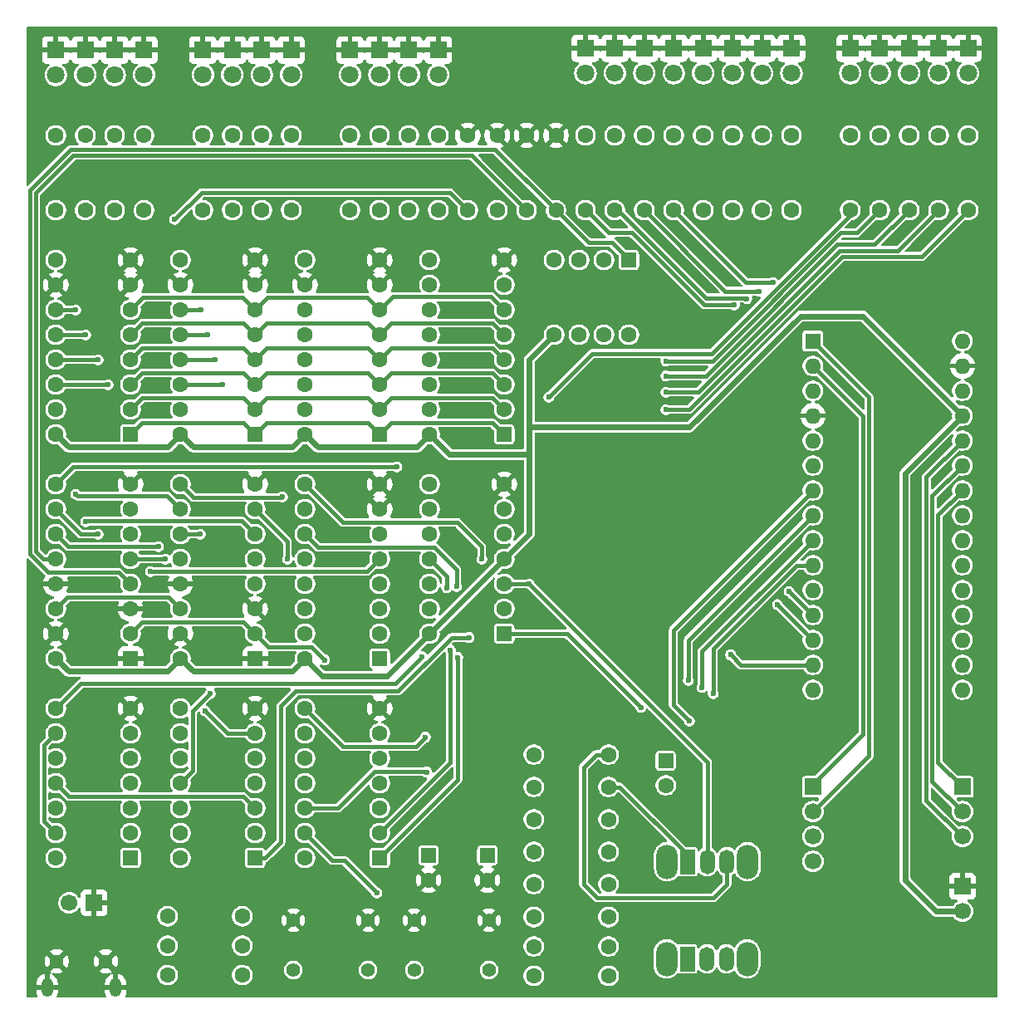
<source format=gbr>
%TF.GenerationSoftware,KiCad,Pcbnew,9.0.5*%
%TF.CreationDate,2025-11-24T22:09:00+00:00*%
%TF.ProjectId,TD4cpuNano,54443463-7075-44e6-916e-6f2e6b696361,rev?*%
%TF.SameCoordinates,Original*%
%TF.FileFunction,Copper,L2,Bot*%
%TF.FilePolarity,Positive*%
%FSLAX46Y46*%
G04 Gerber Fmt 4.6, Leading zero omitted, Abs format (unit mm)*
G04 Created by KiCad (PCBNEW 9.0.5) date 2025-11-24 22:09:00*
%MOMM*%
%LPD*%
G01*
G04 APERTURE LIST*
G04 Aperture macros list*
%AMRoundRect*
0 Rectangle with rounded corners*
0 $1 Rounding radius*
0 $2 $3 $4 $5 $6 $7 $8 $9 X,Y pos of 4 corners*
0 Add a 4 corners polygon primitive as box body*
4,1,4,$2,$3,$4,$5,$6,$7,$8,$9,$2,$3,0*
0 Add four circle primitives for the rounded corners*
1,1,$1+$1,$2,$3*
1,1,$1+$1,$4,$5*
1,1,$1+$1,$6,$7*
1,1,$1+$1,$8,$9*
0 Add four rect primitives between the rounded corners*
20,1,$1+$1,$2,$3,$4,$5,0*
20,1,$1+$1,$4,$5,$6,$7,0*
20,1,$1+$1,$6,$7,$8,$9,0*
20,1,$1+$1,$8,$9,$2,$3,0*%
G04 Aperture macros list end*
%TA.AperFunction,ComponentPad*%
%ADD10O,2.200000X3.500000*%
%TD*%
%TA.AperFunction,ComponentPad*%
%ADD11R,1.500000X2.500000*%
%TD*%
%TA.AperFunction,ComponentPad*%
%ADD12O,1.500000X2.500000*%
%TD*%
%TA.AperFunction,ComponentPad*%
%ADD13R,1.800000X1.800000*%
%TD*%
%TA.AperFunction,ComponentPad*%
%ADD14C,1.800000*%
%TD*%
%TA.AperFunction,ComponentPad*%
%ADD15RoundRect,0.250000X0.550000X0.550000X-0.550000X0.550000X-0.550000X-0.550000X0.550000X-0.550000X0*%
%TD*%
%TA.AperFunction,ComponentPad*%
%ADD16C,1.600000*%
%TD*%
%TA.AperFunction,ComponentPad*%
%ADD17R,1.700000X1.700000*%
%TD*%
%TA.AperFunction,ComponentPad*%
%ADD18C,1.700000*%
%TD*%
%TA.AperFunction,ComponentPad*%
%ADD19C,1.397000*%
%TD*%
%TA.AperFunction,ComponentPad*%
%ADD20RoundRect,0.250000X-0.550000X0.550000X-0.550000X-0.550000X0.550000X-0.550000X0.550000X0.550000X0*%
%TD*%
%TA.AperFunction,ComponentPad*%
%ADD21R,1.600000X1.600000*%
%TD*%
%TA.AperFunction,ComponentPad*%
%ADD22O,1.600000X1.600000*%
%TD*%
%TA.AperFunction,HeatsinkPad*%
%ADD23O,1.200000X1.900000*%
%TD*%
%TA.AperFunction,HeatsinkPad*%
%ADD24C,1.450000*%
%TD*%
%TA.AperFunction,ViaPad*%
%ADD25C,0.600000*%
%TD*%
%TA.AperFunction,Conductor*%
%ADD26C,0.400000*%
%TD*%
%TA.AperFunction,Conductor*%
%ADD27C,0.600000*%
%TD*%
G04 APERTURE END LIST*
D10*
%TO.P,SW3,*%
%TO.N,*%
X115788000Y-145542000D03*
X123988000Y-145542000D03*
D11*
%TO.P,SW3,1,A*%
%TO.N,Net-(SW3-A)*%
X117888000Y-145542000D03*
D12*
%TO.P,SW3,2,B*%
%TO.N,Net-(SW3-B)*%
X119888000Y-145542000D03*
%TO.P,SW3,3,C*%
%TO.N,Net-(SW3-C)*%
X121888000Y-145542000D03*
%TD*%
D13*
%TO.P,D16,1,K*%
%TO.N,GND*%
X137500000Y-52705000D03*
D14*
%TO.P,D16,2,A*%
%TO.N,Net-(D16-A)*%
X137500000Y-55245000D03*
%TD*%
D15*
%TO.P,U7,1,~{R}*%
%TO.N,{slash}RESET*%
X99220000Y-112395000D03*
D16*
%TO.P,U7,2,D*%
%TO.N,Net-(U11-C4)*%
X99220000Y-109855000D03*
%TO.P,U7,3,C*%
%TO.N,CLOCK*%
X99220000Y-107315000D03*
%TO.P,U7,4,~{S}*%
%TO.N,+5V*%
X99220000Y-104775000D03*
%TO.P,U7,5,Q*%
%TO.N,unconnected-(U7A-Q-Pad5)*%
X99220000Y-102235000D03*
%TO.P,U7,6,~{Q}*%
%TO.N,/CPU/{slash}CARRY*%
X99220000Y-99695000D03*
%TO.P,U7,7,GND*%
%TO.N,GND*%
X99220000Y-97155000D03*
%TO.P,U7,8,~{Q}*%
%TO.N,A4*%
X91600000Y-97155000D03*
%TO.P,U7,9,Q*%
%TO.N,unconnected-(U7B-Q-Pad9)*%
X91600000Y-99695000D03*
%TO.P,U7,10,~{S}*%
%TO.N,+5V*%
X91600000Y-102235000D03*
%TO.P,U7,11,C*%
%TO.N,Net-(U7B-C)*%
X91600000Y-104775000D03*
%TO.P,U7,12,D*%
%TO.N,A4*%
X91600000Y-107315000D03*
%TO.P,U7,13,~{R}*%
%TO.N,+5V*%
X91600000Y-109855000D03*
%TO.P,U7,14,VCC*%
X91600000Y-112395000D03*
%TD*%
D10*
%TO.P,SW4,*%
%TO.N,*%
X115820000Y-135636000D03*
X124020000Y-135636000D03*
D11*
%TO.P,SW4,1,A*%
%TO.N,Net-(SW4-A)*%
X117920000Y-135636000D03*
D12*
%TO.P,SW4,2,B*%
%TO.N,CLOCK*%
X119920000Y-135636000D03*
%TO.P,SW4,3,C*%
%TO.N,Net-(SW4-C)*%
X121920000Y-135636000D03*
%TD*%
D15*
%TO.P,U10,1*%
%TO.N,/CPU/{slash}CARRY*%
X73820000Y-135255000D03*
D16*
%TO.P,U10,2*%
%TO.N,D4*%
X73820000Y-132715000D03*
%TO.P,U10,3*%
%TO.N,Net-(U10-Pad3)*%
X73820000Y-130175000D03*
%TO.P,U10,4*%
%TO.N,D4*%
X73820000Y-127635000D03*
%TO.P,U10,5*%
%TO.N,D7*%
X73820000Y-125095000D03*
%TO.P,U10,6*%
%TO.N,/CPU/SEL_A*%
X73820000Y-122555000D03*
%TO.P,U10,7,GND*%
%TO.N,GND*%
X73820000Y-120015000D03*
%TO.P,U10,8*%
%TO.N,/CPU/LOAD_A*%
X66200000Y-120015000D03*
%TO.P,U10,9*%
%TO.N,D6*%
X66200000Y-122555000D03*
%TO.P,U10,10*%
%TO.N,D7*%
X66200000Y-125095000D03*
%TO.P,U10,11*%
%TO.N,/CPU/LOAD_B*%
X66200000Y-127635000D03*
%TO.P,U10,12*%
%TO.N,Net-(U10-Pad12)*%
X66200000Y-130175000D03*
%TO.P,U10,13*%
%TO.N,D7*%
X66200000Y-132715000D03*
%TO.P,U10,14,VCC*%
%TO.N,+5V*%
X66200000Y-135255000D03*
%TD*%
%TO.P,R1,1*%
%TO.N,Net-(SW1-B)*%
X102235000Y-141272000D03*
%TO.P,R1,2*%
%TO.N,+5V*%
X109855000Y-141272000D03*
%TD*%
%TO.P,R4,1*%
%TO.N,Net-(SW2-B)*%
X64897000Y-144193000D03*
%TO.P,R4,2*%
%TO.N,Net-(C2-Pad1)*%
X72517000Y-144193000D03*
%TD*%
%TO.P,R27,1*%
%TO.N,D7*%
X107500000Y-69215000D03*
%TO.P,R27,2*%
%TO.N,Net-(D12-A)*%
X107500000Y-61595000D03*
%TD*%
%TO.P,R39,1*%
%TO.N,A3*%
X137500000Y-69215000D03*
%TO.P,R39,2*%
%TO.N,Net-(D16-A)*%
X137500000Y-61595000D03*
%TD*%
D13*
%TO.P,D17,1,K*%
%TO.N,GND*%
X134500000Y-52705000D03*
D14*
%TO.P,D17,2,A*%
%TO.N,Net-(D17-A)*%
X134500000Y-55245000D03*
%TD*%
D13*
%TO.P,D4,1,K*%
%TO.N,GND*%
X83500000Y-52880000D03*
D14*
%TO.P,D4,2,A*%
%TO.N,Net-(D4-A)*%
X83500000Y-55420000D03*
%TD*%
D15*
%TO.P,U2,1,~{MR}*%
%TO.N,{slash}RESET*%
X86520000Y-92075000D03*
D16*
%TO.P,U2,2,CP*%
%TO.N,CLOCK*%
X86520000Y-89535000D03*
%TO.P,U2,3,D0*%
%TO.N,/CPU/BUS_b0*%
X86520000Y-86995000D03*
%TO.P,U2,4,D1*%
%TO.N,/CPU/BUS_b1*%
X86520000Y-84455000D03*
%TO.P,U2,5,D2*%
%TO.N,/CPU/BUS_b2*%
X86520000Y-81915000D03*
%TO.P,U2,6,D3*%
%TO.N,/CPU/BUS_b3*%
X86520000Y-79375000D03*
%TO.P,U2,7,CEP*%
%TO.N,GND*%
X86520000Y-76835000D03*
%TO.P,U2,8,GND*%
X86520000Y-74295000D03*
%TO.P,U2,9,~{PE}*%
%TO.N,/CPU/LOAD_OP*%
X78900000Y-74295000D03*
%TO.P,U2,10,CET*%
%TO.N,GND*%
X78900000Y-76835000D03*
%TO.P,U2,11,Q3*%
%TO.N,OUT3*%
X78900000Y-79375000D03*
%TO.P,U2,12,Q2*%
%TO.N,OUT2*%
X78900000Y-81915000D03*
%TO.P,U2,13,Q1*%
%TO.N,OUT1*%
X78900000Y-84455000D03*
%TO.P,U2,14,Q0*%
%TO.N,OUT0*%
X78900000Y-86995000D03*
%TO.P,U2,15,TC*%
%TO.N,unconnected-(U2-TC-Pad15)*%
X78900000Y-89535000D03*
%TO.P,U2,16,VCC*%
%TO.N,+5V*%
X78900000Y-92075000D03*
%TD*%
D13*
%TO.P,D13,1,K*%
%TO.N,GND*%
X146500000Y-52705000D03*
D14*
%TO.P,D13,2,A*%
%TO.N,Net-(D13-A)*%
X146500000Y-55245000D03*
%TD*%
D13*
%TO.P,D15,1,K*%
%TO.N,GND*%
X140500000Y-52705000D03*
D14*
%TO.P,D15,2,A*%
%TO.N,Net-(D15-A)*%
X140500000Y-55245000D03*
%TD*%
D13*
%TO.P,D133,1,K*%
%TO.N,GND*%
X53500000Y-52880000D03*
D14*
%TO.P,D133,2,A*%
%TO.N,Net-(D133-A)*%
X53500000Y-55420000D03*
%TD*%
D17*
%TO.P,J4,1,Pin_1*%
%TO.N,Net-(A1-A5)*%
X145933000Y-128000000D03*
D18*
%TO.P,J4,2,Pin_2*%
%TO.N,Net-(A1-A6)*%
X145933000Y-130540000D03*
%TO.P,J4,3,Pin_3*%
%TO.N,Net-(A1-A7)*%
X145933000Y-133080000D03*
%TD*%
D16*
%TO.P,R19,1*%
%TO.N,IN0*%
X104500000Y-69215000D03*
%TO.P,R19,2*%
%TO.N,GND*%
X104500000Y-61595000D03*
%TD*%
D13*
%TO.P,D2,1,K*%
%TO.N,GND*%
X89500000Y-52880000D03*
D14*
%TO.P,D2,2,A*%
%TO.N,Net-(D2-A)*%
X89500000Y-55420000D03*
%TD*%
D16*
%TO.P,R35,1*%
%TO.N,BREG_B0*%
X77500000Y-69215000D03*
%TO.P,R35,2*%
%TO.N,Net-(D140-A)*%
X77500000Y-61595000D03*
%TD*%
%TO.P,R14,1*%
%TO.N,OUT1*%
X89500000Y-69215000D03*
%TO.P,R14,2*%
%TO.N,Net-(D2-A)*%
X89500000Y-61595000D03*
%TD*%
D15*
%TO.P,U8,1,Ea*%
%TO.N,GND*%
X61120000Y-114935000D03*
D16*
%TO.P,U8,2,S1*%
%TO.N,D5*%
X61120000Y-112395000D03*
%TO.P,U8,3,I3a*%
%TO.N,GND*%
X61120000Y-109855000D03*
%TO.P,U8,4,I2a*%
%TO.N,IN0*%
X61120000Y-107315000D03*
%TO.P,U8,5,I1a*%
%TO.N,BREG_B0*%
X61120000Y-104775000D03*
%TO.P,U8,6,I0a*%
%TO.N,AREG_B0*%
X61120000Y-102235000D03*
%TO.P,U8,7,Za*%
%TO.N,/CPU/ADD_b0*%
X61120000Y-99695000D03*
%TO.P,U8,8,GND*%
%TO.N,GND*%
X61120000Y-97155000D03*
%TO.P,U8,9,Zb*%
%TO.N,/CPU/ADD_b1*%
X53500000Y-97155000D03*
%TO.P,U8,10,I0b*%
%TO.N,AREG_B1*%
X53500000Y-99695000D03*
%TO.P,U8,11,I1b*%
%TO.N,BREG_B1*%
X53500000Y-102235000D03*
%TO.P,U8,12,I2b*%
%TO.N,IN1*%
X53500000Y-104775000D03*
%TO.P,U8,13,I3b*%
%TO.N,GND*%
X53500000Y-107315000D03*
%TO.P,U8,14,S0*%
%TO.N,/CPU/SEL_A*%
X53500000Y-109855000D03*
%TO.P,U8,15,Eb*%
%TO.N,GND*%
X53500000Y-112395000D03*
%TO.P,U8,16,VCC*%
%TO.N,+5V*%
X53500000Y-114935000D03*
%TD*%
D19*
%TO.P,SW2,1,A*%
%TO.N,GND*%
X77724000Y-141605000D03*
X85344000Y-141605000D03*
%TO.P,SW2,2,B*%
%TO.N,Net-(SW2-B)*%
X77724000Y-146685000D03*
X85344000Y-146685000D03*
%TD*%
D15*
%TO.P,U3,1*%
%TO.N,/CPU/RCO*%
X86520000Y-135255000D03*
D16*
%TO.P,U3,2*%
%TO.N,Net-(U7B-C)*%
X86520000Y-132715000D03*
%TO.P,U3,3*%
%TO.N,Net-(R7-Pad2)*%
X86520000Y-130175000D03*
%TO.P,U3,4*%
%TO.N,Net-(U3-Pad4)*%
X86520000Y-127635000D03*
%TO.P,U3,5*%
X86520000Y-125095000D03*
%TO.P,U3,6*%
%TO.N,Net-(JP2-A)*%
X86520000Y-122555000D03*
%TO.P,U3,7,GND*%
%TO.N,GND*%
X86520000Y-120015000D03*
%TO.P,U3,8*%
%TO.N,Net-(C3-Pad1)*%
X78900000Y-120015000D03*
%TO.P,U3,9*%
%TO.N,Net-(R8-Pad2)*%
X78900000Y-122555000D03*
%TO.P,U3,10*%
X78900000Y-125095000D03*
%TO.P,U3,11*%
%TO.N,Net-(R6-Pad2)*%
X78900000Y-127635000D03*
%TO.P,U3,12*%
%TO.N,Net-(R10-Pad1)*%
X78900000Y-130175000D03*
%TO.P,U3,13*%
%TO.N,Net-(R5-Pad2)*%
X78900000Y-132715000D03*
%TO.P,U3,14,VCC*%
%TO.N,+5V*%
X78900000Y-135255000D03*
%TD*%
D15*
%TO.P,U5,1,~{MR}*%
%TO.N,{slash}RESET*%
X99220000Y-92075000D03*
D16*
%TO.P,U5,2,CP*%
%TO.N,CLOCK*%
X99220000Y-89535000D03*
%TO.P,U5,3,D0*%
%TO.N,/CPU/BUS_b0*%
X99220000Y-86995000D03*
%TO.P,U5,4,D1*%
%TO.N,/CPU/BUS_b1*%
X99220000Y-84455000D03*
%TO.P,U5,5,D2*%
%TO.N,/CPU/BUS_b2*%
X99220000Y-81915000D03*
%TO.P,U5,6,D3*%
%TO.N,/CPU/BUS_b3*%
X99220000Y-79375000D03*
%TO.P,U5,7,CEP*%
%TO.N,+5V*%
X99220000Y-76835000D03*
%TO.P,U5,8,GND*%
%TO.N,GND*%
X99220000Y-74295000D03*
%TO.P,U5,9,~{PE}*%
%TO.N,/CPU/LOAD_PC*%
X91600000Y-74295000D03*
%TO.P,U5,10,CET*%
%TO.N,+5V*%
X91600000Y-76835000D03*
%TO.P,U5,11,Q3*%
%TO.N,A3*%
X91600000Y-79375000D03*
%TO.P,U5,12,Q2*%
%TO.N,A2*%
X91600000Y-81915000D03*
%TO.P,U5,13,Q1*%
%TO.N,A1*%
X91600000Y-84455000D03*
%TO.P,U5,14,Q0*%
%TO.N,A0*%
X91600000Y-86995000D03*
%TO.P,U5,15,TC*%
%TO.N,/CPU/RCO*%
X91600000Y-89535000D03*
%TO.P,U5,16,VCC*%
%TO.N,+5V*%
X91600000Y-92075000D03*
%TD*%
%TO.P,R24,1*%
%TO.N,D4*%
X116500000Y-69215000D03*
%TO.P,R24,2*%
%TO.N,Net-(D9-A)*%
X116500000Y-61595000D03*
%TD*%
%TO.P,R33,1*%
%TO.N,BREG_B2*%
X71500000Y-69215000D03*
%TO.P,R33,2*%
%TO.N,Net-(D138-A)*%
X71500000Y-61595000D03*
%TD*%
%TO.P,R38,1*%
%TO.N,A2*%
X140500000Y-69215000D03*
%TO.P,R38,2*%
%TO.N,Net-(D15-A)*%
X140500000Y-61595000D03*
%TD*%
D13*
%TO.P,D136,1,K*%
%TO.N,GND*%
X62500000Y-52880000D03*
D14*
%TO.P,D136,2,A*%
%TO.N,Net-(D136-A)*%
X62500000Y-55420000D03*
%TD*%
D16*
%TO.P,R8,1*%
%TO.N,Net-(SW3-C)*%
X109855000Y-131318000D03*
%TO.P,R8,2*%
%TO.N,Net-(R8-Pad2)*%
X102235000Y-131318000D03*
%TD*%
%TO.P,R40,1*%
%TO.N,A4*%
X134500000Y-69215000D03*
%TO.P,R40,2*%
%TO.N,Net-(D17-A)*%
X134500000Y-61595000D03*
%TD*%
%TO.P,R17,1*%
%TO.N,IN2*%
X98500000Y-69215000D03*
%TO.P,R17,2*%
%TO.N,GND*%
X98500000Y-61595000D03*
%TD*%
%TO.P,R12,1*%
%TO.N,OUT3*%
X83500000Y-69215000D03*
%TO.P,R12,2*%
%TO.N,Net-(D4-A)*%
X83500000Y-61595000D03*
%TD*%
D20*
%TO.P,C2,1*%
%TO.N,Net-(C2-Pad1)*%
X91500000Y-135000000D03*
D16*
%TO.P,C2,2*%
%TO.N,GND*%
X91500000Y-137500000D03*
%TD*%
D17*
%TO.P,J2,1,Pin_1*%
%TO.N,GND*%
X57409000Y-139827000D03*
D18*
%TO.P,J2,2,Pin_2*%
%TO.N,+5V*%
X54869000Y-139827000D03*
%TD*%
D13*
%TO.P,D138,1,K*%
%TO.N,GND*%
X71500000Y-52880000D03*
D14*
%TO.P,D138,2,A*%
%TO.N,Net-(D138-A)*%
X71500000Y-55420000D03*
%TD*%
D15*
%TO.P,U4,1,~{MR}*%
%TO.N,{slash}RESET*%
X73820000Y-92075000D03*
D16*
%TO.P,U4,2,CP*%
%TO.N,CLOCK*%
X73820000Y-89535000D03*
%TO.P,U4,3,D0*%
%TO.N,/CPU/BUS_b0*%
X73820000Y-86995000D03*
%TO.P,U4,4,D1*%
%TO.N,/CPU/BUS_b1*%
X73820000Y-84455000D03*
%TO.P,U4,5,D2*%
%TO.N,/CPU/BUS_b2*%
X73820000Y-81915000D03*
%TO.P,U4,6,D3*%
%TO.N,/CPU/BUS_b3*%
X73820000Y-79375000D03*
%TO.P,U4,7,CEP*%
%TO.N,GND*%
X73820000Y-76835000D03*
%TO.P,U4,8,GND*%
X73820000Y-74295000D03*
%TO.P,U4,9,~{PE}*%
%TO.N,/CPU/LOAD_B*%
X66200000Y-74295000D03*
%TO.P,U4,10,CET*%
%TO.N,GND*%
X66200000Y-76835000D03*
%TO.P,U4,11,Q3*%
%TO.N,BREG_B3*%
X66200000Y-79375000D03*
%TO.P,U4,12,Q2*%
%TO.N,BREG_B2*%
X66200000Y-81915000D03*
%TO.P,U4,13,Q1*%
%TO.N,BREG_B1*%
X66200000Y-84455000D03*
%TO.P,U4,14,Q0*%
%TO.N,BREG_B0*%
X66200000Y-86995000D03*
%TO.P,U4,15,TC*%
%TO.N,unconnected-(U4-TC-Pad15)*%
X66200000Y-89535000D03*
%TO.P,U4,16,VCC*%
%TO.N,+5V*%
X66200000Y-92075000D03*
%TD*%
%TO.P,R15,1*%
%TO.N,OUT0*%
X92500000Y-69215000D03*
%TO.P,R15,2*%
%TO.N,Net-(D1-A)*%
X92500000Y-61595000D03*
%TD*%
D13*
%TO.P,D3,1,K*%
%TO.N,GND*%
X86500000Y-52880000D03*
D14*
%TO.P,D3,2,A*%
%TO.N,Net-(D3-A)*%
X86500000Y-55420000D03*
%TD*%
D13*
%TO.P,D137,1,K*%
%TO.N,GND*%
X68500000Y-52880000D03*
D14*
%TO.P,D137,2,A*%
%TO.N,Net-(D137-A)*%
X68500000Y-55420000D03*
%TD*%
D13*
%TO.P,D140,1,K*%
%TO.N,GND*%
X77500000Y-52880000D03*
D14*
%TO.P,D140,2,A*%
%TO.N,Net-(D140-A)*%
X77500000Y-55420000D03*
%TD*%
D21*
%TO.P,A1,1,D1/TX*%
%TO.N,Net-(A1-D1{slash}TX)*%
X130693000Y-82550000D03*
D22*
%TO.P,A1,2,D0/RX*%
%TO.N,Net-(A1-D0{slash}RX)*%
X130693000Y-85090000D03*
%TO.P,A1,3,~{RESET}*%
%TO.N,unconnected-(A1-~{RESET}-Pad3)*%
X130693000Y-87630000D03*
%TO.P,A1,4,GND*%
%TO.N,GND*%
X130693000Y-90170000D03*
%TO.P,A1,5,D2*%
%TO.N,Net-(A1-D2)*%
X130693000Y-92710000D03*
%TO.P,A1,6,D3*%
%TO.N,Net-(A1-D3)*%
X130693000Y-95250000D03*
%TO.P,A1,7,D4*%
%TO.N,D4*%
X130693000Y-97790000D03*
%TO.P,A1,8,D5*%
%TO.N,D5*%
X130693000Y-100330000D03*
%TO.P,A1,9,D6*%
%TO.N,D6*%
X130693000Y-102870000D03*
%TO.P,A1,10,D7*%
%TO.N,D7*%
X130693000Y-105410000D03*
%TO.P,A1,11,D8*%
%TO.N,D0*%
X130693000Y-107950000D03*
%TO.P,A1,12,D9*%
%TO.N,D1*%
X130693000Y-110490000D03*
%TO.P,A1,13,D10*%
%TO.N,D2*%
X130693000Y-113030000D03*
%TO.P,A1,14,D11*%
%TO.N,D3*%
X130693000Y-115570000D03*
%TO.P,A1,15,D12*%
%TO.N,Net-(A1-D12)*%
X130693000Y-118110000D03*
%TO.P,A1,16,D13*%
%TO.N,unconnected-(A1-D13-Pad16)*%
X145933000Y-118110000D03*
%TO.P,A1,17,3V3*%
%TO.N,unconnected-(A1-3V3-Pad17)*%
X145933000Y-115570000D03*
%TO.P,A1,18,AREF*%
%TO.N,unconnected-(A1-AREF-Pad18)*%
X145933000Y-113030000D03*
%TO.P,A1,19,A0*%
%TO.N,A0*%
X145933000Y-110490000D03*
%TO.P,A1,20,A1*%
%TO.N,A1*%
X145933000Y-107950000D03*
%TO.P,A1,21,A2*%
%TO.N,A2*%
X145933000Y-105410000D03*
%TO.P,A1,22,A3*%
%TO.N,A3*%
X145933000Y-102870000D03*
%TO.P,A1,23,A4*%
%TO.N,A4*%
X145933000Y-100330000D03*
%TO.P,A1,24,A5*%
%TO.N,Net-(A1-A5)*%
X145933000Y-97790000D03*
%TO.P,A1,25,A6*%
%TO.N,Net-(A1-A6)*%
X145933000Y-95250000D03*
%TO.P,A1,26,A7*%
%TO.N,Net-(A1-A7)*%
X145933000Y-92710000D03*
%TO.P,A1,27,+5V*%
%TO.N,+5V*%
X145933000Y-90170000D03*
%TO.P,A1,28,~{RESET}*%
%TO.N,unconnected-(A1-~{RESET}-Pad28)*%
X145933000Y-87630000D03*
%TO.P,A1,29,GND*%
%TO.N,GND*%
X145933000Y-85090000D03*
%TO.P,A1,30,VIN*%
%TO.N,unconnected-(A1-VIN-Pad30)*%
X145933000Y-82550000D03*
%TD*%
D15*
%TO.P,U11,1,S2*%
%TO.N,/CPU/BUS_b1*%
X86520000Y-114935000D03*
D16*
%TO.P,U11,2,B2*%
%TO.N,D1*%
X86520000Y-112395000D03*
%TO.P,U11,3,A2*%
%TO.N,/CPU/ADD_b1*%
X86520000Y-109855000D03*
%TO.P,U11,4,S1*%
%TO.N,/CPU/BUS_b0*%
X86520000Y-107315000D03*
%TO.P,U11,5,A1*%
%TO.N,/CPU/ADD_b0*%
X86520000Y-104775000D03*
%TO.P,U11,6,B1*%
%TO.N,D0*%
X86520000Y-102235000D03*
%TO.P,U11,7,C0*%
%TO.N,GND*%
X86520000Y-99695000D03*
%TO.P,U11,8,GND*%
X86520000Y-97155000D03*
%TO.P,U11,9,C4*%
%TO.N,Net-(U11-C4)*%
X78900000Y-97155000D03*
%TO.P,U11,10,S4*%
%TO.N,/CPU/BUS_b3*%
X78900000Y-99695000D03*
%TO.P,U11,11,B4*%
%TO.N,D3*%
X78900000Y-102235000D03*
%TO.P,U11,12,A4*%
%TO.N,/CPU/ADD_b3*%
X78900000Y-104775000D03*
%TO.P,U11,13,S3*%
%TO.N,/CPU/BUS_b2*%
X78900000Y-107315000D03*
%TO.P,U11,14,A3*%
%TO.N,/CPU/ADD_b2*%
X78900000Y-109855000D03*
%TO.P,U11,15,B3*%
%TO.N,D2*%
X78900000Y-112395000D03*
%TO.P,U11,16,VCC*%
%TO.N,+5V*%
X78900000Y-114935000D03*
%TD*%
%TO.P,R22,1*%
%TO.N,D2*%
X122500000Y-69215000D03*
%TO.P,R22,2*%
%TO.N,Net-(D7-A)*%
X122500000Y-61595000D03*
%TD*%
D13*
%TO.P,D12,1,K*%
%TO.N,GND*%
X107500000Y-52705000D03*
D14*
%TO.P,D12,2,A*%
%TO.N,Net-(D12-A)*%
X107500000Y-55245000D03*
%TD*%
D13*
%TO.P,D14,1,K*%
%TO.N,GND*%
X143500000Y-52705000D03*
D14*
%TO.P,D14,2,A*%
%TO.N,Net-(D14-A)*%
X143500000Y-55245000D03*
%TD*%
D16*
%TO.P,R6,1*%
%TO.N,Net-(SW3-B)*%
X109855000Y-134620000D03*
%TO.P,R6,2*%
%TO.N,Net-(R6-Pad2)*%
X102235000Y-134620000D03*
%TD*%
D17*
%TO.P,J3,1,Pin_1*%
%TO.N,Net-(A1-D0{slash}RX)*%
X130693000Y-128000000D03*
D18*
%TO.P,J3,2,Pin_2*%
%TO.N,Net-(A1-D1{slash}TX)*%
X130693000Y-130540000D03*
%TO.P,J3,3,Pin_3*%
%TO.N,Net-(A1-D2)*%
X130693000Y-133080000D03*
%TO.P,J3,4,Pin_4*%
%TO.N,Net-(A1-D3)*%
X130693000Y-135620000D03*
%TD*%
D13*
%TO.P,D11,1,K*%
%TO.N,GND*%
X110500000Y-52705000D03*
D14*
%TO.P,D11,2,A*%
%TO.N,Net-(D11-A)*%
X110500000Y-55245000D03*
%TD*%
D20*
%TO.P,C3,1*%
%TO.N,Net-(C3-Pad1)*%
X115697000Y-125349000D03*
D16*
%TO.P,C3,2*%
%TO.N,Net-(SW3-B)*%
X115697000Y-127849000D03*
%TD*%
%TO.P,R3,1*%
%TO.N,Net-(SW1-B)*%
X102235000Y-144272000D03*
%TO.P,R3,2*%
%TO.N,Net-(C1-Pad1)*%
X109855000Y-144272000D03*
%TD*%
%TO.P,R37,1*%
%TO.N,A1*%
X143500000Y-69215000D03*
%TO.P,R37,2*%
%TO.N,Net-(D14-A)*%
X143500000Y-61595000D03*
%TD*%
%TO.P,R5,1*%
%TO.N,Net-(C1-Pad1)*%
X102235000Y-147272000D03*
%TO.P,R5,2*%
%TO.N,Net-(R5-Pad2)*%
X109855000Y-147272000D03*
%TD*%
%TO.P,R16,1*%
%TO.N,IN3*%
X95500000Y-69215000D03*
%TO.P,R16,2*%
%TO.N,GND*%
X95500000Y-61595000D03*
%TD*%
%TO.P,R25,1*%
%TO.N,D5*%
X113500000Y-69215000D03*
%TO.P,R25,2*%
%TO.N,Net-(D10-A)*%
X113500000Y-61595000D03*
%TD*%
D13*
%TO.P,D1,1,K*%
%TO.N,GND*%
X92500000Y-52880000D03*
D14*
%TO.P,D1,2,A*%
%TO.N,Net-(D1-A)*%
X92500000Y-55420000D03*
%TD*%
D16*
%TO.P,R36,1*%
%TO.N,A0*%
X146500000Y-69215000D03*
%TO.P,R36,2*%
%TO.N,Net-(D13-A)*%
X146500000Y-61595000D03*
%TD*%
D20*
%TO.P,C1,1*%
%TO.N,Net-(C1-Pad1)*%
X97500000Y-135000000D03*
D16*
%TO.P,C1,2*%
%TO.N,GND*%
X97500000Y-137500000D03*
%TD*%
%TO.P,R28,1*%
%TO.N,AREG_B3*%
X53500000Y-69215000D03*
%TO.P,R28,2*%
%TO.N,Net-(D133-A)*%
X53500000Y-61595000D03*
%TD*%
%TO.P,R11,1*%
%TO.N,Net-(C3-Pad1)*%
X102235000Y-124714000D03*
%TO.P,R11,2*%
%TO.N,Net-(SW4-C)*%
X109855000Y-124714000D03*
%TD*%
%TO.P,R9,1*%
%TO.N,Net-(SW3-A)*%
X109855000Y-137922000D03*
%TO.P,R9,2*%
%TO.N,Net-(R8-Pad2)*%
X102235000Y-137922000D03*
%TD*%
%TO.P,R30,1*%
%TO.N,AREG_B1*%
X59500000Y-69215000D03*
%TO.P,R30,2*%
%TO.N,Net-(D135-A)*%
X59500000Y-61595000D03*
%TD*%
%TO.P,R10,1*%
%TO.N,Net-(R10-Pad1)*%
X102235000Y-128016000D03*
%TO.P,R10,2*%
%TO.N,Net-(SW4-A)*%
X109855000Y-128016000D03*
%TD*%
D13*
%TO.P,D7,1,K*%
%TO.N,GND*%
X122500000Y-52705000D03*
D14*
%TO.P,D7,2,A*%
%TO.N,Net-(D7-A)*%
X122500000Y-55245000D03*
%TD*%
D16*
%TO.P,R2,1*%
%TO.N,Net-(SW2-B)*%
X64897000Y-147193000D03*
%TO.P,R2,2*%
%TO.N,+5V*%
X72517000Y-147193000D03*
%TD*%
%TO.P,R34,1*%
%TO.N,BREG_B1*%
X74500000Y-69215000D03*
%TO.P,R34,2*%
%TO.N,Net-(D139-A)*%
X74500000Y-61595000D03*
%TD*%
D15*
%TO.P,U9,1,Ea*%
%TO.N,GND*%
X73820000Y-114935000D03*
D16*
%TO.P,U9,2,S1*%
%TO.N,D5*%
X73820000Y-112395000D03*
%TO.P,U9,3,I3a*%
%TO.N,GND*%
X73820000Y-109855000D03*
%TO.P,U9,4,I2a*%
%TO.N,IN2*%
X73820000Y-107315000D03*
%TO.P,U9,5,I1a*%
%TO.N,BREG_B2*%
X73820000Y-104775000D03*
%TO.P,U9,6,I0a*%
%TO.N,AREG_B2*%
X73820000Y-102235000D03*
%TO.P,U9,7,Za*%
%TO.N,/CPU/ADD_b2*%
X73820000Y-99695000D03*
%TO.P,U9,8,GND*%
%TO.N,GND*%
X73820000Y-97155000D03*
%TO.P,U9,9,Zb*%
%TO.N,/CPU/ADD_b3*%
X66200000Y-97155000D03*
%TO.P,U9,10,I0b*%
%TO.N,AREG_B3*%
X66200000Y-99695000D03*
%TO.P,U9,11,I1b*%
%TO.N,BREG_B3*%
X66200000Y-102235000D03*
%TO.P,U9,12,I2b*%
%TO.N,IN3*%
X66200000Y-104775000D03*
%TO.P,U9,13,I3b*%
%TO.N,GND*%
X66200000Y-107315000D03*
%TO.P,U9,14,S0*%
%TO.N,/CPU/SEL_A*%
X66200000Y-109855000D03*
%TO.P,U9,15,Eb*%
%TO.N,GND*%
X66200000Y-112395000D03*
%TO.P,U9,16,VCC*%
%TO.N,+5V*%
X66200000Y-114935000D03*
%TD*%
D15*
%TO.P,U1,1,~{MR}*%
%TO.N,{slash}RESET*%
X61120000Y-92075000D03*
D16*
%TO.P,U1,2,CP*%
%TO.N,CLOCK*%
X61120000Y-89535000D03*
%TO.P,U1,3,D0*%
%TO.N,/CPU/BUS_b0*%
X61120000Y-86995000D03*
%TO.P,U1,4,D1*%
%TO.N,/CPU/BUS_b1*%
X61120000Y-84455000D03*
%TO.P,U1,5,D2*%
%TO.N,/CPU/BUS_b2*%
X61120000Y-81915000D03*
%TO.P,U1,6,D3*%
%TO.N,/CPU/BUS_b3*%
X61120000Y-79375000D03*
%TO.P,U1,7,CEP*%
%TO.N,GND*%
X61120000Y-76835000D03*
%TO.P,U1,8,GND*%
X61120000Y-74295000D03*
%TO.P,U1,9,~{PE}*%
%TO.N,/CPU/LOAD_A*%
X53500000Y-74295000D03*
%TO.P,U1,10,CET*%
%TO.N,GND*%
X53500000Y-76835000D03*
%TO.P,U1,11,Q3*%
%TO.N,AREG_B3*%
X53500000Y-79375000D03*
%TO.P,U1,12,Q2*%
%TO.N,AREG_B2*%
X53500000Y-81915000D03*
%TO.P,U1,13,Q1*%
%TO.N,AREG_B1*%
X53500000Y-84455000D03*
%TO.P,U1,14,Q0*%
%TO.N,AREG_B0*%
X53500000Y-86995000D03*
%TO.P,U1,15,TC*%
%TO.N,unconnected-(U1-TC-Pad15)*%
X53500000Y-89535000D03*
%TO.P,U1,16,VCC*%
%TO.N,+5V*%
X53500000Y-92075000D03*
%TD*%
D13*
%TO.P,D5,1,K*%
%TO.N,GND*%
X128500000Y-52705000D03*
D14*
%TO.P,D5,2,A*%
%TO.N,Net-(D5-A)*%
X128500000Y-55245000D03*
%TD*%
D15*
%TO.P,U6,1*%
%TO.N,+5V*%
X61120000Y-135255000D03*
D16*
%TO.P,U6,2*%
X61120000Y-132715000D03*
%TO.P,U6,3*%
X61120000Y-130175000D03*
%TO.P,U6,4*%
%TO.N,Net-(U10-Pad12)*%
X61120000Y-127635000D03*
%TO.P,U6,5*%
%TO.N,D7*%
X61120000Y-125095000D03*
%TO.P,U6,6*%
%TO.N,/CPU/LOAD_OP*%
X61120000Y-122555000D03*
%TO.P,U6,7,GND*%
%TO.N,GND*%
X61120000Y-120015000D03*
%TO.P,U6,8*%
%TO.N,/CPU/LOAD_PC*%
X53500000Y-120015000D03*
%TO.P,U6,9*%
%TO.N,D6*%
X53500000Y-122555000D03*
%TO.P,U6,10*%
%TO.N,D7*%
X53500000Y-125095000D03*
%TO.P,U6,11*%
%TO.N,Net-(U10-Pad3)*%
X53500000Y-127635000D03*
%TO.P,U6,12*%
%TO.N,Net-(U10-Pad12)*%
X53500000Y-130175000D03*
%TO.P,U6,13*%
%TO.N,D6*%
X53500000Y-132715000D03*
%TO.P,U6,14,VCC*%
%TO.N,+5V*%
X53500000Y-135255000D03*
%TD*%
D19*
%TO.P,SW1,1,A*%
%TO.N,GND*%
X90043000Y-141605000D03*
X97663000Y-141605000D03*
%TO.P,SW1,2,B*%
%TO.N,Net-(SW1-B)*%
X90043000Y-146685000D03*
X97663000Y-146685000D03*
%TD*%
D20*
%TO.P,SW5,1*%
%TO.N,IN0*%
X111920000Y-74295000D03*
D16*
%TO.P,SW5,2*%
%TO.N,IN1*%
X109380000Y-74295000D03*
%TO.P,SW5,3*%
%TO.N,IN2*%
X106840000Y-74295000D03*
%TO.P,SW5,4*%
%TO.N,IN3*%
X104300000Y-74295000D03*
%TO.P,SW5,5*%
%TO.N,+5V*%
X104300000Y-81915000D03*
%TO.P,SW5,6*%
X106840000Y-81915000D03*
%TO.P,SW5,7*%
X109380000Y-81915000D03*
%TO.P,SW5,8*%
X111920000Y-81915000D03*
%TD*%
%TO.P,R32,1*%
%TO.N,BREG_B3*%
X68500000Y-69215000D03*
%TO.P,R32,2*%
%TO.N,Net-(D137-A)*%
X68500000Y-61595000D03*
%TD*%
%TO.P,R13,1*%
%TO.N,OUT2*%
X86500000Y-69215000D03*
%TO.P,R13,2*%
%TO.N,Net-(D3-A)*%
X86500000Y-61595000D03*
%TD*%
%TO.P,R21,1*%
%TO.N,D1*%
X125500000Y-69215000D03*
%TO.P,R21,2*%
%TO.N,Net-(D6-A)*%
X125500000Y-61595000D03*
%TD*%
D13*
%TO.P,D10,1,K*%
%TO.N,GND*%
X113500000Y-52705000D03*
D14*
%TO.P,D10,2,A*%
%TO.N,Net-(D10-A)*%
X113500000Y-55245000D03*
%TD*%
D13*
%TO.P,D134,1,K*%
%TO.N,GND*%
X56500000Y-52880000D03*
D14*
%TO.P,D134,2,A*%
%TO.N,Net-(D134-A)*%
X56500000Y-55420000D03*
%TD*%
D16*
%TO.P,R20,1*%
%TO.N,D0*%
X128500000Y-69215000D03*
%TO.P,R20,2*%
%TO.N,Net-(D5-A)*%
X128500000Y-61595000D03*
%TD*%
%TO.P,R18,1*%
%TO.N,IN1*%
X101500000Y-69215000D03*
%TO.P,R18,2*%
%TO.N,GND*%
X101500000Y-61595000D03*
%TD*%
D13*
%TO.P,D139,1,K*%
%TO.N,GND*%
X74500000Y-52880000D03*
D14*
%TO.P,D139,2,A*%
%TO.N,Net-(D139-A)*%
X74500000Y-55420000D03*
%TD*%
D13*
%TO.P,D9,1,K*%
%TO.N,GND*%
X116500000Y-52705000D03*
D14*
%TO.P,D9,2,A*%
%TO.N,Net-(D9-A)*%
X116500000Y-55245000D03*
%TD*%
D16*
%TO.P,R7,1*%
%TO.N,Net-(C2-Pad1)*%
X64897000Y-141193000D03*
%TO.P,R7,2*%
%TO.N,Net-(R7-Pad2)*%
X72517000Y-141193000D03*
%TD*%
%TO.P,R23,1*%
%TO.N,D3*%
X119500000Y-69215000D03*
%TO.P,R23,2*%
%TO.N,Net-(D8-A)*%
X119500000Y-61595000D03*
%TD*%
D13*
%TO.P,D6,1,K*%
%TO.N,GND*%
X125500000Y-52705000D03*
D14*
%TO.P,D6,2,A*%
%TO.N,Net-(D6-A)*%
X125500000Y-55245000D03*
%TD*%
D13*
%TO.P,D8,1,K*%
%TO.N,GND*%
X119500000Y-52705000D03*
D14*
%TO.P,D8,2,A*%
%TO.N,Net-(D8-A)*%
X119500000Y-55245000D03*
%TD*%
D16*
%TO.P,R26,1*%
%TO.N,D6*%
X110500000Y-69215000D03*
%TO.P,R26,2*%
%TO.N,Net-(D11-A)*%
X110500000Y-61595000D03*
%TD*%
D17*
%TO.P,J5,1,Pin_1*%
%TO.N,GND*%
X145933000Y-138160000D03*
D18*
%TO.P,J5,2,Pin_2*%
%TO.N,+5V*%
X145933000Y-140700000D03*
%TD*%
D23*
%TO.P,J1,6,Shield*%
%TO.N,GND*%
X52604000Y-148496000D03*
D24*
X53604000Y-145796000D03*
X58604000Y-145796000D03*
D23*
X59604000Y-148496000D03*
%TD*%
D13*
%TO.P,D135,1,K*%
%TO.N,GND*%
X59500000Y-52880000D03*
D14*
%TO.P,D135,2,A*%
%TO.N,Net-(D135-A)*%
X59500000Y-55420000D03*
%TD*%
D16*
%TO.P,R29,1*%
%TO.N,AREG_B2*%
X56500000Y-69215000D03*
%TO.P,R29,2*%
%TO.N,Net-(D134-A)*%
X56500000Y-61595000D03*
%TD*%
%TO.P,R31,1*%
%TO.N,AREG_B0*%
X62500000Y-69215000D03*
%TO.P,R31,2*%
%TO.N,Net-(D136-A)*%
X62500000Y-61595000D03*
%TD*%
D25*
%TO.N,GND*%
X93472000Y-91948000D03*
X106299000Y-83566000D03*
X96647000Y-92075000D03*
X140970000Y-73152000D03*
X81915000Y-107696000D03*
X140208000Y-87376000D03*
X81280000Y-102108000D03*
X121793000Y-107950000D03*
X62865000Y-145161000D03*
X121412000Y-141097000D03*
X120650000Y-105156000D03*
X52705000Y-137414000D03*
X140335000Y-82296000D03*
X82804000Y-120015000D03*
X88182000Y-64897000D03*
X109093000Y-86868000D03*
X77089000Y-114935000D03*
X93726000Y-75311000D03*
X105918000Y-134620000D03*
X117094000Y-74168000D03*
X128143000Y-104140000D03*
X134874000Y-111125000D03*
X117221000Y-130683000D03*
X52611000Y-90805000D03*
X57183000Y-121031000D03*
X96901000Y-109474000D03*
X105156000Y-108712000D03*
X94488000Y-103505000D03*
X128143000Y-92710000D03*
X73024000Y-65151000D03*
X70104000Y-130937000D03*
X108712000Y-136144000D03*
X82550000Y-126365000D03*
X122047000Y-118237000D03*
X91694000Y-124714000D03*
X56421000Y-114808000D03*
X72042000Y-94361000D03*
X128651000Y-107188000D03*
X143002000Y-71247000D03*
X138938000Y-63627000D03*
X146431000Y-147066000D03*
X77724000Y-126365000D03*
X63660000Y-131699000D03*
X122174000Y-103251000D03*
X91567000Y-120015000D03*
X126238000Y-99568000D03*
X144399000Y-111760000D03*
X53119000Y-94615000D03*
X115316000Y-77343000D03*
X58580000Y-66167000D03*
X82583000Y-97282000D03*
X130937000Y-138811000D03*
X57183000Y-127000000D03*
X110617000Y-120015000D03*
X93378000Y-71501000D03*
X117475000Y-93091000D03*
X88011000Y-129794000D03*
X93472000Y-127000000D03*
X55654120Y-99782621D03*
X69883000Y-103251000D03*
X144907000Y-63881000D03*
X131445000Y-120904000D03*
X63533000Y-126365000D03*
X102362000Y-119888000D03*
X106045000Y-124714000D03*
X71026000Y-99695000D03*
X144145000Y-103124000D03*
X117856000Y-111887000D03*
X128524000Y-117348000D03*
X80518000Y-123063000D03*
X105537000Y-146558000D03*
X96901000Y-75311000D03*
X134874000Y-98679000D03*
X79916000Y-61087000D03*
X103538000Y-77597000D03*
X136271000Y-74930000D03*
X86741000Y-147828000D03*
X138684000Y-98806000D03*
X116840000Y-82550000D03*
X96266000Y-113665000D03*
X113538000Y-65151000D03*
X62611000Y-137795000D03*
X51468000Y-135763000D03*
X122428000Y-130683000D03*
X112395000Y-124714000D03*
X96520000Y-120015000D03*
X128397000Y-114046000D03*
X89281000Y-131191000D03*
X133350000Y-91567000D03*
X117602000Y-71882000D03*
X57564000Y-110617000D03*
X145669000Y-73914000D03*
X88900000Y-122936000D03*
X63279000Y-109855000D03*
X68707000Y-143383000D03*
X131318000Y-147066000D03*
X65404000Y-60833000D03*
X96393000Y-125222000D03*
X83058000Y-104902000D03*
X106680000Y-141732000D03*
X88773000Y-127635000D03*
X78900000Y-94361000D03*
X63914000Y-118618000D03*
X112649000Y-141605000D03*
X145415000Y-79375000D03*
X134874000Y-120904000D03*
X141224000Y-111252000D03*
X147447000Y-124333000D03*
X131953000Y-78105000D03*
X122936000Y-109220000D03*
X144145000Y-86106000D03*
X117475000Y-105283000D03*
X126111000Y-130683000D03*
X144018000Y-90297000D03*
X122428000Y-65278000D03*
X139192000Y-91948000D03*
X142621000Y-75311000D03*
X128270000Y-83566000D03*
X83693000Y-122301000D03*
X133477000Y-81661000D03*
X139700000Y-71501000D03*
X127254000Y-74295000D03*
X94107000Y-95377000D03*
X148463000Y-110871000D03*
X51468000Y-114935000D03*
X99822000Y-134620000D03*
X101981000Y-122936000D03*
X90932000Y-132969000D03*
X104267000Y-92837000D03*
X136144000Y-68072000D03*
X75184000Y-128651000D03*
X128016000Y-109093000D03*
X95250000Y-86995000D03*
X109093000Y-88646000D03*
X141224000Y-98933000D03*
X51722000Y-63881000D03*
X77122000Y-96901000D03*
X57056000Y-132334000D03*
X95250000Y-89535000D03*
X147066000Y-71374000D03*
X57658000Y-136652000D03*
X82296000Y-131318000D03*
X117094000Y-100203000D03*
X140335000Y-78105000D03*
X96139000Y-99949000D03*
X57310000Y-104775000D03*
X52451000Y-142621000D03*
X91186000Y-94742000D03*
X115316000Y-122936000D03*
X95250000Y-81915000D03*
X95250000Y-84455000D03*
X81788000Y-137922000D03*
X109093000Y-90424000D03*
X70104000Y-127127000D03*
X138684000Y-120904000D03*
X59088000Y-102235000D03*
X123444000Y-101981000D03*
X132461000Y-111125000D03*
X53500000Y-117475000D03*
X103230000Y-65151000D03*
X124841000Y-100838000D03*
X120396000Y-111887000D03*
X76962000Y-109855000D03*
X136525000Y-71501000D03*
X102870000Y-110617000D03*
X142621000Y-132969000D03*
X99695000Y-132207000D03*
X141224000Y-120904000D03*
X62738000Y-140843000D03*
X121793000Y-121793000D03*
X131191000Y-62865000D03*
X122555000Y-76581000D03*
X113665000Y-148717000D03*
X137668000Y-138811000D03*
X127381000Y-98298000D03*
X95377000Y-79375000D03*
X126365000Y-110998000D03*
X138430000Y-111252000D03*
X104013000Y-100711000D03*
X96393000Y-129540000D03*
X70485000Y-118745000D03*
X132461000Y-98679000D03*
X87536000Y-94361000D03*
X74930000Y-147193000D03*
X148844000Y-69342000D03*
X95102000Y-65659000D03*
X55913000Y-107315000D03*
X114554000Y-113284000D03*
X137033000Y-129667000D03*
X127381000Y-112522000D03*
X53246000Y-71501000D03*
X112014000Y-131699000D03*
X84455000Y-134366000D03*
X123825000Y-113411000D03*
X128143000Y-101600000D03*
X61120000Y-94361000D03*
X131064000Y-69977000D03*
X118364000Y-137922000D03*
X59850000Y-90551000D03*
X128397000Y-96647000D03*
%TO.N,Net-(C3-Pad1)*%
X91186000Y-122936000D03*
%TO.N,A0*%
X115697000Y-89535000D03*
%TO.N,Net-(R5-Pad2)*%
X86233000Y-138811000D03*
%TO.N,Net-(R10-Pad1)*%
X91313000Y-126492000D03*
%TO.N,IN3*%
X65628765Y-70167765D03*
%TO.N,CLOCK*%
X101760000Y-107315000D03*
%TO.N,D5*%
X80899000Y-115062000D03*
X125222000Y-77470000D03*
X117983000Y-117164000D03*
%TO.N,D6*%
X123952000Y-78232000D03*
X119380000Y-117856000D03*
%TO.N,D7*%
X122682000Y-78867000D03*
X120523000Y-118491000D03*
%TO.N,D4*%
X126619000Y-76581000D03*
X118110000Y-121285000D03*
%TO.N,D2*%
X127063500Y-109410500D03*
%TO.N,D1*%
X128270000Y-108077000D03*
%TO.N,D3*%
X122296325Y-114548906D03*
X94361000Y-107569000D03*
%TO.N,{slash}RESET*%
X113157000Y-119888000D03*
%TO.N,/CPU/LOAD_B*%
X69248000Y-118491000D03*
%TO.N,/CPU/LOAD_PC*%
X90856000Y-114732000D03*
%TO.N,A3*%
X115697000Y-84582000D03*
%TO.N,A2*%
X115697000Y-86106000D03*
%TO.N,A1*%
X115697000Y-87757000D03*
%TO.N,A4*%
X103759000Y-88265000D03*
%TO.N,/CPU/RCO*%
X94488000Y-114808000D03*
%TO.N,Net-(U7B-C)*%
X93726000Y-114046000D03*
X93345000Y-107696000D03*
%TO.N,/CPU/{slash}CARRY*%
X95631000Y-112776000D03*
%TO.N,Net-(U11-C4)*%
X96934000Y-104775000D03*
%TO.N,/CPU/ADD_b1*%
X88265000Y-95377000D03*
%TO.N,/CPU/SEL_A*%
X68740000Y-120269000D03*
%TO.N,/CPU/ADD_b0*%
X63152000Y-106045000D03*
%TO.N,/CPU/ADD_b3*%
X76614000Y-98425000D03*
%TO.N,/CPU/ADD_b2*%
X77122000Y-104775000D03*
%TO.N,AREG_B3*%
X55532000Y-79375000D03*
X55532000Y-98171000D03*
%TO.N,AREG_B2*%
X56548000Y-100965000D03*
X56548000Y-81915000D03*
%TO.N,AREG_B1*%
X57818000Y-84455000D03*
X57818000Y-102235000D03*
%TO.N,AREG_B0*%
X58834000Y-86995000D03*
%TO.N,BREG_B3*%
X68280000Y-79375000D03*
X68232000Y-102235000D03*
%TO.N,BREG_B2*%
X68994000Y-81915000D03*
%TO.N,BREG_B1*%
X63976000Y-103505000D03*
X69756000Y-84455000D03*
%TO.N,BREG_B0*%
X64676000Y-104775000D03*
X70518000Y-86995000D03*
%TD*%
D26*
%TO.N,GND*%
X61120000Y-109855000D02*
X63279000Y-109855000D01*
X53500000Y-107315000D02*
X55913000Y-107315000D01*
%TO.N,Net-(C3-Pad1)*%
X90228000Y-123894000D02*
X91186000Y-122936000D01*
X82779000Y-123894000D02*
X90228000Y-123894000D01*
X78900000Y-120015000D02*
X82779000Y-123894000D01*
%TO.N,A0*%
X118056132Y-89535000D02*
X133655037Y-73936095D01*
X133655037Y-73936095D02*
X141778905Y-73936095D01*
X141778905Y-73936095D02*
X146500000Y-69215000D01*
X115697000Y-89535000D02*
X118056132Y-89535000D01*
D27*
%TO.N,+5V*%
X53500000Y-92075000D02*
X54801000Y-93376000D01*
X64899000Y-93376000D02*
X66200000Y-92075000D01*
X67501000Y-93376000D02*
X77599000Y-93376000D01*
X54801000Y-116236000D02*
X53500000Y-114935000D01*
X99220000Y-104775000D02*
X101760000Y-102235000D01*
X101760000Y-94107000D02*
X101760000Y-92837000D01*
X66200000Y-114935000D02*
X64899000Y-116236000D01*
X64899000Y-116236000D02*
X54801000Y-116236000D01*
X91600000Y-92075000D02*
X93632000Y-94107000D01*
X66200000Y-92075000D02*
X67501000Y-93376000D01*
X140081000Y-96022000D02*
X140081000Y-137541000D01*
X129413000Y-80010000D02*
X135773000Y-80010000D01*
X101760000Y-84455000D02*
X104300000Y-81915000D01*
X77599000Y-93376000D02*
X78900000Y-92075000D01*
X67501000Y-116236000D02*
X66200000Y-114935000D01*
X101760000Y-102235000D02*
X101760000Y-94107000D01*
X99220000Y-94107000D02*
X101760000Y-94107000D01*
X145933000Y-90170000D02*
X135773000Y-80010000D01*
X93632000Y-94107000D02*
X99220000Y-94107000D01*
X78900000Y-92075000D02*
X80201000Y-93376000D01*
X90299000Y-93376000D02*
X91600000Y-92075000D01*
X140081000Y-137541000D02*
X143240000Y-140700000D01*
X118110000Y-91313000D02*
X129413000Y-80010000D01*
X77599000Y-116236000D02*
X67501000Y-116236000D01*
X143240000Y-140700000D02*
X145933000Y-140700000D01*
X80678000Y-116713000D02*
X78900000Y-114935000D01*
X145933000Y-90170000D02*
X140081000Y-96022000D01*
X99220000Y-104775000D02*
X91600000Y-112395000D01*
X80201000Y-93376000D02*
X90299000Y-93376000D01*
X101760000Y-91313000D02*
X118110000Y-91313000D01*
X54801000Y-93376000D02*
X64899000Y-93376000D01*
X78900000Y-114935000D02*
X77599000Y-116236000D01*
X87282000Y-116713000D02*
X80678000Y-116713000D01*
X101760000Y-92837000D02*
X101760000Y-91313000D01*
X101760000Y-91313000D02*
X101760000Y-84455000D01*
X91600000Y-112395000D02*
X87282000Y-116713000D01*
D26*
%TO.N,Net-(R5-Pad2)*%
X82931000Y-135509000D02*
X81694000Y-135509000D01*
X86233000Y-138811000D02*
X82931000Y-135509000D01*
X81694000Y-135509000D02*
X78900000Y-132715000D01*
%TO.N,Net-(SW4-A)*%
X109855000Y-128016000D02*
X110986370Y-128016000D01*
X110986370Y-128016000D02*
X117920000Y-134949630D01*
X117920000Y-134949630D02*
X117920000Y-135636000D01*
%TO.N,Net-(R10-Pad1)*%
X91255000Y-126434000D02*
X91313000Y-126492000D01*
X82281529Y-130175000D02*
X86022529Y-126434000D01*
X78900000Y-130175000D02*
X82281529Y-130175000D01*
X86022529Y-126434000D02*
X91255000Y-126434000D01*
%TO.N,Net-(SW4-C)*%
X121920000Y-137922000D02*
X120523000Y-139319000D01*
X121920000Y-135636000D02*
X121920000Y-137922000D01*
X108712000Y-139319000D02*
X120523000Y-139319000D01*
X107315000Y-125984000D02*
X107315000Y-137922000D01*
X109855000Y-124714000D02*
X108585000Y-124714000D01*
X108585000Y-124714000D02*
X107315000Y-125984000D01*
X107315000Y-137922000D02*
X108712000Y-139319000D01*
%TO.N,IN3*%
X65628765Y-70167765D02*
X68359530Y-67437000D01*
X93124000Y-67437000D02*
X93722000Y-67437000D01*
X93722000Y-67437000D02*
X95500000Y-69215000D01*
X68359530Y-67437000D02*
X93124000Y-67437000D01*
%TO.N,IN1*%
X51462000Y-67443000D02*
X55278000Y-63627000D01*
X55278000Y-63627000D02*
X95918000Y-63627000D01*
X95912000Y-63627000D02*
X96550000Y-64265000D01*
X96550000Y-64265000D02*
X101500000Y-69215000D01*
X51462000Y-103988058D02*
X51462000Y-67443000D01*
X96550000Y-64259000D02*
X95918000Y-63627000D01*
X53500000Y-104775000D02*
X52248942Y-104775000D01*
X96550000Y-64265000D02*
X96550000Y-64259000D01*
X52248942Y-104775000D02*
X51462000Y-103988058D01*
%TO.N,IN0*%
X96807000Y-63026000D02*
X98311000Y-63026000D01*
X55029058Y-63026000D02*
X96807000Y-63026000D01*
X98311000Y-63026000D02*
X104500000Y-69215000D01*
X61120000Y-107315000D02*
X59919000Y-106114000D01*
X111920000Y-74201000D02*
X110236000Y-72517000D01*
X50861000Y-104237000D02*
X50861000Y-67194058D01*
X52738000Y-106114000D02*
X50861000Y-104237000D01*
X59919000Y-106114000D02*
X52738000Y-106114000D01*
X104500000Y-69215000D02*
X107802000Y-72517000D01*
X107802000Y-72517000D02*
X110236000Y-72517000D01*
X111920000Y-74295000D02*
X111920000Y-74201000D01*
X50861000Y-67194058D02*
X55029058Y-63026000D01*
%TO.N,CLOCK*%
X85319000Y-88334000D02*
X86520000Y-89535000D01*
X61120000Y-89535000D02*
X62321000Y-88334000D01*
X62321000Y-88334000D02*
X72619000Y-88334000D01*
X119920000Y-125475000D02*
X101760000Y-107315000D01*
X73820000Y-89535000D02*
X75021000Y-88334000D01*
X101760000Y-107315000D02*
X99220000Y-107315000D01*
X98019000Y-88334000D02*
X99220000Y-89535000D01*
X75021000Y-88334000D02*
X85319000Y-88334000D01*
X87721000Y-88334000D02*
X98019000Y-88334000D01*
X119920000Y-135636000D02*
X119920000Y-125475000D01*
X86520000Y-89535000D02*
X87721000Y-88334000D01*
X72619000Y-88334000D02*
X73820000Y-89535000D01*
%TO.N,D5*%
X62321000Y-111194000D02*
X72619000Y-111194000D01*
X79571000Y-113734000D02*
X75159000Y-113734000D01*
X125222000Y-77470000D02*
X121755000Y-77470000D01*
X117983000Y-117164000D02*
X117983000Y-113040000D01*
X121755000Y-77470000D02*
X113500000Y-69215000D01*
X75159000Y-113734000D02*
X73820000Y-112395000D01*
X61120000Y-112395000D02*
X62321000Y-111194000D01*
X117983000Y-113040000D02*
X130693000Y-100330000D01*
X72619000Y-111194000D02*
X73820000Y-112395000D01*
X80899000Y-115062000D02*
X79571000Y-113734000D01*
%TO.N,D6*%
X123952000Y-78232000D02*
X123886000Y-78166000D01*
X119782942Y-78166000D02*
X110831942Y-69215000D01*
X119380000Y-114183000D02*
X130693000Y-102870000D01*
X52299000Y-131514000D02*
X53500000Y-132715000D01*
X119380000Y-117856000D02*
X119380000Y-114183000D01*
X110831942Y-69215000D02*
X110500000Y-69215000D01*
X53500000Y-122555000D02*
X52299000Y-123756000D01*
X123886000Y-78166000D02*
X119782942Y-78166000D01*
X52299000Y-123756000D02*
X52299000Y-131514000D01*
%TO.N,D7*%
X109855000Y-71501000D02*
X107569000Y-69215000D01*
X120523000Y-113889942D02*
X129002942Y-105410000D01*
X129002942Y-105410000D02*
X130693000Y-105410000D01*
X119634000Y-78867000D02*
X112268000Y-71501000D01*
X112268000Y-71501000D02*
X109855000Y-71501000D01*
X120523000Y-118491000D02*
X120523000Y-113889942D01*
X122682000Y-78867000D02*
X119634000Y-78867000D01*
X107569000Y-69215000D02*
X107500000Y-69215000D01*
%TO.N,D4*%
X118110000Y-121285000D02*
X116459000Y-119634000D01*
X126619000Y-76581000D02*
X123866000Y-76581000D01*
X123866000Y-76581000D02*
X116500000Y-69215000D01*
X116459000Y-119634000D02*
X116459000Y-112024000D01*
X116459000Y-112024000D02*
X130693000Y-97790000D01*
%TO.N,D2*%
X127063500Y-109410500D02*
X127381000Y-109728000D01*
X127391000Y-109728000D02*
X130693000Y-113030000D01*
X127381000Y-109728000D02*
X127391000Y-109728000D01*
%TO.N,D1*%
X128661000Y-108458000D02*
X130693000Y-110490000D01*
X128270000Y-108077000D02*
X128651000Y-108458000D01*
X128651000Y-108458000D02*
X128661000Y-108458000D01*
%TO.N,D3*%
X123317419Y-115570000D02*
X130693000Y-115570000D01*
X80239000Y-103574000D02*
X92097471Y-103574000D01*
X78900000Y-102235000D02*
X80239000Y-103574000D01*
X92097471Y-103574000D02*
X94361000Y-105837529D01*
X94361000Y-105837529D02*
X94361000Y-107569000D01*
X122296325Y-114548906D02*
X123317419Y-115570000D01*
%TO.N,/CPU/BUS_b0*%
X87721000Y-85794000D02*
X98019000Y-85794000D01*
X86520000Y-86995000D02*
X87721000Y-85794000D01*
X85319000Y-85794000D02*
X86520000Y-86995000D01*
X72619000Y-85794000D02*
X73820000Y-86995000D01*
X62321000Y-85794000D02*
X72619000Y-85794000D01*
X98019000Y-85794000D02*
X99220000Y-86995000D01*
X73820000Y-86995000D02*
X75021000Y-85794000D01*
X75021000Y-85794000D02*
X85319000Y-85794000D01*
X61120000Y-86995000D02*
X62321000Y-85794000D01*
%TO.N,/CPU/BUS_b2*%
X85319000Y-80714000D02*
X86520000Y-81915000D01*
X75021000Y-80714000D02*
X85319000Y-80714000D01*
X87721000Y-80714000D02*
X98019000Y-80714000D01*
X86520000Y-81915000D02*
X87721000Y-80714000D01*
X72619000Y-80714000D02*
X73820000Y-81915000D01*
X61120000Y-81915000D02*
X62321000Y-80714000D01*
X73820000Y-81915000D02*
X75021000Y-80714000D01*
X62321000Y-80714000D02*
X72619000Y-80714000D01*
X98019000Y-80714000D02*
X99220000Y-81915000D01*
%TO.N,/CPU/BUS_b1*%
X61120000Y-84455000D02*
X62321000Y-83254000D01*
X87721000Y-83254000D02*
X98019000Y-83254000D01*
X62321000Y-83254000D02*
X72619000Y-83254000D01*
X72619000Y-83254000D02*
X73820000Y-84455000D01*
X73820000Y-84455000D02*
X75021000Y-83254000D01*
X86520000Y-84455000D02*
X87721000Y-83254000D01*
X75021000Y-83254000D02*
X85319000Y-83254000D01*
X98019000Y-83254000D02*
X99220000Y-84455000D01*
X85319000Y-83254000D02*
X86520000Y-84455000D01*
%TO.N,{slash}RESET*%
X72619000Y-90874000D02*
X73820000Y-92075000D01*
X105664000Y-112395000D02*
X99220000Y-112395000D01*
X113157000Y-119888000D02*
X105664000Y-112395000D01*
X62321000Y-90874000D02*
X72619000Y-90874000D01*
X98019000Y-90874000D02*
X99220000Y-92075000D01*
X87721000Y-90874000D02*
X98019000Y-90874000D01*
X86520000Y-92075000D02*
X87721000Y-90874000D01*
X61120000Y-92075000D02*
X62321000Y-90874000D01*
X73820000Y-92075000D02*
X75021000Y-90874000D01*
X85319000Y-90874000D02*
X86520000Y-92075000D01*
X75021000Y-90874000D02*
X85319000Y-90874000D01*
%TO.N,/CPU/BUS_b3*%
X75090000Y-78105000D02*
X85250000Y-78105000D01*
X87859000Y-78036000D02*
X97881000Y-78036000D01*
X61120000Y-79375000D02*
X62390000Y-78105000D01*
X97881000Y-78036000D02*
X99220000Y-79375000D01*
X73820000Y-79375000D02*
X75090000Y-78105000D01*
X72550000Y-78105000D02*
X73820000Y-79375000D01*
X85250000Y-78105000D02*
X86520000Y-79375000D01*
X62390000Y-78105000D02*
X72550000Y-78105000D01*
X86520000Y-79375000D02*
X87859000Y-78036000D01*
%TO.N,/CPU/LOAD_B*%
X69248000Y-118491000D02*
X67470000Y-120269000D01*
X67470000Y-120269000D02*
X67470000Y-126365000D01*
X67470000Y-126365000D02*
X66200000Y-127635000D01*
%TO.N,/CPU/LOAD_PC*%
X88113000Y-117475000D02*
X56040000Y-117475000D01*
X90856000Y-114732000D02*
X88113000Y-117475000D01*
X56040000Y-117475000D02*
X53500000Y-120015000D01*
%TO.N,A3*%
X133508653Y-71532653D02*
X135182347Y-71532653D01*
X118872000Y-84582000D02*
X120459306Y-84582000D01*
X135182347Y-71532653D02*
X137500000Y-69215000D01*
X120459306Y-84582000D02*
X133508653Y-71532653D01*
X115697000Y-84582000D02*
X118872000Y-84582000D01*
%TO.N,A2*%
X121106624Y-84784624D02*
X119785248Y-86106000D01*
X136995376Y-72719624D02*
X140500000Y-69215000D01*
X133171624Y-72719624D02*
X136995376Y-72719624D01*
X121106624Y-84784624D02*
X133171624Y-72719624D01*
X119785248Y-86106000D02*
X115697000Y-86106000D01*
%TO.N,A1*%
X118984190Y-87757000D02*
X133406095Y-73335095D01*
X139379905Y-73335095D02*
X143500000Y-69215000D01*
X115697000Y-87757000D02*
X118984190Y-87757000D01*
X133406095Y-73335095D02*
X139379905Y-73335095D01*
%TO.N,A4*%
X103759000Y-88265000D02*
X108204000Y-83820000D01*
X134500000Y-69691364D02*
X134500000Y-69215000D01*
X108204000Y-83820000D02*
X120371364Y-83820000D01*
X120371364Y-83820000D02*
X134500000Y-69691364D01*
%TO.N,Net-(U10-Pad3)*%
X53500000Y-127635000D02*
X54839000Y-128974000D01*
X54839000Y-128974000D02*
X72619000Y-128974000D01*
X72619000Y-128974000D02*
X73820000Y-130175000D01*
%TO.N,/CPU/RCO*%
X94488000Y-114808000D02*
X94488000Y-127287000D01*
X94488000Y-127287000D02*
X86520000Y-135255000D01*
%TO.N,Net-(U7B-C)*%
X93726000Y-125509000D02*
X86520000Y-132715000D01*
X93345000Y-106520000D02*
X93345000Y-107569000D01*
X93726000Y-114046000D02*
X93726000Y-125509000D01*
X91600000Y-104775000D02*
X93345000Y-106520000D01*
%TO.N,/CPU/{slash}CARRY*%
X74803000Y-135255000D02*
X73820000Y-135255000D01*
X88392000Y-118237000D02*
X77978000Y-118237000D01*
X76454000Y-133604000D02*
X74803000Y-135255000D01*
X76454000Y-119761000D02*
X76454000Y-133604000D01*
X77978000Y-118237000D02*
X76454000Y-119761000D01*
X88392000Y-118237000D02*
X93853000Y-112776000D01*
X93853000Y-112776000D02*
X95631000Y-112776000D01*
%TO.N,Net-(U11-C4)*%
X94463000Y-101034000D02*
X96934000Y-103505000D01*
X82779000Y-101034000D02*
X94463000Y-101034000D01*
X78900000Y-97155000D02*
X82779000Y-101034000D01*
X96934000Y-103505000D02*
X96934000Y-104775000D01*
%TO.N,/CPU/ADD_b1*%
X55278000Y-95377000D02*
X53500000Y-97155000D01*
X88265000Y-95377000D02*
X55278000Y-95377000D01*
%TO.N,/CPU/SEL_A*%
X54701000Y-108654000D02*
X64999000Y-108654000D01*
X71026000Y-122555000D02*
X73820000Y-122555000D01*
X68740000Y-120269000D02*
X71026000Y-122555000D01*
X64999000Y-108654000D02*
X66200000Y-109855000D01*
X53500000Y-109855000D02*
X54701000Y-108654000D01*
%TO.N,/CPU/ADD_b0*%
X63152000Y-106045000D02*
X85250000Y-106045000D01*
X85250000Y-106045000D02*
X86520000Y-104775000D01*
%TO.N,/CPU/ADD_b3*%
X67539000Y-98494000D02*
X76545000Y-98494000D01*
X66200000Y-97155000D02*
X67539000Y-98494000D01*
X76545000Y-98494000D02*
X76614000Y-98425000D01*
%TO.N,/CPU/ADD_b2*%
X73820000Y-99695000D02*
X77122000Y-102997000D01*
X77122000Y-102997000D02*
X77122000Y-104775000D01*
%TO.N,Net-(A1-D0{slash}RX)*%
X130693000Y-127752000D02*
X130693000Y-128000000D01*
X135797000Y-122648000D02*
X130693000Y-127752000D01*
X135797000Y-90194000D02*
X135797000Y-122648000D01*
X130693000Y-85090000D02*
X135797000Y-90194000D01*
%TO.N,Net-(A1-A5)*%
X145933000Y-128000000D02*
X143444000Y-125511000D01*
X143444000Y-100279000D02*
X145933000Y-97790000D01*
X143444000Y-125511000D02*
X143444000Y-100279000D01*
%TO.N,Net-(A1-A7)*%
X145933000Y-133080000D02*
X142242000Y-129389000D01*
X142242000Y-96401000D02*
X145933000Y-92710000D01*
X142242000Y-129389000D02*
X142242000Y-96401000D01*
%TO.N,Net-(A1-D1{slash}TX)*%
X136398000Y-124835000D02*
X130693000Y-130540000D01*
X130693000Y-82550000D02*
X136398000Y-88255000D01*
X136398000Y-88255000D02*
X136398000Y-124835000D01*
%TO.N,Net-(A1-A6)*%
X145933000Y-130540000D02*
X142843000Y-127450000D01*
X142843000Y-98340000D02*
X145933000Y-95250000D01*
X142843000Y-127450000D02*
X142843000Y-98340000D01*
%TO.N,AREG_B3*%
X53500000Y-79375000D02*
X55532000Y-79375000D01*
X55532000Y-98171000D02*
X55717000Y-98356000D01*
X64861000Y-98356000D02*
X66200000Y-99695000D01*
X55717000Y-98356000D02*
X64861000Y-98356000D01*
%TO.N,AREG_B2*%
X56617000Y-100896000D02*
X72481000Y-100896000D01*
X53500000Y-81915000D02*
X56548000Y-81915000D01*
X72481000Y-100896000D02*
X73820000Y-102235000D01*
X56548000Y-100965000D02*
X56617000Y-100896000D01*
%TO.N,AREG_B1*%
X56040000Y-102235000D02*
X53500000Y-99695000D01*
X57818000Y-102235000D02*
X56040000Y-102235000D01*
X53500000Y-84455000D02*
X57818000Y-84455000D01*
%TO.N,AREG_B0*%
X53500000Y-86995000D02*
X58834000Y-86995000D01*
%TO.N,BREG_B3*%
X68232000Y-102235000D02*
X66200000Y-102235000D01*
X68280000Y-79375000D02*
X66200000Y-79375000D01*
%TO.N,BREG_B2*%
X68994000Y-81915000D02*
X66200000Y-81915000D01*
%TO.N,BREG_B1*%
X69756000Y-84455000D02*
X66200000Y-84455000D01*
X63976000Y-103505000D02*
X54770000Y-103505000D01*
X54770000Y-103505000D02*
X53500000Y-102235000D01*
%TO.N,BREG_B0*%
X61120000Y-104775000D02*
X64676000Y-104775000D01*
X70518000Y-86995000D02*
X66200000Y-86995000D01*
%TD*%
%TA.AperFunction,Conductor*%
%TO.N,GND*%
G36*
X55043334Y-52589180D02*
G01*
X55087681Y-52617681D01*
X55100000Y-52630000D01*
X56124722Y-52630000D01*
X56080667Y-52706306D01*
X56050000Y-52820756D01*
X56050000Y-52939244D01*
X56080667Y-53053694D01*
X56124722Y-53130000D01*
X55100000Y-53130000D01*
X55087681Y-53142319D01*
X55026358Y-53175804D01*
X54956666Y-53170820D01*
X54912319Y-53142319D01*
X54900000Y-53130000D01*
X53875278Y-53130000D01*
X53919333Y-53053694D01*
X53950000Y-52939244D01*
X53950000Y-52820756D01*
X53919333Y-52706306D01*
X53875278Y-52630000D01*
X54900000Y-52630000D01*
X54912319Y-52617681D01*
X54973642Y-52584196D01*
X55043334Y-52589180D01*
G37*
%TD.AperFunction*%
%TA.AperFunction,Conductor*%
G36*
X58043334Y-52589180D02*
G01*
X58087681Y-52617681D01*
X58100000Y-52630000D01*
X59124722Y-52630000D01*
X59080667Y-52706306D01*
X59050000Y-52820756D01*
X59050000Y-52939244D01*
X59080667Y-53053694D01*
X59124722Y-53130000D01*
X58100000Y-53130000D01*
X58087681Y-53142319D01*
X58026358Y-53175804D01*
X57956666Y-53170820D01*
X57912319Y-53142319D01*
X57900000Y-53130000D01*
X56875278Y-53130000D01*
X56919333Y-53053694D01*
X56950000Y-52939244D01*
X56950000Y-52820756D01*
X56919333Y-52706306D01*
X56875278Y-52630000D01*
X57900000Y-52630000D01*
X57912319Y-52617681D01*
X57973642Y-52584196D01*
X58043334Y-52589180D01*
G37*
%TD.AperFunction*%
%TA.AperFunction,Conductor*%
G36*
X61043334Y-52589180D02*
G01*
X61087681Y-52617681D01*
X61100000Y-52630000D01*
X62124722Y-52630000D01*
X62080667Y-52706306D01*
X62050000Y-52820756D01*
X62050000Y-52939244D01*
X62080667Y-53053694D01*
X62124722Y-53130000D01*
X61100000Y-53130000D01*
X61087681Y-53142319D01*
X61026358Y-53175804D01*
X60956666Y-53170820D01*
X60912319Y-53142319D01*
X60900000Y-53130000D01*
X59875278Y-53130000D01*
X59919333Y-53053694D01*
X59950000Y-52939244D01*
X59950000Y-52820756D01*
X59919333Y-52706306D01*
X59875278Y-52630000D01*
X60900000Y-52630000D01*
X60912319Y-52617681D01*
X60973642Y-52584196D01*
X61043334Y-52589180D01*
G37*
%TD.AperFunction*%
%TA.AperFunction,Conductor*%
G36*
X70043334Y-52589180D02*
G01*
X70087681Y-52617681D01*
X70100000Y-52630000D01*
X71124722Y-52630000D01*
X71080667Y-52706306D01*
X71050000Y-52820756D01*
X71050000Y-52939244D01*
X71080667Y-53053694D01*
X71124722Y-53130000D01*
X70100000Y-53130000D01*
X70087681Y-53142319D01*
X70026358Y-53175804D01*
X69956666Y-53170820D01*
X69912319Y-53142319D01*
X69900000Y-53130000D01*
X68875278Y-53130000D01*
X68919333Y-53053694D01*
X68950000Y-52939244D01*
X68950000Y-52820756D01*
X68919333Y-52706306D01*
X68875278Y-52630000D01*
X69900000Y-52630000D01*
X69912319Y-52617681D01*
X69973642Y-52584196D01*
X70043334Y-52589180D01*
G37*
%TD.AperFunction*%
%TA.AperFunction,Conductor*%
G36*
X73043334Y-52589180D02*
G01*
X73087681Y-52617681D01*
X73100000Y-52630000D01*
X74124722Y-52630000D01*
X74080667Y-52706306D01*
X74050000Y-52820756D01*
X74050000Y-52939244D01*
X74080667Y-53053694D01*
X74124722Y-53130000D01*
X73100000Y-53130000D01*
X73087681Y-53142319D01*
X73026358Y-53175804D01*
X72956666Y-53170820D01*
X72912319Y-53142319D01*
X72900000Y-53130000D01*
X71875278Y-53130000D01*
X71919333Y-53053694D01*
X71950000Y-52939244D01*
X71950000Y-52820756D01*
X71919333Y-52706306D01*
X71875278Y-52630000D01*
X72900000Y-52630000D01*
X72912319Y-52617681D01*
X72973642Y-52584196D01*
X73043334Y-52589180D01*
G37*
%TD.AperFunction*%
%TA.AperFunction,Conductor*%
G36*
X76043334Y-52589180D02*
G01*
X76087681Y-52617681D01*
X76100000Y-52630000D01*
X77124722Y-52630000D01*
X77080667Y-52706306D01*
X77050000Y-52820756D01*
X77050000Y-52939244D01*
X77080667Y-53053694D01*
X77124722Y-53130000D01*
X76100000Y-53130000D01*
X76087681Y-53142319D01*
X76026358Y-53175804D01*
X75956666Y-53170820D01*
X75912319Y-53142319D01*
X75900000Y-53130000D01*
X74875278Y-53130000D01*
X74919333Y-53053694D01*
X74950000Y-52939244D01*
X74950000Y-52820756D01*
X74919333Y-52706306D01*
X74875278Y-52630000D01*
X75900000Y-52630000D01*
X75912319Y-52617681D01*
X75973642Y-52584196D01*
X76043334Y-52589180D01*
G37*
%TD.AperFunction*%
%TA.AperFunction,Conductor*%
G36*
X85043334Y-52589180D02*
G01*
X85087681Y-52617681D01*
X85100000Y-52630000D01*
X86124722Y-52630000D01*
X86080667Y-52706306D01*
X86050000Y-52820756D01*
X86050000Y-52939244D01*
X86080667Y-53053694D01*
X86124722Y-53130000D01*
X85100000Y-53130000D01*
X85087681Y-53142319D01*
X85026358Y-53175804D01*
X84956666Y-53170820D01*
X84912319Y-53142319D01*
X84900000Y-53130000D01*
X83875278Y-53130000D01*
X83919333Y-53053694D01*
X83950000Y-52939244D01*
X83950000Y-52820756D01*
X83919333Y-52706306D01*
X83875278Y-52630000D01*
X84900000Y-52630000D01*
X84912319Y-52617681D01*
X84973642Y-52584196D01*
X85043334Y-52589180D01*
G37*
%TD.AperFunction*%
%TA.AperFunction,Conductor*%
G36*
X88043334Y-52589180D02*
G01*
X88087681Y-52617681D01*
X88100000Y-52630000D01*
X89124722Y-52630000D01*
X89080667Y-52706306D01*
X89050000Y-52820756D01*
X89050000Y-52939244D01*
X89080667Y-53053694D01*
X89124722Y-53130000D01*
X88100000Y-53130000D01*
X88087681Y-53142319D01*
X88026358Y-53175804D01*
X87956666Y-53170820D01*
X87912319Y-53142319D01*
X87900000Y-53130000D01*
X86875278Y-53130000D01*
X86919333Y-53053694D01*
X86950000Y-52939244D01*
X86950000Y-52820756D01*
X86919333Y-52706306D01*
X86875278Y-52630000D01*
X87900000Y-52630000D01*
X87912319Y-52617681D01*
X87973642Y-52584196D01*
X88043334Y-52589180D01*
G37*
%TD.AperFunction*%
%TA.AperFunction,Conductor*%
G36*
X91043334Y-52589180D02*
G01*
X91087681Y-52617681D01*
X91100000Y-52630000D01*
X92124722Y-52630000D01*
X92080667Y-52706306D01*
X92050000Y-52820756D01*
X92050000Y-52939244D01*
X92080667Y-53053694D01*
X92124722Y-53130000D01*
X91100000Y-53130000D01*
X91087681Y-53142319D01*
X91026358Y-53175804D01*
X90956666Y-53170820D01*
X90912319Y-53142319D01*
X90900000Y-53130000D01*
X89875278Y-53130000D01*
X89919333Y-53053694D01*
X89950000Y-52939244D01*
X89950000Y-52820756D01*
X89919333Y-52706306D01*
X89875278Y-52630000D01*
X90900000Y-52630000D01*
X90912319Y-52617681D01*
X90973642Y-52584196D01*
X91043334Y-52589180D01*
G37*
%TD.AperFunction*%
%TA.AperFunction,Conductor*%
G36*
X109043334Y-52414180D02*
G01*
X109087681Y-52442681D01*
X109100000Y-52455000D01*
X110124722Y-52455000D01*
X110080667Y-52531306D01*
X110050000Y-52645756D01*
X110050000Y-52764244D01*
X110080667Y-52878694D01*
X110124722Y-52955000D01*
X109100000Y-52955000D01*
X109087681Y-52967319D01*
X109026358Y-53000804D01*
X108956666Y-52995820D01*
X108912319Y-52967319D01*
X108900000Y-52955000D01*
X107875278Y-52955000D01*
X107919333Y-52878694D01*
X107950000Y-52764244D01*
X107950000Y-52645756D01*
X107919333Y-52531306D01*
X107875278Y-52455000D01*
X108900000Y-52455000D01*
X108912319Y-52442681D01*
X108973642Y-52409196D01*
X109043334Y-52414180D01*
G37*
%TD.AperFunction*%
%TA.AperFunction,Conductor*%
G36*
X112043334Y-52414180D02*
G01*
X112087681Y-52442681D01*
X112100000Y-52455000D01*
X113124722Y-52455000D01*
X113080667Y-52531306D01*
X113050000Y-52645756D01*
X113050000Y-52764244D01*
X113080667Y-52878694D01*
X113124722Y-52955000D01*
X112100000Y-52955000D01*
X112087681Y-52967319D01*
X112026358Y-53000804D01*
X111956666Y-52995820D01*
X111912319Y-52967319D01*
X111900000Y-52955000D01*
X110875278Y-52955000D01*
X110919333Y-52878694D01*
X110950000Y-52764244D01*
X110950000Y-52645756D01*
X110919333Y-52531306D01*
X110875278Y-52455000D01*
X111900000Y-52455000D01*
X111912319Y-52442681D01*
X111973642Y-52409196D01*
X112043334Y-52414180D01*
G37*
%TD.AperFunction*%
%TA.AperFunction,Conductor*%
G36*
X115043334Y-52414180D02*
G01*
X115087681Y-52442681D01*
X115100000Y-52455000D01*
X116124722Y-52455000D01*
X116080667Y-52531306D01*
X116050000Y-52645756D01*
X116050000Y-52764244D01*
X116080667Y-52878694D01*
X116124722Y-52955000D01*
X115100000Y-52955000D01*
X115087681Y-52967319D01*
X115026358Y-53000804D01*
X114956666Y-52995820D01*
X114912319Y-52967319D01*
X114900000Y-52955000D01*
X113875278Y-52955000D01*
X113919333Y-52878694D01*
X113950000Y-52764244D01*
X113950000Y-52645756D01*
X113919333Y-52531306D01*
X113875278Y-52455000D01*
X114900000Y-52455000D01*
X114912319Y-52442681D01*
X114973642Y-52409196D01*
X115043334Y-52414180D01*
G37*
%TD.AperFunction*%
%TA.AperFunction,Conductor*%
G36*
X118043334Y-52414180D02*
G01*
X118087681Y-52442681D01*
X118100000Y-52455000D01*
X119124722Y-52455000D01*
X119080667Y-52531306D01*
X119050000Y-52645756D01*
X119050000Y-52764244D01*
X119080667Y-52878694D01*
X119124722Y-52955000D01*
X118100000Y-52955000D01*
X118087681Y-52967319D01*
X118026358Y-53000804D01*
X117956666Y-52995820D01*
X117912319Y-52967319D01*
X117900000Y-52955000D01*
X116875278Y-52955000D01*
X116919333Y-52878694D01*
X116950000Y-52764244D01*
X116950000Y-52645756D01*
X116919333Y-52531306D01*
X116875278Y-52455000D01*
X117900000Y-52455000D01*
X117912319Y-52442681D01*
X117973642Y-52409196D01*
X118043334Y-52414180D01*
G37*
%TD.AperFunction*%
%TA.AperFunction,Conductor*%
G36*
X121043334Y-52414180D02*
G01*
X121087681Y-52442681D01*
X121100000Y-52455000D01*
X122124722Y-52455000D01*
X122080667Y-52531306D01*
X122050000Y-52645756D01*
X122050000Y-52764244D01*
X122080667Y-52878694D01*
X122124722Y-52955000D01*
X121100000Y-52955000D01*
X121087681Y-52967319D01*
X121026358Y-53000804D01*
X120956666Y-52995820D01*
X120912319Y-52967319D01*
X120900000Y-52955000D01*
X119875278Y-52955000D01*
X119919333Y-52878694D01*
X119950000Y-52764244D01*
X119950000Y-52645756D01*
X119919333Y-52531306D01*
X119875278Y-52455000D01*
X120900000Y-52455000D01*
X120912319Y-52442681D01*
X120973642Y-52409196D01*
X121043334Y-52414180D01*
G37*
%TD.AperFunction*%
%TA.AperFunction,Conductor*%
G36*
X124043334Y-52414180D02*
G01*
X124087681Y-52442681D01*
X124100000Y-52455000D01*
X125124722Y-52455000D01*
X125080667Y-52531306D01*
X125050000Y-52645756D01*
X125050000Y-52764244D01*
X125080667Y-52878694D01*
X125124722Y-52955000D01*
X124100000Y-52955000D01*
X124087681Y-52967319D01*
X124026358Y-53000804D01*
X123956666Y-52995820D01*
X123912319Y-52967319D01*
X123900000Y-52955000D01*
X122875278Y-52955000D01*
X122919333Y-52878694D01*
X122950000Y-52764244D01*
X122950000Y-52645756D01*
X122919333Y-52531306D01*
X122875278Y-52455000D01*
X123900000Y-52455000D01*
X123912319Y-52442681D01*
X123973642Y-52409196D01*
X124043334Y-52414180D01*
G37*
%TD.AperFunction*%
%TA.AperFunction,Conductor*%
G36*
X127043334Y-52414180D02*
G01*
X127087681Y-52442681D01*
X127100000Y-52455000D01*
X128124722Y-52455000D01*
X128080667Y-52531306D01*
X128050000Y-52645756D01*
X128050000Y-52764244D01*
X128080667Y-52878694D01*
X128124722Y-52955000D01*
X127100000Y-52955000D01*
X127087681Y-52967319D01*
X127026358Y-53000804D01*
X126956666Y-52995820D01*
X126912319Y-52967319D01*
X126900000Y-52955000D01*
X125875278Y-52955000D01*
X125919333Y-52878694D01*
X125950000Y-52764244D01*
X125950000Y-52645756D01*
X125919333Y-52531306D01*
X125875278Y-52455000D01*
X126900000Y-52455000D01*
X126912319Y-52442681D01*
X126973642Y-52409196D01*
X127043334Y-52414180D01*
G37*
%TD.AperFunction*%
%TA.AperFunction,Conductor*%
G36*
X136043334Y-52414180D02*
G01*
X136087681Y-52442681D01*
X136100000Y-52455000D01*
X137124722Y-52455000D01*
X137080667Y-52531306D01*
X137050000Y-52645756D01*
X137050000Y-52764244D01*
X137080667Y-52878694D01*
X137124722Y-52955000D01*
X136100000Y-52955000D01*
X136087681Y-52967319D01*
X136026358Y-53000804D01*
X135956666Y-52995820D01*
X135912319Y-52967319D01*
X135900000Y-52955000D01*
X134875278Y-52955000D01*
X134919333Y-52878694D01*
X134950000Y-52764244D01*
X134950000Y-52645756D01*
X134919333Y-52531306D01*
X134875278Y-52455000D01*
X135900000Y-52455000D01*
X135912319Y-52442681D01*
X135973642Y-52409196D01*
X136043334Y-52414180D01*
G37*
%TD.AperFunction*%
%TA.AperFunction,Conductor*%
G36*
X139043334Y-52414180D02*
G01*
X139087681Y-52442681D01*
X139100000Y-52455000D01*
X140124722Y-52455000D01*
X140080667Y-52531306D01*
X140050000Y-52645756D01*
X140050000Y-52764244D01*
X140080667Y-52878694D01*
X140124722Y-52955000D01*
X139100000Y-52955000D01*
X139087681Y-52967319D01*
X139026358Y-53000804D01*
X138956666Y-52995820D01*
X138912319Y-52967319D01*
X138900000Y-52955000D01*
X137875278Y-52955000D01*
X137919333Y-52878694D01*
X137950000Y-52764244D01*
X137950000Y-52645756D01*
X137919333Y-52531306D01*
X137875278Y-52455000D01*
X138900000Y-52455000D01*
X138912319Y-52442681D01*
X138973642Y-52409196D01*
X139043334Y-52414180D01*
G37*
%TD.AperFunction*%
%TA.AperFunction,Conductor*%
G36*
X142043334Y-52414180D02*
G01*
X142087681Y-52442681D01*
X142100000Y-52455000D01*
X143124722Y-52455000D01*
X143080667Y-52531306D01*
X143050000Y-52645756D01*
X143050000Y-52764244D01*
X143080667Y-52878694D01*
X143124722Y-52955000D01*
X142100000Y-52955000D01*
X142087681Y-52967319D01*
X142026358Y-53000804D01*
X141956666Y-52995820D01*
X141912319Y-52967319D01*
X141900000Y-52955000D01*
X140875278Y-52955000D01*
X140919333Y-52878694D01*
X140950000Y-52764244D01*
X140950000Y-52645756D01*
X140919333Y-52531306D01*
X140875278Y-52455000D01*
X141900000Y-52455000D01*
X141912319Y-52442681D01*
X141973642Y-52409196D01*
X142043334Y-52414180D01*
G37*
%TD.AperFunction*%
%TA.AperFunction,Conductor*%
G36*
X145043334Y-52414180D02*
G01*
X145087681Y-52442681D01*
X145100000Y-52455000D01*
X146124722Y-52455000D01*
X146080667Y-52531306D01*
X146050000Y-52645756D01*
X146050000Y-52764244D01*
X146080667Y-52878694D01*
X146124722Y-52955000D01*
X145100000Y-52955000D01*
X145087681Y-52967319D01*
X145026358Y-53000804D01*
X144956666Y-52995820D01*
X144912319Y-52967319D01*
X144900000Y-52955000D01*
X143875278Y-52955000D01*
X143919333Y-52878694D01*
X143950000Y-52764244D01*
X143950000Y-52645756D01*
X143919333Y-52531306D01*
X143875278Y-52455000D01*
X144900000Y-52455000D01*
X144912319Y-52442681D01*
X144973642Y-52409196D01*
X145043334Y-52414180D01*
G37*
%TD.AperFunction*%
%TA.AperFunction,Conductor*%
G36*
X149442539Y-50520185D02*
G01*
X149488294Y-50572989D01*
X149499500Y-50624500D01*
X149499500Y-149375500D01*
X149479815Y-149442539D01*
X149427011Y-149488294D01*
X149375500Y-149499500D01*
X60707934Y-149499500D01*
X60640895Y-149479815D01*
X60595140Y-149427011D01*
X60585196Y-149357853D01*
X60597449Y-149319205D01*
X60623407Y-149268257D01*
X60676914Y-149103584D01*
X60704000Y-148932571D01*
X60704000Y-148746000D01*
X59904000Y-148746000D01*
X59904000Y-148246000D01*
X60704000Y-148246000D01*
X60704000Y-148059428D01*
X60676914Y-147888415D01*
X60623408Y-147723742D01*
X60544804Y-147569475D01*
X60443032Y-147429397D01*
X60320602Y-147306967D01*
X60180524Y-147205195D01*
X60158410Y-147193928D01*
X60026257Y-147126591D01*
X59912195Y-147089530D01*
X63846500Y-147089530D01*
X63846500Y-147296469D01*
X63886868Y-147499412D01*
X63886870Y-147499420D01*
X63966058Y-147690596D01*
X64081024Y-147862657D01*
X64227342Y-148008975D01*
X64227345Y-148008977D01*
X64399402Y-148123941D01*
X64590580Y-148203130D01*
X64793530Y-148243499D01*
X64793534Y-148243500D01*
X64793535Y-148243500D01*
X65000466Y-148243500D01*
X65000467Y-148243499D01*
X65203420Y-148203130D01*
X65394598Y-148123941D01*
X65566655Y-148008977D01*
X65712977Y-147862655D01*
X65827941Y-147690598D01*
X65907130Y-147499420D01*
X65947500Y-147296465D01*
X65947500Y-147089535D01*
X65947499Y-147089530D01*
X71466500Y-147089530D01*
X71466500Y-147296469D01*
X71506868Y-147499412D01*
X71506870Y-147499420D01*
X71586058Y-147690596D01*
X71701024Y-147862657D01*
X71847342Y-148008975D01*
X71847345Y-148008977D01*
X72019402Y-148123941D01*
X72210580Y-148203130D01*
X72413530Y-148243499D01*
X72413534Y-148243500D01*
X72413535Y-148243500D01*
X72620466Y-148243500D01*
X72620467Y-148243499D01*
X72823420Y-148203130D01*
X73014598Y-148123941D01*
X73186655Y-148008977D01*
X73332977Y-147862655D01*
X73447941Y-147690598D01*
X73527130Y-147499420D01*
X73567500Y-147296465D01*
X73567500Y-147089535D01*
X73527130Y-146886580D01*
X73447941Y-146695402D01*
X73378537Y-146591531D01*
X73378534Y-146591527D01*
X76775000Y-146591527D01*
X76775000Y-146778472D01*
X76811467Y-146961805D01*
X76811469Y-146961813D01*
X76883005Y-147134517D01*
X76883010Y-147134526D01*
X76986862Y-147289951D01*
X76986865Y-147289955D01*
X77119044Y-147422134D01*
X77119048Y-147422137D01*
X77274473Y-147525989D01*
X77274479Y-147525992D01*
X77274480Y-147525993D01*
X77447187Y-147597531D01*
X77630527Y-147633999D01*
X77630531Y-147634000D01*
X77630532Y-147634000D01*
X77817469Y-147634000D01*
X77817470Y-147633999D01*
X78000813Y-147597531D01*
X78173520Y-147525993D01*
X78328952Y-147422137D01*
X78461137Y-147289952D01*
X78564993Y-147134520D01*
X78636531Y-146961813D01*
X78673000Y-146778468D01*
X78673000Y-146591532D01*
X78672999Y-146591527D01*
X84395000Y-146591527D01*
X84395000Y-146778472D01*
X84431467Y-146961805D01*
X84431469Y-146961813D01*
X84503005Y-147134517D01*
X84503010Y-147134526D01*
X84606862Y-147289951D01*
X84606865Y-147289955D01*
X84739044Y-147422134D01*
X84739048Y-147422137D01*
X84894473Y-147525989D01*
X84894479Y-147525992D01*
X84894480Y-147525993D01*
X85067187Y-147597531D01*
X85250527Y-147633999D01*
X85250531Y-147634000D01*
X85250532Y-147634000D01*
X85437469Y-147634000D01*
X85437470Y-147633999D01*
X85620813Y-147597531D01*
X85793520Y-147525993D01*
X85948952Y-147422137D01*
X86081137Y-147289952D01*
X86184993Y-147134520D01*
X86256531Y-146961813D01*
X86293000Y-146778468D01*
X86293000Y-146591532D01*
X86292999Y-146591527D01*
X89094000Y-146591527D01*
X89094000Y-146778472D01*
X89130467Y-146961805D01*
X89130469Y-146961813D01*
X89202005Y-147134517D01*
X89202010Y-147134526D01*
X89305862Y-147289951D01*
X89305865Y-147289955D01*
X89438044Y-147422134D01*
X89438048Y-147422137D01*
X89593473Y-147525989D01*
X89593479Y-147525992D01*
X89593480Y-147525993D01*
X89766187Y-147597531D01*
X89949527Y-147633999D01*
X89949531Y-147634000D01*
X89949532Y-147634000D01*
X90136469Y-147634000D01*
X90136470Y-147633999D01*
X90319813Y-147597531D01*
X90492520Y-147525993D01*
X90647952Y-147422137D01*
X90780137Y-147289952D01*
X90883993Y-147134520D01*
X90955531Y-146961813D01*
X90992000Y-146778468D01*
X90992000Y-146591532D01*
X90991999Y-146591527D01*
X96714000Y-146591527D01*
X96714000Y-146778472D01*
X96750467Y-146961805D01*
X96750469Y-146961813D01*
X96822005Y-147134517D01*
X96822010Y-147134526D01*
X96925862Y-147289951D01*
X96925865Y-147289955D01*
X97058044Y-147422134D01*
X97058048Y-147422137D01*
X97213473Y-147525989D01*
X97213479Y-147525992D01*
X97213480Y-147525993D01*
X97386187Y-147597531D01*
X97569527Y-147633999D01*
X97569531Y-147634000D01*
X97569532Y-147634000D01*
X97756469Y-147634000D01*
X97756470Y-147633999D01*
X97939813Y-147597531D01*
X98112520Y-147525993D01*
X98267952Y-147422137D01*
X98400137Y-147289952D01*
X98481268Y-147168530D01*
X101184500Y-147168530D01*
X101184500Y-147375469D01*
X101224868Y-147578412D01*
X101224870Y-147578420D01*
X101304058Y-147769596D01*
X101419024Y-147941657D01*
X101565342Y-148087975D01*
X101565345Y-148087977D01*
X101737402Y-148202941D01*
X101928580Y-148282130D01*
X102131530Y-148322499D01*
X102131534Y-148322500D01*
X102131535Y-148322500D01*
X102338466Y-148322500D01*
X102338467Y-148322499D01*
X102541420Y-148282130D01*
X102732598Y-148202941D01*
X102904655Y-148087977D01*
X103050977Y-147941655D01*
X103165941Y-147769598D01*
X103245130Y-147578420D01*
X103285500Y-147375465D01*
X103285500Y-147168535D01*
X103285499Y-147168530D01*
X108804500Y-147168530D01*
X108804500Y-147375469D01*
X108844868Y-147578412D01*
X108844870Y-147578420D01*
X108924058Y-147769596D01*
X109039024Y-147941657D01*
X109185342Y-148087975D01*
X109185345Y-148087977D01*
X109357402Y-148202941D01*
X109548580Y-148282130D01*
X109751530Y-148322499D01*
X109751534Y-148322500D01*
X109751535Y-148322500D01*
X109958466Y-148322500D01*
X109958467Y-148322499D01*
X110161420Y-148282130D01*
X110352598Y-148202941D01*
X110524655Y-148087977D01*
X110670977Y-147941655D01*
X110785941Y-147769598D01*
X110865130Y-147578420D01*
X110905500Y-147375465D01*
X110905500Y-147168535D01*
X110865130Y-146965580D01*
X110785941Y-146774402D01*
X110670977Y-146602345D01*
X110670975Y-146602342D01*
X110524657Y-146456024D01*
X110406422Y-146377023D01*
X110352598Y-146341059D01*
X110249335Y-146298286D01*
X110161420Y-146261870D01*
X110161412Y-146261868D01*
X109958469Y-146221500D01*
X109958465Y-146221500D01*
X109751535Y-146221500D01*
X109751530Y-146221500D01*
X109548587Y-146261868D01*
X109548579Y-146261870D01*
X109357403Y-146341058D01*
X109185342Y-146456024D01*
X109039024Y-146602342D01*
X108924058Y-146774403D01*
X108844870Y-146965579D01*
X108844868Y-146965587D01*
X108804500Y-147168530D01*
X103285499Y-147168530D01*
X103245130Y-146965580D01*
X103165941Y-146774402D01*
X103050977Y-146602345D01*
X103050975Y-146602342D01*
X102904657Y-146456024D01*
X102786422Y-146377023D01*
X102732598Y-146341059D01*
X102629335Y-146298286D01*
X102541420Y-146261870D01*
X102541412Y-146261868D01*
X102338469Y-146221500D01*
X102338465Y-146221500D01*
X102131535Y-146221500D01*
X102131530Y-146221500D01*
X101928587Y-146261868D01*
X101928579Y-146261870D01*
X101737403Y-146341058D01*
X101565342Y-146456024D01*
X101419024Y-146602342D01*
X101304058Y-146774403D01*
X101224870Y-146965579D01*
X101224868Y-146965587D01*
X101184500Y-147168530D01*
X98481268Y-147168530D01*
X98503993Y-147134520D01*
X98575531Y-146961813D01*
X98612000Y-146778468D01*
X98612000Y-146591532D01*
X98575531Y-146408187D01*
X98516732Y-146266234D01*
X98503994Y-146235482D01*
X98503989Y-146235473D01*
X98400137Y-146080048D01*
X98400134Y-146080044D01*
X98267955Y-145947865D01*
X98267951Y-145947862D01*
X98112526Y-145844010D01*
X98112517Y-145844005D01*
X97939813Y-145772469D01*
X97939805Y-145772467D01*
X97756472Y-145736000D01*
X97756468Y-145736000D01*
X97569532Y-145736000D01*
X97569527Y-145736000D01*
X97386194Y-145772467D01*
X97386186Y-145772469D01*
X97213482Y-145844005D01*
X97213473Y-145844010D01*
X97058048Y-145947862D01*
X97058044Y-145947865D01*
X96925865Y-146080044D01*
X96925862Y-146080048D01*
X96822010Y-146235473D01*
X96822005Y-146235482D01*
X96750469Y-146408186D01*
X96750467Y-146408194D01*
X96714000Y-146591527D01*
X90991999Y-146591527D01*
X90955531Y-146408187D01*
X90896732Y-146266234D01*
X90883994Y-146235482D01*
X90883989Y-146235473D01*
X90780137Y-146080048D01*
X90780134Y-146080044D01*
X90647955Y-145947865D01*
X90647951Y-145947862D01*
X90492526Y-145844010D01*
X90492517Y-145844005D01*
X90319813Y-145772469D01*
X90319805Y-145772467D01*
X90136472Y-145736000D01*
X90136468Y-145736000D01*
X89949532Y-145736000D01*
X89949527Y-145736000D01*
X89766194Y-145772467D01*
X89766186Y-145772469D01*
X89593482Y-145844005D01*
X89593473Y-145844010D01*
X89438048Y-145947862D01*
X89438044Y-145947865D01*
X89305865Y-146080044D01*
X89305862Y-146080048D01*
X89202010Y-146235473D01*
X89202005Y-146235482D01*
X89130469Y-146408186D01*
X89130467Y-146408194D01*
X89094000Y-146591527D01*
X86292999Y-146591527D01*
X86256531Y-146408187D01*
X86197732Y-146266234D01*
X86184994Y-146235482D01*
X86184989Y-146235473D01*
X86081137Y-146080048D01*
X86081134Y-146080044D01*
X85948955Y-145947865D01*
X85948951Y-145947862D01*
X85793526Y-145844010D01*
X85793517Y-145844005D01*
X85620813Y-145772469D01*
X85620805Y-145772467D01*
X85437472Y-145736000D01*
X85437468Y-145736000D01*
X85250532Y-145736000D01*
X85250527Y-145736000D01*
X85067194Y-145772467D01*
X85067186Y-145772469D01*
X84894482Y-145844005D01*
X84894473Y-145844010D01*
X84739048Y-145947862D01*
X84739044Y-145947865D01*
X84606865Y-146080044D01*
X84606862Y-146080048D01*
X84503010Y-146235473D01*
X84503005Y-146235482D01*
X84431469Y-146408186D01*
X84431467Y-146408194D01*
X84395000Y-146591527D01*
X78672999Y-146591527D01*
X78636531Y-146408187D01*
X78577732Y-146266234D01*
X78564994Y-146235482D01*
X78564989Y-146235473D01*
X78461137Y-146080048D01*
X78461134Y-146080044D01*
X78328955Y-145947865D01*
X78328951Y-145947862D01*
X78173526Y-145844010D01*
X78173517Y-145844005D01*
X78000813Y-145772469D01*
X78000805Y-145772467D01*
X77817472Y-145736000D01*
X77817468Y-145736000D01*
X77630532Y-145736000D01*
X77630527Y-145736000D01*
X77447194Y-145772467D01*
X77447186Y-145772469D01*
X77274482Y-145844005D01*
X77274473Y-145844010D01*
X77119048Y-145947862D01*
X77119044Y-145947865D01*
X76986865Y-146080044D01*
X76986862Y-146080048D01*
X76883010Y-146235473D01*
X76883005Y-146235482D01*
X76811469Y-146408186D01*
X76811467Y-146408194D01*
X76775000Y-146591527D01*
X73378534Y-146591527D01*
X73332977Y-146523344D01*
X73186657Y-146377024D01*
X73068816Y-146298286D01*
X73014598Y-146262059D01*
X72915473Y-146221000D01*
X72823420Y-146182870D01*
X72823412Y-146182868D01*
X72620469Y-146142500D01*
X72620465Y-146142500D01*
X72413535Y-146142500D01*
X72413530Y-146142500D01*
X72210587Y-146182868D01*
X72210579Y-146182870D01*
X72019403Y-146262058D01*
X71847342Y-146377024D01*
X71701024Y-146523342D01*
X71586058Y-146695403D01*
X71506870Y-146886579D01*
X71506868Y-146886587D01*
X71466500Y-147089530D01*
X65947499Y-147089530D01*
X65907130Y-146886580D01*
X65827941Y-146695402D01*
X65712977Y-146523345D01*
X65712976Y-146523344D01*
X65712975Y-146523342D01*
X65566657Y-146377024D01*
X65448816Y-146298286D01*
X65394598Y-146262059D01*
X65295473Y-146221000D01*
X65203420Y-146182870D01*
X65203412Y-146182868D01*
X65000469Y-146142500D01*
X65000465Y-146142500D01*
X64793535Y-146142500D01*
X64793530Y-146142500D01*
X64590587Y-146182868D01*
X64590579Y-146182870D01*
X64399403Y-146262058D01*
X64227342Y-146377024D01*
X64081024Y-146523342D01*
X63966058Y-146695403D01*
X63886870Y-146886579D01*
X63886868Y-146886587D01*
X63846500Y-147089530D01*
X59912195Y-147089530D01*
X59861589Y-147073087D01*
X59861581Y-147073085D01*
X59854000Y-147071884D01*
X59854000Y-147979011D01*
X59844060Y-147961795D01*
X59788205Y-147905940D01*
X59719796Y-147866444D01*
X59643496Y-147846000D01*
X59564504Y-147846000D01*
X59488204Y-147866444D01*
X59419795Y-147905940D01*
X59363940Y-147961795D01*
X59354000Y-147979011D01*
X59354000Y-147109127D01*
X59254025Y-147081535D01*
X59224963Y-147063521D01*
X59195657Y-147045848D01*
X59195308Y-147045138D01*
X59194639Y-147044724D01*
X59179927Y-147013852D01*
X59164831Y-146983146D01*
X59164920Y-146982363D01*
X59164581Y-146981650D01*
X59168902Y-146947676D01*
X59172797Y-146913732D01*
X59173296Y-146913121D01*
X59173396Y-146912339D01*
X59195361Y-146886137D01*
X59217026Y-146859644D01*
X59218112Y-146858999D01*
X59218283Y-146858796D01*
X59218645Y-146858683D01*
X59230724Y-146851517D01*
X59246041Y-146843713D01*
X59276227Y-146821780D01*
X59276228Y-146821780D01*
X58672173Y-146217725D01*
X58768044Y-146192037D01*
X58864956Y-146136084D01*
X58944084Y-146056956D01*
X59000037Y-145960044D01*
X59025725Y-145864173D01*
X59629780Y-146468228D01*
X59629780Y-146468227D01*
X59651713Y-146438040D01*
X59739252Y-146266237D01*
X59739253Y-146266234D01*
X59798835Y-146082856D01*
X59829000Y-145892409D01*
X59829000Y-145699590D01*
X59798835Y-145509143D01*
X59739253Y-145325765D01*
X59739252Y-145325762D01*
X59651712Y-145153957D01*
X59629781Y-145123771D01*
X59629780Y-145123771D01*
X59025725Y-145727826D01*
X59000037Y-145631956D01*
X58944084Y-145535044D01*
X58864956Y-145455916D01*
X58768044Y-145399963D01*
X58672172Y-145374274D01*
X59276227Y-144770218D01*
X59276227Y-144770217D01*
X59246043Y-144748288D01*
X59074237Y-144660747D01*
X59074234Y-144660746D01*
X58890856Y-144601164D01*
X58700409Y-144571000D01*
X58507591Y-144571000D01*
X58317143Y-144601164D01*
X58133765Y-144660746D01*
X58133762Y-144660747D01*
X57961955Y-144748288D01*
X57961950Y-144748292D01*
X57931771Y-144770216D01*
X57931771Y-144770219D01*
X58535828Y-145374274D01*
X58439956Y-145399963D01*
X58343044Y-145455916D01*
X58263916Y-145535044D01*
X58207963Y-145631956D01*
X58182274Y-145727827D01*
X57578219Y-145123771D01*
X57578216Y-145123771D01*
X57556292Y-145153950D01*
X57556288Y-145153955D01*
X57468747Y-145325762D01*
X57468746Y-145325765D01*
X57409164Y-145509143D01*
X57379000Y-145699590D01*
X57379000Y-145892409D01*
X57409164Y-146082856D01*
X57468746Y-146266234D01*
X57468747Y-146266237D01*
X57556288Y-146438043D01*
X57578218Y-146468227D01*
X58182274Y-145864171D01*
X58207963Y-145960044D01*
X58263916Y-146056956D01*
X58343044Y-146136084D01*
X58439956Y-146192037D01*
X58535827Y-146217725D01*
X57931771Y-146821780D01*
X57931771Y-146821781D01*
X57961957Y-146843712D01*
X58133762Y-146931252D01*
X58133765Y-146931253D01*
X58317143Y-146990835D01*
X58507591Y-147021000D01*
X58700409Y-147021000D01*
X58890853Y-146990836D01*
X58930654Y-146977904D01*
X59000495Y-146975908D01*
X59060328Y-147011988D01*
X59091157Y-147074689D01*
X59083193Y-147144103D01*
X59038965Y-147198193D01*
X59031580Y-147202575D01*
X59031627Y-147202651D01*
X59027483Y-147205189D01*
X58887397Y-147306967D01*
X58764967Y-147429397D01*
X58663195Y-147569475D01*
X58584591Y-147723742D01*
X58531085Y-147888415D01*
X58504000Y-148059428D01*
X58504000Y-148246000D01*
X59304000Y-148246000D01*
X59304000Y-148746000D01*
X58504000Y-148746000D01*
X58504000Y-148932571D01*
X58531085Y-149103584D01*
X58584592Y-149268257D01*
X58610551Y-149319205D01*
X58623447Y-149387875D01*
X58597170Y-149452615D01*
X58540064Y-149492872D01*
X58500066Y-149499500D01*
X53707934Y-149499500D01*
X53640895Y-149479815D01*
X53595140Y-149427011D01*
X53585196Y-149357853D01*
X53597449Y-149319205D01*
X53623407Y-149268257D01*
X53676914Y-149103584D01*
X53704000Y-148932571D01*
X53704000Y-148746000D01*
X52904000Y-148746000D01*
X52904000Y-148246000D01*
X53704000Y-148246000D01*
X53704000Y-148059428D01*
X53676914Y-147888415D01*
X53623408Y-147723742D01*
X53544804Y-147569475D01*
X53443032Y-147429397D01*
X53320602Y-147306967D01*
X53180516Y-147205189D01*
X53176373Y-147202651D01*
X53177278Y-147201172D01*
X53131931Y-147158339D01*
X53115140Y-147090517D01*
X53137682Y-147024383D01*
X53192399Y-146980935D01*
X53261921Y-146973967D01*
X53277345Y-146977904D01*
X53317146Y-146990836D01*
X53507591Y-147021000D01*
X53700409Y-147021000D01*
X53890856Y-146990835D01*
X54074234Y-146931253D01*
X54074237Y-146931252D01*
X54246040Y-146843713D01*
X54276228Y-146821780D01*
X53672173Y-146217725D01*
X53768044Y-146192037D01*
X53864956Y-146136084D01*
X53944084Y-146056956D01*
X54000037Y-145960044D01*
X54025725Y-145864172D01*
X54629780Y-146468228D01*
X54629780Y-146468227D01*
X54651713Y-146438040D01*
X54739252Y-146266237D01*
X54739253Y-146266234D01*
X54798835Y-146082856D01*
X54829000Y-145892409D01*
X54829000Y-145699590D01*
X54798835Y-145509143D01*
X54739253Y-145325765D01*
X54739252Y-145325762D01*
X54651712Y-145153957D01*
X54629781Y-145123771D01*
X54629780Y-145123771D01*
X54025725Y-145727826D01*
X54000037Y-145631956D01*
X53944084Y-145535044D01*
X53864956Y-145455916D01*
X53768044Y-145399963D01*
X53672172Y-145374274D01*
X54276227Y-144770218D01*
X54276227Y-144770217D01*
X54246043Y-144748288D01*
X54074237Y-144660747D01*
X54074234Y-144660746D01*
X53890856Y-144601164D01*
X53700409Y-144571000D01*
X53507591Y-144571000D01*
X53317143Y-144601164D01*
X53133765Y-144660746D01*
X53133762Y-144660747D01*
X52961955Y-144748288D01*
X52961950Y-144748292D01*
X52931771Y-144770216D01*
X52931771Y-144770219D01*
X53535828Y-145374274D01*
X53439956Y-145399963D01*
X53343044Y-145455916D01*
X53263916Y-145535044D01*
X53207963Y-145631956D01*
X53182274Y-145727827D01*
X52578219Y-145123771D01*
X52578216Y-145123771D01*
X52556292Y-145153950D01*
X52556288Y-145153955D01*
X52468747Y-145325762D01*
X52468746Y-145325765D01*
X52409164Y-145509143D01*
X52379000Y-145699590D01*
X52379000Y-145892409D01*
X52409164Y-146082856D01*
X52468746Y-146266234D01*
X52468747Y-146266237D01*
X52556288Y-146438043D01*
X52578217Y-146468227D01*
X52578218Y-146468227D01*
X53182274Y-145864171D01*
X53207963Y-145960044D01*
X53263916Y-146056956D01*
X53343044Y-146136084D01*
X53439956Y-146192037D01*
X53535827Y-146217725D01*
X52931771Y-146821780D01*
X52931771Y-146821781D01*
X52961959Y-146843713D01*
X52977281Y-146851520D01*
X52995339Y-146868575D01*
X53016012Y-146882342D01*
X53020297Y-146892145D01*
X53028077Y-146899493D01*
X53034048Y-146923605D01*
X53043996Y-146946363D01*
X53042300Y-146956927D01*
X53044873Y-146967314D01*
X53036861Y-146990823D01*
X53032926Y-147015350D01*
X53025786Y-147023322D01*
X53022336Y-147033449D01*
X53002887Y-147048894D01*
X52986316Y-147067400D01*
X52971346Y-147073943D01*
X52967622Y-147076901D01*
X52963673Y-147077297D01*
X52953976Y-147081536D01*
X52854000Y-147109128D01*
X52854000Y-147979011D01*
X52844060Y-147961795D01*
X52788205Y-147905940D01*
X52719796Y-147866444D01*
X52643496Y-147846000D01*
X52564504Y-147846000D01*
X52488204Y-147866444D01*
X52419795Y-147905940D01*
X52363940Y-147961795D01*
X52354000Y-147979011D01*
X52354000Y-147071884D01*
X52353999Y-147071884D01*
X52346418Y-147073085D01*
X52346410Y-147073087D01*
X52181742Y-147126591D01*
X52027475Y-147205195D01*
X51887397Y-147306967D01*
X51764967Y-147429397D01*
X51663195Y-147569475D01*
X51584591Y-147723742D01*
X51531085Y-147888415D01*
X51504000Y-148059428D01*
X51504000Y-148246000D01*
X52304000Y-148246000D01*
X52304000Y-148746000D01*
X51504000Y-148746000D01*
X51504000Y-148932571D01*
X51531085Y-149103584D01*
X51584592Y-149268257D01*
X51610551Y-149319205D01*
X51623447Y-149387875D01*
X51597170Y-149452615D01*
X51540064Y-149492872D01*
X51500066Y-149499500D01*
X50624500Y-149499500D01*
X50557461Y-149479815D01*
X50511706Y-149427011D01*
X50500500Y-149375500D01*
X50500500Y-144089530D01*
X63846500Y-144089530D01*
X63846500Y-144296469D01*
X63886868Y-144499412D01*
X63886870Y-144499420D01*
X63966058Y-144690596D01*
X64081024Y-144862657D01*
X64227342Y-145008975D01*
X64227345Y-145008977D01*
X64399402Y-145123941D01*
X64590580Y-145203130D01*
X64793530Y-145243499D01*
X64793534Y-145243500D01*
X64793535Y-145243500D01*
X65000466Y-145243500D01*
X65000467Y-145243499D01*
X65203420Y-145203130D01*
X65394598Y-145123941D01*
X65566655Y-145008977D01*
X65712977Y-144862655D01*
X65827941Y-144690598D01*
X65907130Y-144499420D01*
X65947500Y-144296465D01*
X65947500Y-144089535D01*
X65947499Y-144089530D01*
X71466500Y-144089530D01*
X71466500Y-144296469D01*
X71506868Y-144499412D01*
X71506870Y-144499420D01*
X71586058Y-144690596D01*
X71701024Y-144862657D01*
X71847342Y-145008975D01*
X71847345Y-145008977D01*
X72019402Y-145123941D01*
X72210580Y-145203130D01*
X72413530Y-145243499D01*
X72413534Y-145243500D01*
X72413535Y-145243500D01*
X72620466Y-145243500D01*
X72620467Y-145243499D01*
X72823420Y-145203130D01*
X73014598Y-145123941D01*
X73186655Y-145008977D01*
X73332977Y-144862655D01*
X73447941Y-144690598D01*
X73527130Y-144499420D01*
X73567500Y-144296465D01*
X73567500Y-144168530D01*
X101184500Y-144168530D01*
X101184500Y-144375469D01*
X101224868Y-144578412D01*
X101224870Y-144578420D01*
X101296009Y-144750165D01*
X101304059Y-144769598D01*
X101304474Y-144770219D01*
X101419024Y-144941657D01*
X101565342Y-145087975D01*
X101565345Y-145087977D01*
X101737402Y-145202941D01*
X101928580Y-145282130D01*
X102131530Y-145322499D01*
X102131534Y-145322500D01*
X102131535Y-145322500D01*
X102338466Y-145322500D01*
X102338467Y-145322499D01*
X102541420Y-145282130D01*
X102732598Y-145202941D01*
X102904655Y-145087977D01*
X103050977Y-144941655D01*
X103165941Y-144769598D01*
X103245130Y-144578420D01*
X103285500Y-144375465D01*
X103285500Y-144168535D01*
X103285499Y-144168530D01*
X108804500Y-144168530D01*
X108804500Y-144375469D01*
X108844868Y-144578412D01*
X108844870Y-144578420D01*
X108916009Y-144750165D01*
X108924059Y-144769598D01*
X108924474Y-144770219D01*
X109039024Y-144941657D01*
X109185342Y-145087975D01*
X109185345Y-145087977D01*
X109357402Y-145202941D01*
X109548580Y-145282130D01*
X109751530Y-145322499D01*
X109751534Y-145322500D01*
X109751535Y-145322500D01*
X109958466Y-145322500D01*
X109958467Y-145322499D01*
X110161420Y-145282130D01*
X110352598Y-145202941D01*
X110524655Y-145087977D01*
X110670977Y-144941655D01*
X110775173Y-144785713D01*
X114437500Y-144785713D01*
X114437500Y-146298287D01*
X114447534Y-146361644D01*
X114463049Y-146459600D01*
X114470754Y-146508243D01*
X114531566Y-146695403D01*
X114536444Y-146710414D01*
X114632951Y-146899820D01*
X114757890Y-147071786D01*
X114908213Y-147222109D01*
X115080179Y-147347048D01*
X115080181Y-147347049D01*
X115080184Y-147347051D01*
X115269588Y-147443557D01*
X115471757Y-147509246D01*
X115681713Y-147542500D01*
X115681714Y-147542500D01*
X115894286Y-147542500D01*
X115894287Y-147542500D01*
X116104243Y-147509246D01*
X116306412Y-147443557D01*
X116495816Y-147347051D01*
X116565442Y-147296465D01*
X116667786Y-147222109D01*
X116667788Y-147222106D01*
X116667792Y-147222104D01*
X116818104Y-147071792D01*
X116842063Y-147038814D01*
X116897390Y-146996149D01*
X116967004Y-146990168D01*
X117011271Y-147008597D01*
X117040256Y-147027964D01*
X117040258Y-147027964D01*
X117040260Y-147027966D01*
X117040262Y-147027966D01*
X117040264Y-147027967D01*
X117113321Y-147042499D01*
X117113324Y-147042500D01*
X117113326Y-147042500D01*
X118662676Y-147042500D01*
X118662677Y-147042499D01*
X118735740Y-147027966D01*
X118818601Y-146972601D01*
X118873966Y-146889740D01*
X118888500Y-146816674D01*
X118888500Y-146755391D01*
X118908185Y-146688352D01*
X118960989Y-146642597D01*
X119030147Y-146632653D01*
X119093703Y-146661678D01*
X119108357Y-146676730D01*
X119110859Y-146679779D01*
X119110860Y-146679781D01*
X119110868Y-146679790D01*
X119250214Y-146819136D01*
X119250218Y-146819139D01*
X119414079Y-146928628D01*
X119414092Y-146928635D01*
X119596160Y-147004049D01*
X119596165Y-147004051D01*
X119596169Y-147004051D01*
X119596170Y-147004052D01*
X119789456Y-147042500D01*
X119789459Y-147042500D01*
X119986543Y-147042500D01*
X120123032Y-147015350D01*
X120179835Y-147004051D01*
X120320655Y-146945721D01*
X120361907Y-146928635D01*
X120361907Y-146928634D01*
X120361914Y-146928632D01*
X120525782Y-146819139D01*
X120665139Y-146679782D01*
X120774632Y-146515914D01*
X120774634Y-146515907D01*
X120777502Y-146510544D01*
X120779310Y-146511510D01*
X120817272Y-146464397D01*
X120883564Y-146442326D01*
X120951265Y-146459600D01*
X120998879Y-146510734D01*
X121000522Y-146514331D01*
X121001371Y-146515920D01*
X121110860Y-146679781D01*
X121110863Y-146679785D01*
X121250214Y-146819136D01*
X121250218Y-146819139D01*
X121414079Y-146928628D01*
X121414092Y-146928635D01*
X121596160Y-147004049D01*
X121596165Y-147004051D01*
X121596169Y-147004051D01*
X121596170Y-147004052D01*
X121789456Y-147042500D01*
X121789459Y-147042500D01*
X121986543Y-147042500D01*
X122123032Y-147015350D01*
X122179835Y-147004051D01*
X122320655Y-146945721D01*
X122361907Y-146928635D01*
X122361907Y-146928634D01*
X122361914Y-146928632D01*
X122525782Y-146819139D01*
X122581354Y-146763566D01*
X122642675Y-146730083D01*
X122712367Y-146735067D01*
X122768300Y-146776938D01*
X122779519Y-146794954D01*
X122791842Y-146819139D01*
X122832784Y-146899493D01*
X122832951Y-146899819D01*
X122957890Y-147071786D01*
X123108213Y-147222109D01*
X123280179Y-147347048D01*
X123280181Y-147347049D01*
X123280184Y-147347051D01*
X123469588Y-147443557D01*
X123671757Y-147509246D01*
X123881713Y-147542500D01*
X123881714Y-147542500D01*
X124094286Y-147542500D01*
X124094287Y-147542500D01*
X124304243Y-147509246D01*
X124506412Y-147443557D01*
X124695816Y-147347051D01*
X124765442Y-147296465D01*
X124867786Y-147222109D01*
X124867788Y-147222106D01*
X124867792Y-147222104D01*
X125018104Y-147071792D01*
X125018106Y-147071788D01*
X125018109Y-147071786D01*
X125127086Y-146921789D01*
X125143051Y-146899816D01*
X125239557Y-146710412D01*
X125305246Y-146508243D01*
X125338500Y-146298287D01*
X125338500Y-144785713D01*
X125305246Y-144575757D01*
X125239557Y-144373588D01*
X125143051Y-144184184D01*
X125143049Y-144184181D01*
X125143048Y-144184179D01*
X125018109Y-144012213D01*
X124867786Y-143861890D01*
X124695820Y-143736951D01*
X124506414Y-143640444D01*
X124506413Y-143640443D01*
X124506412Y-143640443D01*
X124304243Y-143574754D01*
X124304241Y-143574753D01*
X124304240Y-143574753D01*
X124142957Y-143549208D01*
X124094287Y-143541500D01*
X123881713Y-143541500D01*
X123833042Y-143549208D01*
X123671760Y-143574753D01*
X123469585Y-143640444D01*
X123280179Y-143736951D01*
X123108213Y-143861890D01*
X122957890Y-144012213D01*
X122832948Y-144184184D01*
X122832947Y-144184185D01*
X122779518Y-144289045D01*
X122731544Y-144339841D01*
X122663723Y-144356636D01*
X122597588Y-144334098D01*
X122581353Y-144320431D01*
X122525785Y-144264863D01*
X122525781Y-144264860D01*
X122361920Y-144155371D01*
X122361907Y-144155364D01*
X122179839Y-144079950D01*
X122179829Y-144079947D01*
X121986543Y-144041500D01*
X121986541Y-144041500D01*
X121789459Y-144041500D01*
X121789457Y-144041500D01*
X121596170Y-144079947D01*
X121596160Y-144079950D01*
X121414092Y-144155364D01*
X121414079Y-144155371D01*
X121250218Y-144264860D01*
X121250214Y-144264863D01*
X121110863Y-144404214D01*
X121110860Y-144404218D01*
X121001371Y-144568079D01*
X120998498Y-144573456D01*
X120996691Y-144572490D01*
X120958715Y-144619612D01*
X120892420Y-144641673D01*
X120824721Y-144624391D01*
X120777113Y-144573251D01*
X120775473Y-144569660D01*
X120774628Y-144568079D01*
X120665139Y-144404218D01*
X120665136Y-144404214D01*
X120525785Y-144264863D01*
X120525781Y-144264860D01*
X120361920Y-144155371D01*
X120361907Y-144155364D01*
X120179839Y-144079950D01*
X120179829Y-144079947D01*
X119986543Y-144041500D01*
X119986541Y-144041500D01*
X119789459Y-144041500D01*
X119789457Y-144041500D01*
X119596170Y-144079947D01*
X119596160Y-144079950D01*
X119414092Y-144155364D01*
X119414079Y-144155371D01*
X119250218Y-144264860D01*
X119250214Y-144264863D01*
X119110865Y-144404212D01*
X119108352Y-144407275D01*
X119106630Y-144408447D01*
X119106553Y-144408525D01*
X119106538Y-144408510D01*
X119050605Y-144446608D01*
X118980761Y-144448477D01*
X118920993Y-144412289D01*
X118890278Y-144349532D01*
X118888500Y-144328608D01*
X118888500Y-144267323D01*
X118888499Y-144267321D01*
X118873967Y-144194264D01*
X118873966Y-144194260D01*
X118867234Y-144184185D01*
X118818601Y-144111399D01*
X118735740Y-144056034D01*
X118735739Y-144056033D01*
X118735735Y-144056032D01*
X118662677Y-144041500D01*
X118662674Y-144041500D01*
X117113326Y-144041500D01*
X117113323Y-144041500D01*
X117040264Y-144056032D01*
X117040261Y-144056033D01*
X117011270Y-144075404D01*
X116944592Y-144096280D01*
X116877212Y-144077794D01*
X116842062Y-144045184D01*
X116818104Y-144012208D01*
X116667792Y-143861896D01*
X116667786Y-143861890D01*
X116495820Y-143736951D01*
X116306414Y-143640444D01*
X116306413Y-143640443D01*
X116306412Y-143640443D01*
X116104243Y-143574754D01*
X116104241Y-143574753D01*
X116104240Y-143574753D01*
X115942957Y-143549208D01*
X115894287Y-143541500D01*
X115681713Y-143541500D01*
X115633042Y-143549208D01*
X115471760Y-143574753D01*
X115269585Y-143640444D01*
X115080179Y-143736951D01*
X114908213Y-143861890D01*
X114757890Y-144012213D01*
X114632951Y-144184179D01*
X114536444Y-144373585D01*
X114470753Y-144575760D01*
X114439954Y-144770217D01*
X114437500Y-144785713D01*
X110775173Y-144785713D01*
X110785941Y-144769598D01*
X110785942Y-144769596D01*
X110800940Y-144733388D01*
X110818665Y-144690596D01*
X110865130Y-144578420D01*
X110905500Y-144375465D01*
X110905500Y-144168535D01*
X110865130Y-143965580D01*
X110785941Y-143774402D01*
X110670977Y-143602345D01*
X110670975Y-143602342D01*
X110524657Y-143456024D01*
X110406422Y-143377023D01*
X110352598Y-143341059D01*
X110161420Y-143261870D01*
X110161412Y-143261868D01*
X109958469Y-143221500D01*
X109958465Y-143221500D01*
X109751535Y-143221500D01*
X109751530Y-143221500D01*
X109548587Y-143261868D01*
X109548579Y-143261870D01*
X109357403Y-143341058D01*
X109185342Y-143456024D01*
X109039024Y-143602342D01*
X108924058Y-143774403D01*
X108844870Y-143965579D01*
X108844868Y-143965587D01*
X108804500Y-144168530D01*
X103285499Y-144168530D01*
X103245130Y-143965580D01*
X103165941Y-143774402D01*
X103050977Y-143602345D01*
X103050975Y-143602342D01*
X102904657Y-143456024D01*
X102786422Y-143377023D01*
X102732598Y-143341059D01*
X102541420Y-143261870D01*
X102541412Y-143261868D01*
X102338469Y-143221500D01*
X102338465Y-143221500D01*
X102131535Y-143221500D01*
X102131530Y-143221500D01*
X101928587Y-143261868D01*
X101928579Y-143261870D01*
X101737403Y-143341058D01*
X101565342Y-143456024D01*
X101419024Y-143602342D01*
X101304058Y-143774403D01*
X101224870Y-143965579D01*
X101224868Y-143965587D01*
X101184500Y-144168530D01*
X73567500Y-144168530D01*
X73567500Y-144089535D01*
X73527130Y-143886580D01*
X73447941Y-143695402D01*
X73332977Y-143523345D01*
X73332975Y-143523342D01*
X73186657Y-143377024D01*
X73100626Y-143319541D01*
X73014598Y-143262059D01*
X72823420Y-143182870D01*
X72823412Y-143182868D01*
X72620469Y-143142500D01*
X72620465Y-143142500D01*
X72413535Y-143142500D01*
X72413530Y-143142500D01*
X72210587Y-143182868D01*
X72210579Y-143182870D01*
X72019403Y-143262058D01*
X71847342Y-143377024D01*
X71701024Y-143523342D01*
X71586058Y-143695403D01*
X71506870Y-143886579D01*
X71506868Y-143886587D01*
X71466500Y-144089530D01*
X65947499Y-144089530D01*
X65907130Y-143886580D01*
X65827941Y-143695402D01*
X65712977Y-143523345D01*
X65712975Y-143523342D01*
X65566657Y-143377024D01*
X65480626Y-143319541D01*
X65394598Y-143262059D01*
X65203420Y-143182870D01*
X65203412Y-143182868D01*
X65000469Y-143142500D01*
X65000465Y-143142500D01*
X64793535Y-143142500D01*
X64793530Y-143142500D01*
X64590587Y-143182868D01*
X64590579Y-143182870D01*
X64399403Y-143262058D01*
X64227342Y-143377024D01*
X64081024Y-143523342D01*
X63966058Y-143695403D01*
X63886870Y-143886579D01*
X63886868Y-143886587D01*
X63846500Y-144089530D01*
X50500500Y-144089530D01*
X50500500Y-139740389D01*
X53768500Y-139740389D01*
X53768500Y-139913610D01*
X53779501Y-139983072D01*
X53795598Y-140084701D01*
X53849127Y-140249445D01*
X53927768Y-140403788D01*
X54029586Y-140543928D01*
X54152072Y-140666414D01*
X54292212Y-140768232D01*
X54446555Y-140846873D01*
X54611299Y-140900402D01*
X54782389Y-140927500D01*
X54782390Y-140927500D01*
X54955610Y-140927500D01*
X54955611Y-140927500D01*
X55126701Y-140900402D01*
X55291445Y-140846873D01*
X55445788Y-140768232D01*
X55585928Y-140666414D01*
X55708414Y-140543928D01*
X55810232Y-140403788D01*
X55824515Y-140375756D01*
X55872489Y-140324960D01*
X55940309Y-140308164D01*
X56006445Y-140330701D01*
X56049897Y-140385415D01*
X56059000Y-140432050D01*
X56059000Y-140724844D01*
X56065401Y-140784372D01*
X56065403Y-140784379D01*
X56115645Y-140919086D01*
X56115649Y-140919093D01*
X56201809Y-141034187D01*
X56201812Y-141034190D01*
X56316906Y-141120350D01*
X56316913Y-141120354D01*
X56451620Y-141170596D01*
X56451627Y-141170598D01*
X56511155Y-141176999D01*
X56511172Y-141177000D01*
X57159000Y-141177000D01*
X57159000Y-140260012D01*
X57216007Y-140292925D01*
X57343174Y-140327000D01*
X57474826Y-140327000D01*
X57601993Y-140292925D01*
X57659000Y-140260012D01*
X57659000Y-141177000D01*
X58306828Y-141177000D01*
X58306844Y-141176999D01*
X58366372Y-141170598D01*
X58366379Y-141170596D01*
X58501086Y-141120354D01*
X58501093Y-141120350D01*
X58542263Y-141089530D01*
X63846500Y-141089530D01*
X63846500Y-141296469D01*
X63886868Y-141499412D01*
X63886870Y-141499420D01*
X63930602Y-141604999D01*
X63966059Y-141690598D01*
X63985620Y-141719873D01*
X64081024Y-141862657D01*
X64227342Y-142008975D01*
X64227345Y-142008977D01*
X64399402Y-142123941D01*
X64590580Y-142203130D01*
X64741507Y-142233151D01*
X64793530Y-142243499D01*
X64793534Y-142243500D01*
X64793535Y-142243500D01*
X65000466Y-142243500D01*
X65000467Y-142243499D01*
X65203420Y-142203130D01*
X65394598Y-142123941D01*
X65566655Y-142008977D01*
X65712977Y-141862655D01*
X65827941Y-141690598D01*
X65907130Y-141499420D01*
X65947500Y-141296465D01*
X65947500Y-141089535D01*
X65947499Y-141089530D01*
X71466500Y-141089530D01*
X71466500Y-141296469D01*
X71506868Y-141499412D01*
X71506870Y-141499420D01*
X71550602Y-141604999D01*
X71586059Y-141690598D01*
X71605620Y-141719873D01*
X71701024Y-141862657D01*
X71847342Y-142008975D01*
X71847345Y-142008977D01*
X72019402Y-142123941D01*
X72210580Y-142203130D01*
X72361507Y-142233151D01*
X72413530Y-142243499D01*
X72413534Y-142243500D01*
X72413535Y-142243500D01*
X72620466Y-142243500D01*
X72620467Y-142243499D01*
X72823420Y-142203130D01*
X73014598Y-142123941D01*
X73186655Y-142008977D01*
X73332977Y-141862655D01*
X73447941Y-141690598D01*
X73522468Y-141510676D01*
X76525500Y-141510676D01*
X76525500Y-141699323D01*
X76555011Y-141885650D01*
X76613304Y-142065061D01*
X76613305Y-142065063D01*
X76698952Y-142233153D01*
X76717189Y-142258255D01*
X76717190Y-142258255D01*
X77317600Y-141657845D01*
X77317600Y-141658504D01*
X77345295Y-141761865D01*
X77398799Y-141854536D01*
X77474464Y-141930201D01*
X77567135Y-141983705D01*
X77670496Y-142011400D01*
X77671153Y-142011400D01*
X77070743Y-142611808D01*
X77070743Y-142611809D01*
X77095844Y-142630046D01*
X77263935Y-142715694D01*
X77263938Y-142715695D01*
X77443349Y-142773988D01*
X77629677Y-142803500D01*
X77818323Y-142803500D01*
X78004650Y-142773988D01*
X78184061Y-142715695D01*
X78184064Y-142715694D01*
X78352151Y-142630048D01*
X78377256Y-142611808D01*
X77776848Y-142011400D01*
X77777504Y-142011400D01*
X77880865Y-141983705D01*
X77973536Y-141930201D01*
X78049201Y-141854536D01*
X78102705Y-141761865D01*
X78130400Y-141658504D01*
X78130400Y-141657848D01*
X78730808Y-142258256D01*
X78730808Y-142258255D01*
X78749048Y-142233151D01*
X78834694Y-142065064D01*
X78834695Y-142065061D01*
X78892988Y-141885650D01*
X78922500Y-141699323D01*
X78922500Y-141510676D01*
X84145500Y-141510676D01*
X84145500Y-141699323D01*
X84175011Y-141885650D01*
X84233304Y-142065061D01*
X84233305Y-142065063D01*
X84318952Y-142233153D01*
X84337189Y-142258255D01*
X84337190Y-142258255D01*
X84937600Y-141657845D01*
X84937600Y-141658504D01*
X84965295Y-141761865D01*
X85018799Y-141854536D01*
X85094464Y-141930201D01*
X85187135Y-141983705D01*
X85290496Y-142011400D01*
X85291153Y-142011400D01*
X84690743Y-142611808D01*
X84690743Y-142611809D01*
X84715844Y-142630046D01*
X84883935Y-142715694D01*
X84883938Y-142715695D01*
X85063349Y-142773988D01*
X85249677Y-142803500D01*
X85438323Y-142803500D01*
X85624650Y-142773988D01*
X85804061Y-142715695D01*
X85804064Y-142715694D01*
X85972151Y-142630048D01*
X85997256Y-142611808D01*
X85396848Y-142011400D01*
X85397504Y-142011400D01*
X85500865Y-141983705D01*
X85593536Y-141930201D01*
X85669201Y-141854536D01*
X85722705Y-141761865D01*
X85750400Y-141658504D01*
X85750400Y-141657848D01*
X86350808Y-142258256D01*
X86350808Y-142258255D01*
X86369048Y-142233151D01*
X86454694Y-142065064D01*
X86454695Y-142065061D01*
X86512988Y-141885650D01*
X86542500Y-141699323D01*
X86542500Y-141510676D01*
X88844500Y-141510676D01*
X88844500Y-141699323D01*
X88874011Y-141885650D01*
X88932304Y-142065061D01*
X88932305Y-142065063D01*
X89017952Y-142233153D01*
X89036189Y-142258255D01*
X89036190Y-142258255D01*
X89636600Y-141657845D01*
X89636600Y-141658504D01*
X89664295Y-141761865D01*
X89717799Y-141854536D01*
X89793464Y-141930201D01*
X89886135Y-141983705D01*
X89989496Y-142011400D01*
X89990153Y-142011400D01*
X89389743Y-142611808D01*
X89389743Y-142611809D01*
X89414844Y-142630046D01*
X89582935Y-142715694D01*
X89582938Y-142715695D01*
X89762349Y-142773988D01*
X89948677Y-142803500D01*
X90137323Y-142803500D01*
X90323650Y-142773988D01*
X90503061Y-142715695D01*
X90503064Y-142715694D01*
X90671151Y-142630048D01*
X90696256Y-142611808D01*
X90095848Y-142011400D01*
X90096504Y-142011400D01*
X90199865Y-141983705D01*
X90292536Y-141930201D01*
X90368201Y-141854536D01*
X90421705Y-141761865D01*
X90449400Y-141658504D01*
X90449400Y-141657848D01*
X91049808Y-142258256D01*
X91049808Y-142258255D01*
X91068048Y-142233151D01*
X91153694Y-142065064D01*
X91153695Y-142065061D01*
X91211988Y-141885650D01*
X91241500Y-141699323D01*
X91241500Y-141510676D01*
X96464500Y-141510676D01*
X96464500Y-141699323D01*
X96494011Y-141885650D01*
X96552304Y-142065061D01*
X96552305Y-142065063D01*
X96637952Y-142233153D01*
X96656189Y-142258255D01*
X96656190Y-142258255D01*
X97256600Y-141657845D01*
X97256600Y-141658504D01*
X97284295Y-141761865D01*
X97337799Y-141854536D01*
X97413464Y-141930201D01*
X97506135Y-141983705D01*
X97609496Y-142011400D01*
X97610153Y-142011400D01*
X97009743Y-142611808D01*
X97009743Y-142611809D01*
X97034844Y-142630046D01*
X97202935Y-142715694D01*
X97202938Y-142715695D01*
X97382349Y-142773988D01*
X97568677Y-142803500D01*
X97757323Y-142803500D01*
X97943650Y-142773988D01*
X98123061Y-142715695D01*
X98123064Y-142715694D01*
X98291151Y-142630048D01*
X98316255Y-142611808D01*
X98316256Y-142611808D01*
X97715848Y-142011400D01*
X97716504Y-142011400D01*
X97819865Y-141983705D01*
X97912536Y-141930201D01*
X97988201Y-141854536D01*
X98041705Y-141761865D01*
X98069400Y-141658504D01*
X98069400Y-141657847D01*
X98669808Y-142258256D01*
X98669808Y-142258255D01*
X98688048Y-142233151D01*
X98773694Y-142065064D01*
X98773695Y-142065061D01*
X98831988Y-141885650D01*
X98861500Y-141699323D01*
X98861500Y-141510676D01*
X98831988Y-141324349D01*
X98791833Y-141200761D01*
X98781361Y-141168530D01*
X101184500Y-141168530D01*
X101184500Y-141375469D01*
X101224868Y-141578412D01*
X101224870Y-141578420D01*
X101304058Y-141769596D01*
X101419024Y-141941657D01*
X101565342Y-142087975D01*
X101565345Y-142087977D01*
X101737402Y-142202941D01*
X101928580Y-142282130D01*
X102131530Y-142322499D01*
X102131534Y-142322500D01*
X102131535Y-142322500D01*
X102338466Y-142322500D01*
X102338467Y-142322499D01*
X102541420Y-142282130D01*
X102732598Y-142202941D01*
X102904655Y-142087977D01*
X103050977Y-141941655D01*
X103165941Y-141769598D01*
X103245130Y-141578420D01*
X103285500Y-141375465D01*
X103285500Y-141168535D01*
X103285499Y-141168530D01*
X108804500Y-141168530D01*
X108804500Y-141375469D01*
X108844868Y-141578412D01*
X108844870Y-141578420D01*
X108924058Y-141769596D01*
X109039024Y-141941657D01*
X109185342Y-142087975D01*
X109185345Y-142087977D01*
X109357402Y-142202941D01*
X109548580Y-142282130D01*
X109751530Y-142322499D01*
X109751534Y-142322500D01*
X109751535Y-142322500D01*
X109958466Y-142322500D01*
X109958467Y-142322499D01*
X110161420Y-142282130D01*
X110352598Y-142202941D01*
X110524655Y-142087977D01*
X110670977Y-141941655D01*
X110785941Y-141769598D01*
X110865130Y-141578420D01*
X110905500Y-141375465D01*
X110905500Y-141168535D01*
X110865130Y-140965580D01*
X110785941Y-140774402D01*
X110670977Y-140602345D01*
X110670975Y-140602342D01*
X110524657Y-140456024D01*
X110404526Y-140375756D01*
X110352598Y-140341059D01*
X110199279Y-140277552D01*
X110161420Y-140261870D01*
X110161412Y-140261868D01*
X109958469Y-140221500D01*
X109958465Y-140221500D01*
X109751535Y-140221500D01*
X109751530Y-140221500D01*
X109548587Y-140261868D01*
X109548579Y-140261870D01*
X109357403Y-140341058D01*
X109185342Y-140456024D01*
X109039024Y-140602342D01*
X108924058Y-140774403D01*
X108844870Y-140965579D01*
X108844868Y-140965587D01*
X108804500Y-141168530D01*
X103285499Y-141168530D01*
X103245130Y-140965580D01*
X103165941Y-140774402D01*
X103050977Y-140602345D01*
X103050975Y-140602342D01*
X102904657Y-140456024D01*
X102784526Y-140375756D01*
X102732598Y-140341059D01*
X102579279Y-140277552D01*
X102541420Y-140261870D01*
X102541412Y-140261868D01*
X102338469Y-140221500D01*
X102338465Y-140221500D01*
X102131535Y-140221500D01*
X102131530Y-140221500D01*
X101928587Y-140261868D01*
X101928579Y-140261870D01*
X101737403Y-140341058D01*
X101565342Y-140456024D01*
X101419024Y-140602342D01*
X101304058Y-140774403D01*
X101224870Y-140965579D01*
X101224868Y-140965587D01*
X101184500Y-141168530D01*
X98781361Y-141168530D01*
X98773695Y-141144938D01*
X98773694Y-141144935D01*
X98688046Y-140976844D01*
X98669809Y-140951743D01*
X98669808Y-140951743D01*
X98069400Y-141552151D01*
X98069400Y-141551496D01*
X98041705Y-141448135D01*
X97988201Y-141355464D01*
X97912536Y-141279799D01*
X97819865Y-141226295D01*
X97716504Y-141198600D01*
X97715847Y-141198600D01*
X98316255Y-140598190D01*
X98316255Y-140598189D01*
X98291153Y-140579952D01*
X98123063Y-140494305D01*
X98123061Y-140494304D01*
X97943650Y-140436011D01*
X97757323Y-140406500D01*
X97568677Y-140406500D01*
X97382349Y-140436011D01*
X97202938Y-140494304D01*
X97202936Y-140494305D01*
X97034844Y-140579953D01*
X97034839Y-140579957D01*
X97009743Y-140598188D01*
X97009743Y-140598191D01*
X97610154Y-141198600D01*
X97609496Y-141198600D01*
X97506135Y-141226295D01*
X97413464Y-141279799D01*
X97337799Y-141355464D01*
X97284295Y-141448135D01*
X97256600Y-141551496D01*
X97256600Y-141552152D01*
X96656191Y-140951743D01*
X96656188Y-140951743D01*
X96637957Y-140976839D01*
X96637953Y-140976844D01*
X96552305Y-141144936D01*
X96552304Y-141144938D01*
X96494011Y-141324349D01*
X96464500Y-141510676D01*
X91241500Y-141510676D01*
X91211988Y-141324349D01*
X91153695Y-141144938D01*
X91153694Y-141144935D01*
X91068046Y-140976844D01*
X91049809Y-140951743D01*
X91049808Y-140951743D01*
X90449400Y-141552151D01*
X90449400Y-141551496D01*
X90421705Y-141448135D01*
X90368201Y-141355464D01*
X90292536Y-141279799D01*
X90199865Y-141226295D01*
X90096504Y-141198600D01*
X90095847Y-141198600D01*
X90696255Y-140598190D01*
X90696255Y-140598189D01*
X90671153Y-140579952D01*
X90503063Y-140494305D01*
X90503061Y-140494304D01*
X90323650Y-140436011D01*
X90137323Y-140406500D01*
X89948677Y-140406500D01*
X89762349Y-140436011D01*
X89582938Y-140494304D01*
X89582936Y-140494305D01*
X89414844Y-140579953D01*
X89414839Y-140579957D01*
X89389743Y-140598188D01*
X89389743Y-140598191D01*
X89990154Y-141198600D01*
X89989496Y-141198600D01*
X89886135Y-141226295D01*
X89793464Y-141279799D01*
X89717799Y-141355464D01*
X89664295Y-141448135D01*
X89636600Y-141551496D01*
X89636600Y-141552152D01*
X89036191Y-140951743D01*
X89036188Y-140951743D01*
X89017957Y-140976839D01*
X89017953Y-140976844D01*
X88932305Y-141144936D01*
X88932304Y-141144938D01*
X88874011Y-141324349D01*
X88844500Y-141510676D01*
X86542500Y-141510676D01*
X86512988Y-141324349D01*
X86454695Y-141144938D01*
X86454694Y-141144935D01*
X86369046Y-140976844D01*
X86350809Y-140951743D01*
X86350808Y-140951743D01*
X85750400Y-141552151D01*
X85750400Y-141551496D01*
X85722705Y-141448135D01*
X85669201Y-141355464D01*
X85593536Y-141279799D01*
X85500865Y-141226295D01*
X85397504Y-141198600D01*
X85396847Y-141198600D01*
X85997255Y-140598190D01*
X85997255Y-140598189D01*
X85972153Y-140579952D01*
X85804063Y-140494305D01*
X85804061Y-140494304D01*
X85624650Y-140436011D01*
X85438323Y-140406500D01*
X85249677Y-140406500D01*
X85063349Y-140436011D01*
X84883938Y-140494304D01*
X84883936Y-140494305D01*
X84715844Y-140579953D01*
X84715839Y-140579957D01*
X84690743Y-140598188D01*
X84690743Y-140598191D01*
X85291154Y-141198600D01*
X85290496Y-141198600D01*
X85187135Y-141226295D01*
X85094464Y-141279799D01*
X85018799Y-141355464D01*
X84965295Y-141448135D01*
X84937600Y-141551496D01*
X84937600Y-141552152D01*
X84337191Y-140951743D01*
X84337188Y-140951743D01*
X84318957Y-140976839D01*
X84318953Y-140976844D01*
X84233305Y-141144936D01*
X84233304Y-141144938D01*
X84175011Y-141324349D01*
X84145500Y-141510676D01*
X78922500Y-141510676D01*
X78892988Y-141324349D01*
X78834695Y-141144938D01*
X78834694Y-141144935D01*
X78749046Y-140976844D01*
X78730809Y-140951743D01*
X78730808Y-140951743D01*
X78130400Y-141552151D01*
X78130400Y-141551496D01*
X78102705Y-141448135D01*
X78049201Y-141355464D01*
X77973536Y-141279799D01*
X77880865Y-141226295D01*
X77777504Y-141198600D01*
X77776847Y-141198600D01*
X78377255Y-140598190D01*
X78377255Y-140598189D01*
X78352153Y-140579952D01*
X78184063Y-140494305D01*
X78184061Y-140494304D01*
X78004650Y-140436011D01*
X77818323Y-140406500D01*
X77629677Y-140406500D01*
X77443349Y-140436011D01*
X77263938Y-140494304D01*
X77263936Y-140494305D01*
X77095844Y-140579953D01*
X77095839Y-140579957D01*
X77070743Y-140598188D01*
X77070743Y-140598191D01*
X77671154Y-141198600D01*
X77670496Y-141198600D01*
X77567135Y-141226295D01*
X77474464Y-141279799D01*
X77398799Y-141355464D01*
X77345295Y-141448135D01*
X77317600Y-141551496D01*
X77317600Y-141552152D01*
X76717191Y-140951743D01*
X76717188Y-140951743D01*
X76698957Y-140976839D01*
X76698953Y-140976844D01*
X76613305Y-141144936D01*
X76613304Y-141144938D01*
X76555011Y-141324349D01*
X76525500Y-141510676D01*
X73522468Y-141510676D01*
X73527130Y-141499420D01*
X73527132Y-141499412D01*
X73530673Y-141481611D01*
X73530673Y-141481609D01*
X73555764Y-141355464D01*
X73567500Y-141296465D01*
X73567500Y-141089535D01*
X73527130Y-140886580D01*
X73447941Y-140695402D01*
X73332977Y-140523345D01*
X73332975Y-140523342D01*
X73186657Y-140377024D01*
X73083599Y-140308164D01*
X73014598Y-140262059D01*
X72984145Y-140249445D01*
X72823420Y-140182870D01*
X72823412Y-140182868D01*
X72620469Y-140142500D01*
X72620465Y-140142500D01*
X72413535Y-140142500D01*
X72413530Y-140142500D01*
X72210587Y-140182868D01*
X72210579Y-140182870D01*
X72019403Y-140262058D01*
X71847342Y-140377024D01*
X71701024Y-140523342D01*
X71586058Y-140695403D01*
X71506870Y-140886579D01*
X71506868Y-140886587D01*
X71466500Y-141089530D01*
X65947499Y-141089530D01*
X65907130Y-140886580D01*
X65827941Y-140695402D01*
X65712977Y-140523345D01*
X65712975Y-140523342D01*
X65566657Y-140377024D01*
X65463599Y-140308164D01*
X65394598Y-140262059D01*
X65364145Y-140249445D01*
X65203420Y-140182870D01*
X65203412Y-140182868D01*
X65000469Y-140142500D01*
X65000465Y-140142500D01*
X64793535Y-140142500D01*
X64793530Y-140142500D01*
X64590587Y-140182868D01*
X64590579Y-140182870D01*
X64399403Y-140262058D01*
X64227342Y-140377024D01*
X64081024Y-140523342D01*
X63966058Y-140695403D01*
X63886870Y-140886579D01*
X63886868Y-140886587D01*
X63846500Y-141089530D01*
X58542263Y-141089530D01*
X58616186Y-141034190D01*
X58634946Y-141009132D01*
X58634946Y-141009131D01*
X58702352Y-140919089D01*
X58702354Y-140919086D01*
X58752596Y-140784379D01*
X58752598Y-140784372D01*
X58758999Y-140724844D01*
X58759000Y-140724827D01*
X58759000Y-140077000D01*
X57842012Y-140077000D01*
X57874925Y-140019993D01*
X57909000Y-139892826D01*
X57909000Y-139761174D01*
X57874925Y-139634007D01*
X57842012Y-139577000D01*
X58759000Y-139577000D01*
X58759000Y-138929172D01*
X58758999Y-138929155D01*
X58752598Y-138869627D01*
X58752596Y-138869620D01*
X58702354Y-138734913D01*
X58702350Y-138734906D01*
X58616190Y-138619812D01*
X58616187Y-138619809D01*
X58501093Y-138533649D01*
X58501086Y-138533645D01*
X58366379Y-138483403D01*
X58366372Y-138483401D01*
X58306844Y-138477000D01*
X57659000Y-138477000D01*
X57659000Y-139393988D01*
X57601993Y-139361075D01*
X57474826Y-139327000D01*
X57343174Y-139327000D01*
X57216007Y-139361075D01*
X57159000Y-139393988D01*
X57159000Y-138477000D01*
X56511155Y-138477000D01*
X56451627Y-138483401D01*
X56451620Y-138483403D01*
X56316913Y-138533645D01*
X56316906Y-138533649D01*
X56201812Y-138619809D01*
X56201809Y-138619812D01*
X56115649Y-138734906D01*
X56115645Y-138734913D01*
X56065403Y-138869620D01*
X56065401Y-138869627D01*
X56059000Y-138929155D01*
X56059000Y-139221949D01*
X56039315Y-139288988D01*
X55986511Y-139334743D01*
X55917353Y-139344687D01*
X55853797Y-139315662D01*
X55824515Y-139278244D01*
X55811190Y-139252093D01*
X55810232Y-139250212D01*
X55708414Y-139110072D01*
X55585928Y-138987586D01*
X55445788Y-138885768D01*
X55291445Y-138807127D01*
X55126701Y-138753598D01*
X55126699Y-138753597D01*
X55126698Y-138753597D01*
X54995271Y-138732781D01*
X54955611Y-138726500D01*
X54782389Y-138726500D01*
X54742728Y-138732781D01*
X54611302Y-138753597D01*
X54611299Y-138753598D01*
X54468490Y-138800000D01*
X54446552Y-138807128D01*
X54292211Y-138885768D01*
X54228402Y-138932129D01*
X54152072Y-138987586D01*
X54152070Y-138987588D01*
X54152069Y-138987588D01*
X54029588Y-139110069D01*
X54029588Y-139110070D01*
X54029586Y-139110072D01*
X54001295Y-139149011D01*
X53927768Y-139250211D01*
X53849128Y-139404552D01*
X53795597Y-139569302D01*
X53768500Y-139740389D01*
X50500500Y-139740389D01*
X50500500Y-135151530D01*
X52449500Y-135151530D01*
X52449500Y-135358469D01*
X52489868Y-135561412D01*
X52489870Y-135561420D01*
X52569059Y-135752598D01*
X52626541Y-135838626D01*
X52684024Y-135924657D01*
X52830342Y-136070975D01*
X52830345Y-136070977D01*
X53002402Y-136185941D01*
X53193580Y-136265130D01*
X53364315Y-136299091D01*
X53396530Y-136305499D01*
X53396534Y-136305500D01*
X53396535Y-136305500D01*
X53603466Y-136305500D01*
X53603467Y-136305499D01*
X53806420Y-136265130D01*
X53997598Y-136185941D01*
X54169655Y-136070977D01*
X54315977Y-135924655D01*
X54430941Y-135752598D01*
X54510130Y-135561420D01*
X54550500Y-135358465D01*
X54550500Y-135151535D01*
X54510130Y-134948580D01*
X54430941Y-134757402D01*
X54416422Y-134735673D01*
X54407753Y-134722698D01*
X54407751Y-134722696D01*
X54401681Y-134713612D01*
X54363945Y-134657135D01*
X60069500Y-134657135D01*
X60069500Y-135852870D01*
X60069501Y-135852876D01*
X60075908Y-135912483D01*
X60126202Y-136047328D01*
X60126206Y-136047335D01*
X60212452Y-136162544D01*
X60212455Y-136162547D01*
X60327664Y-136248793D01*
X60327671Y-136248797D01*
X60462517Y-136299091D01*
X60462516Y-136299091D01*
X60469444Y-136299835D01*
X60522127Y-136305500D01*
X61717872Y-136305499D01*
X61777483Y-136299091D01*
X61912331Y-136248796D01*
X62027546Y-136162546D01*
X62113796Y-136047331D01*
X62164091Y-135912483D01*
X62170500Y-135852873D01*
X62170499Y-135151530D01*
X65149500Y-135151530D01*
X65149500Y-135358469D01*
X65189868Y-135561412D01*
X65189870Y-135561420D01*
X65269059Y-135752598D01*
X65326541Y-135838626D01*
X65384024Y-135924657D01*
X65530342Y-136070975D01*
X65530345Y-136070977D01*
X65702402Y-136185941D01*
X65893580Y-136265130D01*
X66064315Y-136299091D01*
X66096530Y-136305499D01*
X66096534Y-136305500D01*
X66096535Y-136305500D01*
X66303466Y-136305500D01*
X66303467Y-136305499D01*
X66506420Y-136265130D01*
X66697598Y-136185941D01*
X66869655Y-136070977D01*
X67015977Y-135924655D01*
X67130941Y-135752598D01*
X67210130Y-135561420D01*
X67250500Y-135358465D01*
X67250500Y-135151535D01*
X67210130Y-134948580D01*
X67130941Y-134757402D01*
X67015977Y-134585345D01*
X67015975Y-134585342D01*
X66869657Y-134439024D01*
X66732607Y-134347451D01*
X66697598Y-134324059D01*
X66672297Y-134313579D01*
X66506420Y-134244870D01*
X66506412Y-134244868D01*
X66303469Y-134204500D01*
X66303465Y-134204500D01*
X66096535Y-134204500D01*
X66096530Y-134204500D01*
X65893587Y-134244868D01*
X65893579Y-134244870D01*
X65702403Y-134324058D01*
X65530342Y-134439024D01*
X65384024Y-134585342D01*
X65269058Y-134757403D01*
X65189870Y-134948579D01*
X65189868Y-134948587D01*
X65149500Y-135151530D01*
X62170499Y-135151530D01*
X62170499Y-134657128D01*
X62164091Y-134597517D01*
X62159551Y-134585345D01*
X62113797Y-134462671D01*
X62113793Y-134462664D01*
X62027547Y-134347455D01*
X62027544Y-134347452D01*
X61912335Y-134261206D01*
X61912328Y-134261202D01*
X61777482Y-134210908D01*
X61777483Y-134210908D01*
X61717883Y-134204501D01*
X61717881Y-134204500D01*
X61717873Y-134204500D01*
X61717864Y-134204500D01*
X60522129Y-134204500D01*
X60522123Y-134204501D01*
X60462516Y-134210908D01*
X60327671Y-134261202D01*
X60327664Y-134261206D01*
X60212455Y-134347452D01*
X60212452Y-134347455D01*
X60126206Y-134462664D01*
X60126202Y-134462671D01*
X60075908Y-134597517D01*
X60069501Y-134657116D01*
X60069501Y-134657123D01*
X60069500Y-134657135D01*
X54363945Y-134657135D01*
X54315977Y-134585345D01*
X54315975Y-134585342D01*
X54169657Y-134439024D01*
X54032607Y-134347451D01*
X53997598Y-134324059D01*
X53972297Y-134313579D01*
X53806420Y-134244870D01*
X53806412Y-134244868D01*
X53603469Y-134204500D01*
X53603465Y-134204500D01*
X53396535Y-134204500D01*
X53396530Y-134204500D01*
X53193587Y-134244868D01*
X53193579Y-134244870D01*
X53002403Y-134324058D01*
X52830342Y-134439024D01*
X52684024Y-134585342D01*
X52569058Y-134757403D01*
X52489870Y-134948579D01*
X52489868Y-134948587D01*
X52449500Y-135151530D01*
X50500500Y-135151530D01*
X50500500Y-104812965D01*
X50520185Y-104745926D01*
X50572989Y-104700171D01*
X50642147Y-104690227D01*
X50705703Y-104719252D01*
X50712179Y-104725282D01*
X51561711Y-105574815D01*
X52411051Y-106424155D01*
X52444536Y-106485478D01*
X52439552Y-106555170D01*
X52423689Y-106584720D01*
X52388141Y-106633647D01*
X52295244Y-106815970D01*
X52232009Y-107010586D01*
X52223391Y-107065000D01*
X53184314Y-107065000D01*
X53179920Y-107069394D01*
X53127259Y-107160606D01*
X53100000Y-107262339D01*
X53100000Y-107367661D01*
X53127259Y-107469394D01*
X53179920Y-107560606D01*
X53184314Y-107565000D01*
X52223391Y-107565000D01*
X52232009Y-107619413D01*
X52295244Y-107814029D01*
X52388140Y-107996349D01*
X52508417Y-108161894D01*
X52508417Y-108161895D01*
X52653104Y-108306582D01*
X52818650Y-108426859D01*
X53000968Y-108519755D01*
X53195577Y-108582988D01*
X53241586Y-108590275D01*
X53304722Y-108620204D01*
X53341653Y-108679515D01*
X53340657Y-108749378D01*
X53302047Y-108807611D01*
X53246383Y-108834366D01*
X53193584Y-108844868D01*
X53193579Y-108844870D01*
X53002403Y-108924058D01*
X52830342Y-109039024D01*
X52684024Y-109185342D01*
X52569058Y-109357403D01*
X52489870Y-109548579D01*
X52489868Y-109548587D01*
X52449500Y-109751530D01*
X52449500Y-109958469D01*
X52489868Y-110161412D01*
X52489870Y-110161420D01*
X52569059Y-110352598D01*
X52626541Y-110438626D01*
X52684024Y-110524657D01*
X52830342Y-110670975D01*
X52830345Y-110670977D01*
X53002402Y-110785941D01*
X53193580Y-110865130D01*
X53223696Y-110871120D01*
X53246381Y-110875633D01*
X53308292Y-110908017D01*
X53342866Y-110968733D01*
X53339127Y-111038502D01*
X53298261Y-111095175D01*
X53241589Y-111119723D01*
X53195581Y-111127010D01*
X53000968Y-111190244D01*
X52818644Y-111283143D01*
X52774077Y-111315523D01*
X52774077Y-111315524D01*
X53453554Y-111995000D01*
X53447339Y-111995000D01*
X53345606Y-112022259D01*
X53254394Y-112074920D01*
X53179920Y-112149394D01*
X53127259Y-112240606D01*
X53100000Y-112342339D01*
X53100000Y-112348553D01*
X52420524Y-111669077D01*
X52420523Y-111669077D01*
X52388143Y-111713644D01*
X52295244Y-111895968D01*
X52232009Y-112090582D01*
X52200000Y-112292682D01*
X52200000Y-112497317D01*
X52232009Y-112699417D01*
X52295244Y-112894031D01*
X52388141Y-113076350D01*
X52388147Y-113076359D01*
X52420523Y-113120921D01*
X52420524Y-113120922D01*
X53100000Y-112441446D01*
X53100000Y-112447661D01*
X53127259Y-112549394D01*
X53179920Y-112640606D01*
X53254394Y-112715080D01*
X53345606Y-112767741D01*
X53447339Y-112795000D01*
X53453553Y-112795000D01*
X52774076Y-113474474D01*
X52818650Y-113506859D01*
X53000968Y-113599755D01*
X53195577Y-113662988D01*
X53241586Y-113670275D01*
X53304722Y-113700204D01*
X53341653Y-113759515D01*
X53340657Y-113829378D01*
X53302047Y-113887611D01*
X53246383Y-113914366D01*
X53193584Y-113924868D01*
X53193579Y-113924870D01*
X53002403Y-114004058D01*
X52830342Y-114119024D01*
X52684024Y-114265342D01*
X52569058Y-114437403D01*
X52489870Y-114628579D01*
X52489868Y-114628587D01*
X52449500Y-114831530D01*
X52449500Y-115038469D01*
X52489868Y-115241412D01*
X52489870Y-115241420D01*
X52564222Y-115420922D01*
X52569059Y-115432598D01*
X52609516Y-115493147D01*
X52684024Y-115604657D01*
X52830342Y-115750975D01*
X52830345Y-115750977D01*
X53002402Y-115865941D01*
X53193580Y-115945130D01*
X53364229Y-115979074D01*
X53396530Y-115985499D01*
X53396534Y-115985500D01*
X53396535Y-115985500D01*
X53603465Y-115985500D01*
X53679012Y-115970472D01*
X53748600Y-115976698D01*
X53790883Y-116004408D01*
X54462985Y-116676510D01*
X54588515Y-116748984D01*
X54728525Y-116786500D01*
X54728526Y-116786500D01*
X54728528Y-116786500D01*
X55927047Y-116786500D01*
X55994086Y-116806185D01*
X56039841Y-116858989D01*
X56049785Y-116928147D01*
X56020760Y-116991703D01*
X55961982Y-117029477D01*
X55959192Y-117030260D01*
X55907798Y-117044031D01*
X55866112Y-117055201D01*
X55866107Y-117055204D01*
X55822695Y-117080267D01*
X55822696Y-117080268D01*
X55763389Y-117114508D01*
X55763383Y-117114513D01*
X53908842Y-118969053D01*
X53847519Y-119002538D01*
X53796970Y-119002989D01*
X53603469Y-118964500D01*
X53603465Y-118964500D01*
X53396535Y-118964500D01*
X53396530Y-118964500D01*
X53193587Y-119004868D01*
X53193579Y-119004870D01*
X53002403Y-119084058D01*
X52830342Y-119199024D01*
X52684024Y-119345342D01*
X52569058Y-119517403D01*
X52489870Y-119708579D01*
X52489868Y-119708587D01*
X52449500Y-119911530D01*
X52449500Y-120118469D01*
X52489868Y-120321412D01*
X52489870Y-120321420D01*
X52569059Y-120512598D01*
X52626541Y-120598626D01*
X52684024Y-120684657D01*
X52830342Y-120830975D01*
X52830345Y-120830977D01*
X53002402Y-120945941D01*
X53193580Y-121025130D01*
X53396530Y-121065499D01*
X53396534Y-121065500D01*
X53396535Y-121065500D01*
X53603466Y-121065500D01*
X53603467Y-121065499D01*
X53806420Y-121025130D01*
X53997598Y-120945941D01*
X54169655Y-120830977D01*
X54315977Y-120684655D01*
X54430941Y-120512598D01*
X54510130Y-120321420D01*
X54550500Y-120118465D01*
X54550500Y-119912682D01*
X59820000Y-119912682D01*
X59820000Y-120117317D01*
X59852009Y-120319417D01*
X59915244Y-120514031D01*
X60008141Y-120696350D01*
X60008147Y-120696359D01*
X60040523Y-120740921D01*
X60040524Y-120740922D01*
X60720000Y-120061446D01*
X60720000Y-120067661D01*
X60747259Y-120169394D01*
X60799920Y-120260606D01*
X60874394Y-120335080D01*
X60965606Y-120387741D01*
X61067339Y-120415000D01*
X61073553Y-120415000D01*
X60394076Y-121094474D01*
X60438650Y-121126859D01*
X60620968Y-121219755D01*
X60815577Y-121282988D01*
X60861586Y-121290275D01*
X60924722Y-121320204D01*
X60961653Y-121379515D01*
X60960657Y-121449378D01*
X60922047Y-121507611D01*
X60866383Y-121534366D01*
X60813584Y-121544868D01*
X60813579Y-121544870D01*
X60622403Y-121624058D01*
X60450342Y-121739024D01*
X60304024Y-121885342D01*
X60189058Y-122057403D01*
X60109870Y-122248579D01*
X60109868Y-122248587D01*
X60069500Y-122451530D01*
X60069500Y-122658469D01*
X60109868Y-122861412D01*
X60109870Y-122861420D01*
X60189058Y-123052596D01*
X60304024Y-123224657D01*
X60450342Y-123370975D01*
X60450345Y-123370977D01*
X60622402Y-123485941D01*
X60813580Y-123565130D01*
X61016530Y-123605499D01*
X61016534Y-123605500D01*
X61016535Y-123605500D01*
X61223466Y-123605500D01*
X61223467Y-123605499D01*
X61426420Y-123565130D01*
X61617598Y-123485941D01*
X61789655Y-123370977D01*
X61935977Y-123224655D01*
X62050941Y-123052598D01*
X62130130Y-122861420D01*
X62170500Y-122658465D01*
X62170500Y-122451535D01*
X62130130Y-122248580D01*
X62050941Y-122057402D01*
X61935977Y-121885345D01*
X61935976Y-121885344D01*
X61935975Y-121885342D01*
X61789657Y-121739024D01*
X61692635Y-121674197D01*
X61617598Y-121624059D01*
X61615082Y-121623017D01*
X61426420Y-121544870D01*
X61426414Y-121544868D01*
X61373617Y-121534366D01*
X61311706Y-121501981D01*
X61277132Y-121441265D01*
X61280873Y-121371495D01*
X61321739Y-121314823D01*
X61378413Y-121290275D01*
X61424422Y-121282988D01*
X61619031Y-121219755D01*
X61801349Y-121126859D01*
X61845921Y-121094474D01*
X61166447Y-120415000D01*
X61172661Y-120415000D01*
X61274394Y-120387741D01*
X61365606Y-120335080D01*
X61440080Y-120260606D01*
X61492741Y-120169394D01*
X61520000Y-120067661D01*
X61520000Y-120061447D01*
X62199474Y-120740921D01*
X62231859Y-120696349D01*
X62324755Y-120514031D01*
X62387990Y-120319417D01*
X62420000Y-120117317D01*
X62420000Y-119912682D01*
X62387990Y-119710582D01*
X62324755Y-119515968D01*
X62231859Y-119333650D01*
X62199474Y-119289077D01*
X62199474Y-119289076D01*
X61520000Y-119968551D01*
X61520000Y-119962339D01*
X61492741Y-119860606D01*
X61440080Y-119769394D01*
X61365606Y-119694920D01*
X61274394Y-119642259D01*
X61172661Y-119615000D01*
X61166446Y-119615000D01*
X61845922Y-118935524D01*
X61845921Y-118935523D01*
X61801359Y-118903147D01*
X61801350Y-118903141D01*
X61619031Y-118810244D01*
X61424417Y-118747009D01*
X61222317Y-118715000D01*
X61017683Y-118715000D01*
X60815582Y-118747009D01*
X60620968Y-118810244D01*
X60438644Y-118903143D01*
X60394077Y-118935523D01*
X60394077Y-118935524D01*
X61073554Y-119615000D01*
X61067339Y-119615000D01*
X60965606Y-119642259D01*
X60874394Y-119694920D01*
X60799920Y-119769394D01*
X60747259Y-119860606D01*
X60720000Y-119962339D01*
X60720000Y-119968553D01*
X60040524Y-119289077D01*
X60040523Y-119289077D01*
X60008143Y-119333644D01*
X59915244Y-119515968D01*
X59852009Y-119710582D01*
X59820000Y-119912682D01*
X54550500Y-119912682D01*
X54550500Y-119911535D01*
X54511892Y-119717442D01*
X54511828Y-119717103D01*
X54515164Y-119682765D01*
X54518236Y-119648437D01*
X54518545Y-119647964D01*
X54518585Y-119647560D01*
X54519916Y-119645872D01*
X54545943Y-119606158D01*
X56190284Y-117961819D01*
X56251607Y-117928334D01*
X56277965Y-117925500D01*
X68735614Y-117925500D01*
X68802653Y-117945185D01*
X68848408Y-117997989D01*
X68858352Y-118067147D01*
X68829327Y-118130703D01*
X68823295Y-118137181D01*
X68807493Y-118152982D01*
X68807488Y-118152988D01*
X68735017Y-118278511D01*
X68735015Y-118278516D01*
X68711269Y-118367133D01*
X68679176Y-118422718D01*
X67395007Y-119706887D01*
X67333684Y-119740372D01*
X67263992Y-119735388D01*
X67208059Y-119693516D01*
X67192765Y-119666658D01*
X67184854Y-119647560D01*
X67171368Y-119615000D01*
X67130943Y-119517405D01*
X67015975Y-119345342D01*
X66869657Y-119199024D01*
X66751581Y-119120129D01*
X66697598Y-119084059D01*
X66506420Y-119004870D01*
X66506412Y-119004868D01*
X66303469Y-118964500D01*
X66303465Y-118964500D01*
X66096535Y-118964500D01*
X66096530Y-118964500D01*
X65893587Y-119004868D01*
X65893579Y-119004870D01*
X65702403Y-119084058D01*
X65530342Y-119199024D01*
X65384024Y-119345342D01*
X65269058Y-119517403D01*
X65189870Y-119708579D01*
X65189868Y-119708587D01*
X65149500Y-119911530D01*
X65149500Y-120118469D01*
X65189868Y-120321412D01*
X65189870Y-120321420D01*
X65269059Y-120512598D01*
X65326541Y-120598626D01*
X65384024Y-120684657D01*
X65530342Y-120830975D01*
X65530345Y-120830977D01*
X65702402Y-120945941D01*
X65893580Y-121025130D01*
X66096530Y-121065499D01*
X66096534Y-121065500D01*
X66096535Y-121065500D01*
X66303466Y-121065500D01*
X66303467Y-121065499D01*
X66506420Y-121025130D01*
X66697598Y-120945941D01*
X66826609Y-120859738D01*
X66893287Y-120838861D01*
X66960667Y-120857346D01*
X67007357Y-120909325D01*
X67019500Y-120962841D01*
X67019500Y-121607158D01*
X66999815Y-121674197D01*
X66947011Y-121719952D01*
X66877853Y-121729896D01*
X66826610Y-121710261D01*
X66752524Y-121660759D01*
X66697598Y-121624059D01*
X66695082Y-121623017D01*
X66506420Y-121544870D01*
X66506412Y-121544868D01*
X66303469Y-121504500D01*
X66303465Y-121504500D01*
X66096535Y-121504500D01*
X66096530Y-121504500D01*
X65893587Y-121544868D01*
X65893579Y-121544870D01*
X65702403Y-121624058D01*
X65530342Y-121739024D01*
X65384024Y-121885342D01*
X65269058Y-122057403D01*
X65189870Y-122248579D01*
X65189868Y-122248587D01*
X65149500Y-122451530D01*
X65149500Y-122658469D01*
X65189868Y-122861412D01*
X65189870Y-122861420D01*
X65269058Y-123052596D01*
X65384024Y-123224657D01*
X65530342Y-123370975D01*
X65530345Y-123370977D01*
X65702402Y-123485941D01*
X65893580Y-123565130D01*
X66096530Y-123605499D01*
X66096534Y-123605500D01*
X66096535Y-123605500D01*
X66303466Y-123605500D01*
X66303467Y-123605499D01*
X66506420Y-123565130D01*
X66697598Y-123485941D01*
X66826609Y-123399738D01*
X66893287Y-123378861D01*
X66960667Y-123397346D01*
X67007357Y-123449325D01*
X67019500Y-123502841D01*
X67019500Y-124147158D01*
X66999815Y-124214197D01*
X66947011Y-124259952D01*
X66877853Y-124269896D01*
X66826610Y-124250261D01*
X66743556Y-124194767D01*
X66697598Y-124164059D01*
X66674687Y-124154569D01*
X66506420Y-124084870D01*
X66506412Y-124084868D01*
X66303469Y-124044500D01*
X66303465Y-124044500D01*
X66096535Y-124044500D01*
X66096530Y-124044500D01*
X65893587Y-124084868D01*
X65893579Y-124084870D01*
X65702403Y-124164058D01*
X65530342Y-124279024D01*
X65384024Y-124425342D01*
X65269058Y-124597403D01*
X65189870Y-124788579D01*
X65189868Y-124788587D01*
X65149500Y-124991530D01*
X65149500Y-125198469D01*
X65189868Y-125401412D01*
X65189870Y-125401420D01*
X65269058Y-125592596D01*
X65384024Y-125764657D01*
X65530342Y-125910975D01*
X65530345Y-125910977D01*
X65702402Y-126025941D01*
X65893580Y-126105130D01*
X66075561Y-126141328D01*
X66096530Y-126145499D01*
X66096534Y-126145500D01*
X66096535Y-126145500D01*
X66303466Y-126145500D01*
X66303467Y-126145499D01*
X66506420Y-126105130D01*
X66697598Y-126025941D01*
X66826609Y-125939738D01*
X66836309Y-125936701D01*
X66843989Y-125930047D01*
X66869088Y-125926438D01*
X66893287Y-125918861D01*
X66903086Y-125921549D01*
X66913147Y-125920103D01*
X66936215Y-125930637D01*
X66960667Y-125937346D01*
X66967457Y-125944905D01*
X66976703Y-125949128D01*
X66990413Y-125970462D01*
X67007357Y-125989325D01*
X67009988Y-126000921D01*
X67014477Y-126007906D01*
X67019500Y-126042841D01*
X67019500Y-126127034D01*
X66999815Y-126194073D01*
X66983181Y-126214715D01*
X66608842Y-126589054D01*
X66547519Y-126622539D01*
X66496970Y-126622990D01*
X66303468Y-126584500D01*
X66303465Y-126584500D01*
X66096535Y-126584500D01*
X66096530Y-126584500D01*
X65893587Y-126624868D01*
X65893579Y-126624870D01*
X65702403Y-126704058D01*
X65530342Y-126819024D01*
X65384024Y-126965342D01*
X65269058Y-127137403D01*
X65189870Y-127328579D01*
X65189868Y-127328587D01*
X65149500Y-127531530D01*
X65149500Y-127738469D01*
X65189868Y-127941412D01*
X65189870Y-127941420D01*
X65263619Y-128119466D01*
X65269059Y-128132598D01*
X65326541Y-128218626D01*
X65384024Y-128304657D01*
X65391186Y-128311819D01*
X65424671Y-128373142D01*
X65419687Y-128442834D01*
X65377815Y-128498767D01*
X65312351Y-128523184D01*
X65303505Y-128523500D01*
X62016495Y-128523500D01*
X61949456Y-128503815D01*
X61903701Y-128451011D01*
X61893757Y-128381853D01*
X61922782Y-128318297D01*
X61928814Y-128311819D01*
X61935974Y-128304658D01*
X61935975Y-128304657D01*
X61935977Y-128304655D01*
X62050941Y-128132598D01*
X62130130Y-127941420D01*
X62170500Y-127738465D01*
X62170500Y-127531535D01*
X62130130Y-127328580D01*
X62050941Y-127137402D01*
X61935977Y-126965345D01*
X61935975Y-126965342D01*
X61789657Y-126819024D01*
X61677609Y-126744157D01*
X61617598Y-126704059D01*
X61594687Y-126694569D01*
X61426420Y-126624870D01*
X61426412Y-126624868D01*
X61223469Y-126584500D01*
X61223465Y-126584500D01*
X61016535Y-126584500D01*
X61016530Y-126584500D01*
X60813587Y-126624868D01*
X60813579Y-126624870D01*
X60622403Y-126704058D01*
X60450342Y-126819024D01*
X60304024Y-126965342D01*
X60189058Y-127137403D01*
X60109870Y-127328579D01*
X60109868Y-127328587D01*
X60069500Y-127531530D01*
X60069500Y-127738469D01*
X60109868Y-127941412D01*
X60109870Y-127941420D01*
X60183619Y-128119466D01*
X60189059Y-128132598D01*
X60246541Y-128218626D01*
X60304024Y-128304657D01*
X60311186Y-128311819D01*
X60344671Y-128373142D01*
X60339687Y-128442834D01*
X60297815Y-128498767D01*
X60232351Y-128523184D01*
X60223505Y-128523500D01*
X55076965Y-128523500D01*
X55009926Y-128503815D01*
X54989284Y-128487181D01*
X54545946Y-128043843D01*
X54512461Y-127982520D01*
X54512010Y-127931971D01*
X54550499Y-127738469D01*
X54550500Y-127738466D01*
X54550500Y-127531534D01*
X54550499Y-127531530D01*
X54544284Y-127500284D01*
X54510130Y-127328580D01*
X54430941Y-127137402D01*
X54315977Y-126965345D01*
X54315975Y-126965342D01*
X54169657Y-126819024D01*
X54057609Y-126744157D01*
X53997598Y-126704059D01*
X53974687Y-126694569D01*
X53806420Y-126624870D01*
X53806412Y-126624868D01*
X53603469Y-126584500D01*
X53603465Y-126584500D01*
X53396535Y-126584500D01*
X53396530Y-126584500D01*
X53193587Y-126624868D01*
X53193579Y-126624870D01*
X53002403Y-126704058D01*
X52942390Y-126744157D01*
X52875712Y-126765034D01*
X52808332Y-126746549D01*
X52761642Y-126694569D01*
X52749500Y-126641054D01*
X52749500Y-126088945D01*
X52769185Y-126021906D01*
X52821989Y-125976151D01*
X52891147Y-125966207D01*
X52942390Y-125985842D01*
X53002402Y-126025941D01*
X53193580Y-126105130D01*
X53375561Y-126141328D01*
X53396530Y-126145499D01*
X53396534Y-126145500D01*
X53396535Y-126145500D01*
X53603466Y-126145500D01*
X53603467Y-126145499D01*
X53806420Y-126105130D01*
X53997598Y-126025941D01*
X54169655Y-125910977D01*
X54315977Y-125764655D01*
X54430941Y-125592598D01*
X54510130Y-125401420D01*
X54550500Y-125198465D01*
X54550500Y-124991535D01*
X54550499Y-124991530D01*
X60069500Y-124991530D01*
X60069500Y-125198469D01*
X60109868Y-125401412D01*
X60109870Y-125401420D01*
X60189058Y-125592596D01*
X60304024Y-125764657D01*
X60450342Y-125910975D01*
X60450345Y-125910977D01*
X60622402Y-126025941D01*
X60813580Y-126105130D01*
X60995561Y-126141328D01*
X61016530Y-126145499D01*
X61016534Y-126145500D01*
X61016535Y-126145500D01*
X61223466Y-126145500D01*
X61223467Y-126145499D01*
X61426420Y-126105130D01*
X61617598Y-126025941D01*
X61789655Y-125910977D01*
X61935977Y-125764655D01*
X62050941Y-125592598D01*
X62130130Y-125401420D01*
X62170500Y-125198465D01*
X62170500Y-124991535D01*
X62130130Y-124788580D01*
X62050941Y-124597402D01*
X61935977Y-124425345D01*
X61935975Y-124425342D01*
X61789657Y-124279024D01*
X61692113Y-124213848D01*
X61617598Y-124164059D01*
X61594687Y-124154569D01*
X61426420Y-124084870D01*
X61426412Y-124084868D01*
X61223469Y-124044500D01*
X61223465Y-124044500D01*
X61016535Y-124044500D01*
X61016530Y-124044500D01*
X60813587Y-124084868D01*
X60813579Y-124084870D01*
X60622403Y-124164058D01*
X60450342Y-124279024D01*
X60304024Y-124425342D01*
X60189058Y-124597403D01*
X60109870Y-124788579D01*
X60109868Y-124788587D01*
X60069500Y-124991530D01*
X54550499Y-124991530D01*
X54510130Y-124788580D01*
X54430941Y-124597402D01*
X54315977Y-124425345D01*
X54315975Y-124425342D01*
X54169657Y-124279024D01*
X54072113Y-124213848D01*
X53997598Y-124164059D01*
X53974687Y-124154569D01*
X53806420Y-124084870D01*
X53806412Y-124084868D01*
X53603469Y-124044500D01*
X53603465Y-124044500D01*
X53396535Y-124044500D01*
X53396530Y-124044500D01*
X53193587Y-124084868D01*
X53193579Y-124084870D01*
X53002403Y-124164058D01*
X52942390Y-124204157D01*
X52932690Y-124207194D01*
X52925011Y-124213848D01*
X52899912Y-124217456D01*
X52875712Y-124225034D01*
X52865912Y-124222345D01*
X52855853Y-124223792D01*
X52832786Y-124213257D01*
X52808332Y-124206549D01*
X52801541Y-124198988D01*
X52792297Y-124194767D01*
X52778587Y-124173434D01*
X52761642Y-124154569D01*
X52759010Y-124142972D01*
X52754523Y-124135989D01*
X52749500Y-124101054D01*
X52749500Y-123993964D01*
X52769185Y-123926925D01*
X52785815Y-123906287D01*
X53091158Y-123600943D01*
X53152479Y-123567460D01*
X53203026Y-123567009D01*
X53396533Y-123605499D01*
X53396534Y-123605500D01*
X53396535Y-123605500D01*
X53603466Y-123605500D01*
X53603467Y-123605499D01*
X53806420Y-123565130D01*
X53997598Y-123485941D01*
X54169655Y-123370977D01*
X54315977Y-123224655D01*
X54430941Y-123052598D01*
X54510130Y-122861420D01*
X54550500Y-122658465D01*
X54550500Y-122451535D01*
X54510130Y-122248580D01*
X54430941Y-122057402D01*
X54315977Y-121885345D01*
X54315976Y-121885344D01*
X54315975Y-121885342D01*
X54169657Y-121739024D01*
X54072635Y-121674197D01*
X53997598Y-121624059D01*
X53995082Y-121623017D01*
X53806420Y-121544870D01*
X53806412Y-121544868D01*
X53603469Y-121504500D01*
X53603465Y-121504500D01*
X53396535Y-121504500D01*
X53396530Y-121504500D01*
X53193587Y-121544868D01*
X53193579Y-121544870D01*
X53002403Y-121624058D01*
X52830342Y-121739024D01*
X52684024Y-121885342D01*
X52569058Y-122057403D01*
X52489870Y-122248579D01*
X52489868Y-122248587D01*
X52449500Y-122451530D01*
X52449500Y-122658469D01*
X52487989Y-122851970D01*
X52481762Y-122921562D01*
X52454053Y-122963842D01*
X51938513Y-123479383D01*
X51938509Y-123479389D01*
X51879201Y-123582112D01*
X51879200Y-123582117D01*
X51848500Y-123696691D01*
X51848500Y-131573309D01*
X51862653Y-131626129D01*
X51879199Y-131687884D01*
X51887660Y-131702538D01*
X51938511Y-131790614D01*
X51938513Y-131790616D01*
X52454054Y-132306157D01*
X52487539Y-132367480D01*
X52487990Y-132418029D01*
X52449500Y-132611530D01*
X52449500Y-132818469D01*
X52489868Y-133021412D01*
X52489870Y-133021420D01*
X52569058Y-133212596D01*
X52684024Y-133384657D01*
X52830342Y-133530975D01*
X52830345Y-133530977D01*
X53002402Y-133645941D01*
X53193580Y-133725130D01*
X53396530Y-133765499D01*
X53396534Y-133765500D01*
X53396535Y-133765500D01*
X53603466Y-133765500D01*
X53603467Y-133765499D01*
X53806420Y-133725130D01*
X53997598Y-133645941D01*
X54169655Y-133530977D01*
X54315977Y-133384655D01*
X54430941Y-133212598D01*
X54510130Y-133021420D01*
X54550500Y-132818465D01*
X54550500Y-132611535D01*
X54550499Y-132611530D01*
X60069500Y-132611530D01*
X60069500Y-132818469D01*
X60109868Y-133021412D01*
X60109870Y-133021420D01*
X60189058Y-133212596D01*
X60304024Y-133384657D01*
X60450342Y-133530975D01*
X60450345Y-133530977D01*
X60622402Y-133645941D01*
X60813580Y-133725130D01*
X61016530Y-133765499D01*
X61016534Y-133765500D01*
X61016535Y-133765500D01*
X61223466Y-133765500D01*
X61223467Y-133765499D01*
X61426420Y-133725130D01*
X61617598Y-133645941D01*
X61789655Y-133530977D01*
X61935977Y-133384655D01*
X62050941Y-133212598D01*
X62130130Y-133021420D01*
X62170500Y-132818465D01*
X62170500Y-132611535D01*
X62170499Y-132611530D01*
X65149500Y-132611530D01*
X65149500Y-132818469D01*
X65189868Y-133021412D01*
X65189870Y-133021420D01*
X65269058Y-133212596D01*
X65384024Y-133384657D01*
X65530342Y-133530975D01*
X65530345Y-133530977D01*
X65702402Y-133645941D01*
X65893580Y-133725130D01*
X66096530Y-133765499D01*
X66096534Y-133765500D01*
X66096535Y-133765500D01*
X66303466Y-133765500D01*
X66303467Y-133765499D01*
X66506420Y-133725130D01*
X66697598Y-133645941D01*
X66869655Y-133530977D01*
X67015977Y-133384655D01*
X67130941Y-133212598D01*
X67210130Y-133021420D01*
X67250500Y-132818465D01*
X67250500Y-132611535D01*
X67250499Y-132611530D01*
X72769500Y-132611530D01*
X72769500Y-132818469D01*
X72809868Y-133021412D01*
X72809870Y-133021420D01*
X72889058Y-133212596D01*
X73004024Y-133384657D01*
X73150342Y-133530975D01*
X73150345Y-133530977D01*
X73322402Y-133645941D01*
X73513580Y-133725130D01*
X73716530Y-133765499D01*
X73716534Y-133765500D01*
X73716535Y-133765500D01*
X73923466Y-133765500D01*
X73923467Y-133765499D01*
X74126420Y-133725130D01*
X74317598Y-133645941D01*
X74489655Y-133530977D01*
X74635977Y-133384655D01*
X74750941Y-133212598D01*
X74830130Y-133021420D01*
X74870500Y-132818465D01*
X74870500Y-132611535D01*
X74830130Y-132408580D01*
X74750941Y-132217402D01*
X74635977Y-132045345D01*
X74635975Y-132045342D01*
X74489657Y-131899024D01*
X74327408Y-131790614D01*
X74317598Y-131784059D01*
X74126420Y-131704870D01*
X74126412Y-131704868D01*
X73923469Y-131664500D01*
X73923465Y-131664500D01*
X73716535Y-131664500D01*
X73716530Y-131664500D01*
X73513587Y-131704868D01*
X73513579Y-131704870D01*
X73322403Y-131784058D01*
X73150342Y-131899024D01*
X73004024Y-132045342D01*
X72889058Y-132217403D01*
X72809870Y-132408579D01*
X72809868Y-132408587D01*
X72769500Y-132611530D01*
X67250499Y-132611530D01*
X67210130Y-132408580D01*
X67130941Y-132217402D01*
X67015977Y-132045345D01*
X67015975Y-132045342D01*
X66869657Y-131899024D01*
X66707408Y-131790614D01*
X66697598Y-131784059D01*
X66506420Y-131704870D01*
X66506412Y-131704868D01*
X66303469Y-131664500D01*
X66303465Y-131664500D01*
X66096535Y-131664500D01*
X66096530Y-131664500D01*
X65893587Y-131704868D01*
X65893579Y-131704870D01*
X65702403Y-131784058D01*
X65530342Y-131899024D01*
X65384024Y-132045342D01*
X65269058Y-132217403D01*
X65189870Y-132408579D01*
X65189868Y-132408587D01*
X65149500Y-132611530D01*
X62170499Y-132611530D01*
X62130130Y-132408580D01*
X62050941Y-132217402D01*
X61935977Y-132045345D01*
X61935975Y-132045342D01*
X61789657Y-131899024D01*
X61627408Y-131790614D01*
X61617598Y-131784059D01*
X61426420Y-131704870D01*
X61426412Y-131704868D01*
X61223469Y-131664500D01*
X61223465Y-131664500D01*
X61016535Y-131664500D01*
X61016530Y-131664500D01*
X60813587Y-131704868D01*
X60813579Y-131704870D01*
X60622403Y-131784058D01*
X60450342Y-131899024D01*
X60304024Y-132045342D01*
X60189058Y-132217403D01*
X60109870Y-132408579D01*
X60109868Y-132408587D01*
X60069500Y-132611530D01*
X54550499Y-132611530D01*
X54510130Y-132408580D01*
X54430941Y-132217402D01*
X54315977Y-132045345D01*
X54315975Y-132045342D01*
X54169657Y-131899024D01*
X54007408Y-131790614D01*
X53997598Y-131784059D01*
X53806420Y-131704870D01*
X53806412Y-131704868D01*
X53603469Y-131664500D01*
X53603465Y-131664500D01*
X53396535Y-131664500D01*
X53396530Y-131664500D01*
X53203029Y-131702990D01*
X53133437Y-131696763D01*
X53091157Y-131669054D01*
X52785819Y-131363716D01*
X52771115Y-131336788D01*
X52754523Y-131310970D01*
X52753631Y-131304769D01*
X52752334Y-131302393D01*
X52749500Y-131276035D01*
X52749500Y-131168945D01*
X52769185Y-131101906D01*
X52821989Y-131056151D01*
X52891147Y-131046207D01*
X52942390Y-131065842D01*
X53002402Y-131105941D01*
X53193580Y-131185130D01*
X53341385Y-131214530D01*
X53396530Y-131225499D01*
X53396534Y-131225500D01*
X53396535Y-131225500D01*
X53603466Y-131225500D01*
X53603467Y-131225499D01*
X53806420Y-131185130D01*
X53997598Y-131105941D01*
X54169655Y-130990977D01*
X54315977Y-130844655D01*
X54430941Y-130672598D01*
X54510130Y-130481420D01*
X54550500Y-130278465D01*
X54550500Y-130071535D01*
X54510130Y-129868580D01*
X54430941Y-129677402D01*
X54315977Y-129505345D01*
X54315976Y-129505344D01*
X54315975Y-129505342D01*
X54169657Y-129359024D01*
X54007773Y-129250858D01*
X53997598Y-129244059D01*
X53974687Y-129234569D01*
X53806420Y-129164870D01*
X53806412Y-129164868D01*
X53603469Y-129124500D01*
X53603465Y-129124500D01*
X53396535Y-129124500D01*
X53396530Y-129124500D01*
X53193587Y-129164868D01*
X53193579Y-129164870D01*
X53002403Y-129244058D01*
X52942390Y-129284157D01*
X52875712Y-129305034D01*
X52808332Y-129286549D01*
X52761642Y-129234569D01*
X52749500Y-129181054D01*
X52749500Y-128628945D01*
X52769185Y-128561906D01*
X52821989Y-128516151D01*
X52891147Y-128506207D01*
X52942390Y-128525842D01*
X53002402Y-128565941D01*
X53193580Y-128645130D01*
X53396530Y-128685499D01*
X53396534Y-128685500D01*
X53396535Y-128685500D01*
X53603466Y-128685500D01*
X53603467Y-128685499D01*
X53660490Y-128674156D01*
X53796971Y-128647010D01*
X53866563Y-128653237D01*
X53908843Y-128680946D01*
X54562386Y-129334489D01*
X54665113Y-129393799D01*
X54689321Y-129400284D01*
X54689324Y-129400286D01*
X54689325Y-129400286D01*
X54719447Y-129408357D01*
X54779691Y-129424500D01*
X60126055Y-129424500D01*
X60193094Y-129444185D01*
X60238849Y-129496989D01*
X60248793Y-129566147D01*
X60229157Y-129617391D01*
X60189058Y-129677402D01*
X60109870Y-129868579D01*
X60109868Y-129868587D01*
X60069500Y-130071530D01*
X60069500Y-130278469D01*
X60109868Y-130481412D01*
X60109870Y-130481420D01*
X60189058Y-130672596D01*
X60304024Y-130844657D01*
X60450342Y-130990975D01*
X60450345Y-130990977D01*
X60622402Y-131105941D01*
X60813580Y-131185130D01*
X60961385Y-131214530D01*
X61016530Y-131225499D01*
X61016534Y-131225500D01*
X61016535Y-131225500D01*
X61223466Y-131225500D01*
X61223467Y-131225499D01*
X61426420Y-131185130D01*
X61617598Y-131105941D01*
X61789655Y-130990977D01*
X61935977Y-130844655D01*
X62050941Y-130672598D01*
X62130130Y-130481420D01*
X62170500Y-130278465D01*
X62170500Y-130071535D01*
X62130130Y-129868580D01*
X62050941Y-129677402D01*
X62010842Y-129617390D01*
X61989965Y-129550713D01*
X62008450Y-129483333D01*
X62060429Y-129436643D01*
X62113945Y-129424500D01*
X65206055Y-129424500D01*
X65273094Y-129444185D01*
X65318849Y-129496989D01*
X65328793Y-129566147D01*
X65309157Y-129617391D01*
X65269058Y-129677402D01*
X65189870Y-129868579D01*
X65189868Y-129868587D01*
X65149500Y-130071530D01*
X65149500Y-130278469D01*
X65189868Y-130481412D01*
X65189870Y-130481420D01*
X65269058Y-130672596D01*
X65384024Y-130844657D01*
X65530342Y-130990975D01*
X65530345Y-130990977D01*
X65702402Y-131105941D01*
X65893580Y-131185130D01*
X66041385Y-131214530D01*
X66096530Y-131225499D01*
X66096534Y-131225500D01*
X66096535Y-131225500D01*
X66303466Y-131225500D01*
X66303467Y-131225499D01*
X66506420Y-131185130D01*
X66697598Y-131105941D01*
X66869655Y-130990977D01*
X67015977Y-130844655D01*
X67130941Y-130672598D01*
X67210130Y-130481420D01*
X67250500Y-130278465D01*
X67250500Y-130071535D01*
X67210130Y-129868580D01*
X67130941Y-129677402D01*
X67090842Y-129617390D01*
X67069965Y-129550713D01*
X67088450Y-129483333D01*
X67140429Y-129436643D01*
X67193945Y-129424500D01*
X72381035Y-129424500D01*
X72448074Y-129444185D01*
X72468716Y-129460819D01*
X72774054Y-129766157D01*
X72807539Y-129827480D01*
X72807990Y-129878029D01*
X72769500Y-130071530D01*
X72769500Y-130278469D01*
X72809868Y-130481412D01*
X72809870Y-130481420D01*
X72889058Y-130672596D01*
X73004024Y-130844657D01*
X73150342Y-130990975D01*
X73150345Y-130990977D01*
X73322402Y-131105941D01*
X73513580Y-131185130D01*
X73661385Y-131214530D01*
X73716530Y-131225499D01*
X73716534Y-131225500D01*
X73716535Y-131225500D01*
X73923466Y-131225500D01*
X73923467Y-131225499D01*
X74126420Y-131185130D01*
X74317598Y-131105941D01*
X74489655Y-130990977D01*
X74635977Y-130844655D01*
X74750941Y-130672598D01*
X74830130Y-130481420D01*
X74870500Y-130278465D01*
X74870500Y-130071535D01*
X74830130Y-129868580D01*
X74750941Y-129677402D01*
X74635977Y-129505345D01*
X74635976Y-129505344D01*
X74635975Y-129505342D01*
X74489657Y-129359024D01*
X74327773Y-129250858D01*
X74317598Y-129244059D01*
X74294687Y-129234569D01*
X74126420Y-129164870D01*
X74126412Y-129164868D01*
X73923469Y-129124500D01*
X73923465Y-129124500D01*
X73716535Y-129124500D01*
X73716530Y-129124500D01*
X73523029Y-129162990D01*
X73453437Y-129156763D01*
X73411157Y-129129054D01*
X72895616Y-128613513D01*
X72895614Y-128613511D01*
X72820380Y-128570074D01*
X72792888Y-128554201D01*
X72780780Y-128550957D01*
X72768673Y-128547713D01*
X72768670Y-128547712D01*
X72730478Y-128537478D01*
X72678309Y-128523500D01*
X72678308Y-128523500D01*
X67096495Y-128523500D01*
X67029456Y-128503815D01*
X66983701Y-128451011D01*
X66973757Y-128381853D01*
X67002782Y-128318297D01*
X67008814Y-128311819D01*
X67015974Y-128304658D01*
X67015975Y-128304657D01*
X67015977Y-128304655D01*
X67130941Y-128132598D01*
X67210130Y-127941420D01*
X67250500Y-127738465D01*
X67250500Y-127531535D01*
X67250499Y-127531530D01*
X72769500Y-127531530D01*
X72769500Y-127738469D01*
X72809868Y-127941412D01*
X72809870Y-127941420D01*
X72883619Y-128119466D01*
X72889059Y-128132598D01*
X72946541Y-128218626D01*
X73004024Y-128304657D01*
X73150342Y-128450975D01*
X73150345Y-128450977D01*
X73322402Y-128565941D01*
X73513580Y-128645130D01*
X73716530Y-128685499D01*
X73716534Y-128685500D01*
X73716535Y-128685500D01*
X73923466Y-128685500D01*
X73923467Y-128685499D01*
X74126420Y-128645130D01*
X74317598Y-128565941D01*
X74489655Y-128450977D01*
X74635977Y-128304655D01*
X74750941Y-128132598D01*
X74830130Y-127941420D01*
X74870500Y-127738465D01*
X74870500Y-127531535D01*
X74830130Y-127328580D01*
X74750941Y-127137402D01*
X74635977Y-126965345D01*
X74635975Y-126965342D01*
X74489657Y-126819024D01*
X74377609Y-126744157D01*
X74317598Y-126704059D01*
X74294687Y-126694569D01*
X74126420Y-126624870D01*
X74126412Y-126624868D01*
X73923469Y-126584500D01*
X73923465Y-126584500D01*
X73716535Y-126584500D01*
X73716530Y-126584500D01*
X73513587Y-126624868D01*
X73513579Y-126624870D01*
X73322403Y-126704058D01*
X73150342Y-126819024D01*
X73004024Y-126965342D01*
X72889058Y-127137403D01*
X72809870Y-127328579D01*
X72809868Y-127328587D01*
X72769500Y-127531530D01*
X67250499Y-127531530D01*
X67211935Y-127337659D01*
X67211877Y-127337354D01*
X67215153Y-127302882D01*
X67218236Y-127268437D01*
X67218460Y-127268093D01*
X67218489Y-127267798D01*
X67219487Y-127266526D01*
X67245942Y-127226159D01*
X67830489Y-126641614D01*
X67889799Y-126538887D01*
X67916490Y-126439273D01*
X67920500Y-126424309D01*
X67920500Y-124991530D01*
X72769500Y-124991530D01*
X72769500Y-125198469D01*
X72809868Y-125401412D01*
X72809870Y-125401420D01*
X72889058Y-125592596D01*
X73004024Y-125764657D01*
X73150342Y-125910975D01*
X73150345Y-125910977D01*
X73322402Y-126025941D01*
X73513580Y-126105130D01*
X73695561Y-126141328D01*
X73716530Y-126145499D01*
X73716534Y-126145500D01*
X73716535Y-126145500D01*
X73923466Y-126145500D01*
X73923467Y-126145499D01*
X74126420Y-126105130D01*
X74317598Y-126025941D01*
X74489655Y-125910977D01*
X74635977Y-125764655D01*
X74750941Y-125592598D01*
X74830130Y-125401420D01*
X74870500Y-125198465D01*
X74870500Y-124991535D01*
X74830130Y-124788580D01*
X74750941Y-124597402D01*
X74635977Y-124425345D01*
X74635975Y-124425342D01*
X74489657Y-124279024D01*
X74392113Y-124213848D01*
X74317598Y-124164059D01*
X74294687Y-124154569D01*
X74126420Y-124084870D01*
X74126412Y-124084868D01*
X73923469Y-124044500D01*
X73923465Y-124044500D01*
X73716535Y-124044500D01*
X73716530Y-124044500D01*
X73513587Y-124084868D01*
X73513579Y-124084870D01*
X73322403Y-124164058D01*
X73150342Y-124279024D01*
X73004024Y-124425342D01*
X72889058Y-124597403D01*
X72809870Y-124788579D01*
X72809868Y-124788587D01*
X72769500Y-124991530D01*
X67920500Y-124991530D01*
X67920500Y-120506964D01*
X67929143Y-120477527D01*
X67935667Y-120447538D01*
X67939422Y-120442521D01*
X67940185Y-120439925D01*
X67956814Y-120419288D01*
X68004905Y-120371196D01*
X68066225Y-120337713D01*
X68135916Y-120342697D01*
X68191850Y-120384568D01*
X68212358Y-120426784D01*
X68227015Y-120481483D01*
X68227017Y-120481488D01*
X68299488Y-120607011D01*
X68299490Y-120607013D01*
X68299491Y-120607015D01*
X68401985Y-120709509D01*
X68401986Y-120709510D01*
X68401988Y-120709511D01*
X68454227Y-120739671D01*
X68527515Y-120781984D01*
X68616132Y-120805728D01*
X68671719Y-120837822D01*
X70749386Y-122915489D01*
X70852113Y-122974799D01*
X70876321Y-122981284D01*
X70876324Y-122981286D01*
X70876325Y-122981286D01*
X70906447Y-122989357D01*
X70966691Y-123005500D01*
X72791309Y-123005500D01*
X72858348Y-123025185D01*
X72894411Y-123060609D01*
X73004022Y-123224655D01*
X73150342Y-123370975D01*
X73150345Y-123370977D01*
X73322402Y-123485941D01*
X73513580Y-123565130D01*
X73716530Y-123605499D01*
X73716534Y-123605500D01*
X73716535Y-123605500D01*
X73923466Y-123605500D01*
X73923467Y-123605499D01*
X74126420Y-123565130D01*
X74317598Y-123485941D01*
X74489655Y-123370977D01*
X74635977Y-123224655D01*
X74750941Y-123052598D01*
X74830130Y-122861420D01*
X74870500Y-122658465D01*
X74870500Y-122451535D01*
X74830130Y-122248580D01*
X74750941Y-122057402D01*
X74635977Y-121885345D01*
X74635976Y-121885344D01*
X74635975Y-121885342D01*
X74489657Y-121739024D01*
X74392635Y-121674197D01*
X74317598Y-121624059D01*
X74315082Y-121623017D01*
X74126420Y-121544870D01*
X74126414Y-121544868D01*
X74073617Y-121534366D01*
X74011706Y-121501981D01*
X73977132Y-121441265D01*
X73980873Y-121371495D01*
X74021739Y-121314823D01*
X74078413Y-121290275D01*
X74124422Y-121282988D01*
X74319031Y-121219755D01*
X74501349Y-121126859D01*
X74545921Y-121094474D01*
X73866447Y-120415000D01*
X73872661Y-120415000D01*
X73974394Y-120387741D01*
X74065606Y-120335080D01*
X74140080Y-120260606D01*
X74192741Y-120169394D01*
X74220000Y-120067661D01*
X74220000Y-120061447D01*
X74899474Y-120740921D01*
X74931859Y-120696349D01*
X75024755Y-120514031D01*
X75087990Y-120319417D01*
X75120000Y-120117317D01*
X75120000Y-119912682D01*
X75087990Y-119710582D01*
X75024755Y-119515968D01*
X74931859Y-119333650D01*
X74899474Y-119289077D01*
X74899474Y-119289076D01*
X74220000Y-119968551D01*
X74220000Y-119962339D01*
X74192741Y-119860606D01*
X74140080Y-119769394D01*
X74065606Y-119694920D01*
X73974394Y-119642259D01*
X73872661Y-119615000D01*
X73866446Y-119615000D01*
X74545922Y-118935524D01*
X74545921Y-118935523D01*
X74501359Y-118903147D01*
X74501350Y-118903141D01*
X74319031Y-118810244D01*
X74124417Y-118747009D01*
X73922317Y-118715000D01*
X73717683Y-118715000D01*
X73515582Y-118747009D01*
X73320968Y-118810244D01*
X73138644Y-118903143D01*
X73094077Y-118935523D01*
X73094077Y-118935524D01*
X73773554Y-119615000D01*
X73767339Y-119615000D01*
X73665606Y-119642259D01*
X73574394Y-119694920D01*
X73499920Y-119769394D01*
X73447259Y-119860606D01*
X73420000Y-119962339D01*
X73420000Y-119968553D01*
X72740524Y-119289077D01*
X72740523Y-119289077D01*
X72708143Y-119333644D01*
X72615244Y-119515968D01*
X72552009Y-119710582D01*
X72520000Y-119912682D01*
X72520000Y-120117317D01*
X72552009Y-120319417D01*
X72615244Y-120514031D01*
X72708141Y-120696350D01*
X72708147Y-120696359D01*
X72740523Y-120740921D01*
X72740524Y-120740922D01*
X73420000Y-120061446D01*
X73420000Y-120067661D01*
X73447259Y-120169394D01*
X73499920Y-120260606D01*
X73574394Y-120335080D01*
X73665606Y-120387741D01*
X73767339Y-120415000D01*
X73773553Y-120415000D01*
X73094076Y-121094474D01*
X73138650Y-121126859D01*
X73320968Y-121219755D01*
X73515577Y-121282988D01*
X73561586Y-121290275D01*
X73624722Y-121320204D01*
X73661653Y-121379515D01*
X73660657Y-121449378D01*
X73622047Y-121507611D01*
X73566383Y-121534366D01*
X73513584Y-121544868D01*
X73513579Y-121544870D01*
X73322403Y-121624058D01*
X73150342Y-121739024D01*
X73004022Y-121885344D01*
X72894411Y-122049391D01*
X72840799Y-122094196D01*
X72791309Y-122104500D01*
X71263965Y-122104500D01*
X71196926Y-122084815D01*
X71176284Y-122068181D01*
X69308822Y-120200719D01*
X69304368Y-120194088D01*
X69300334Y-120191317D01*
X69293422Y-120177793D01*
X69282176Y-120161052D01*
X69278912Y-120153280D01*
X69252984Y-120056515D01*
X69180509Y-119930985D01*
X69078015Y-119828491D01*
X69078013Y-119828490D01*
X69078011Y-119828488D01*
X68952488Y-119756017D01*
X68952483Y-119756015D01*
X68897784Y-119741358D01*
X68838124Y-119704993D01*
X68807596Y-119642146D01*
X68815891Y-119572770D01*
X68842195Y-119533906D01*
X69316282Y-119059820D01*
X69371865Y-119027729D01*
X69460485Y-119003984D01*
X69586015Y-118931509D01*
X69688509Y-118829015D01*
X69760984Y-118703485D01*
X69798500Y-118563475D01*
X69798500Y-118418525D01*
X69760984Y-118278515D01*
X69733807Y-118231444D01*
X69688511Y-118152988D01*
X69688506Y-118152982D01*
X69672705Y-118137181D01*
X69639220Y-118075858D01*
X69644204Y-118006166D01*
X69686076Y-117950233D01*
X69751540Y-117925816D01*
X69760386Y-117925500D01*
X77353035Y-117925500D01*
X77420074Y-117945185D01*
X77465829Y-117997989D01*
X77475773Y-118067147D01*
X77446748Y-118130703D01*
X77440716Y-118137181D01*
X76093513Y-119484383D01*
X76093509Y-119484389D01*
X76034201Y-119587112D01*
X76034200Y-119587117D01*
X76003500Y-119701691D01*
X76003500Y-133366034D01*
X75983815Y-133433073D01*
X75967181Y-133453715D01*
X74976817Y-134444078D01*
X74915494Y-134477563D01*
X74845802Y-134472579D01*
X74789871Y-134430709D01*
X74727546Y-134347454D01*
X74727544Y-134347452D01*
X74727543Y-134347451D01*
X74612335Y-134261206D01*
X74612328Y-134261202D01*
X74477482Y-134210908D01*
X74477483Y-134210908D01*
X74417883Y-134204501D01*
X74417881Y-134204500D01*
X74417873Y-134204500D01*
X74417864Y-134204500D01*
X73222129Y-134204500D01*
X73222123Y-134204501D01*
X73162516Y-134210908D01*
X73027671Y-134261202D01*
X73027664Y-134261206D01*
X72912455Y-134347452D01*
X72912452Y-134347455D01*
X72826206Y-134462664D01*
X72826202Y-134462671D01*
X72775908Y-134597517D01*
X72769501Y-134657116D01*
X72769501Y-134657123D01*
X72769500Y-134657135D01*
X72769500Y-135852870D01*
X72769501Y-135852876D01*
X72775908Y-135912483D01*
X72826202Y-136047328D01*
X72826206Y-136047335D01*
X72912452Y-136162544D01*
X72912455Y-136162547D01*
X73027664Y-136248793D01*
X73027671Y-136248797D01*
X73162517Y-136299091D01*
X73162516Y-136299091D01*
X73169444Y-136299835D01*
X73222127Y-136305500D01*
X74417872Y-136305499D01*
X74477483Y-136299091D01*
X74612331Y-136248796D01*
X74727546Y-136162546D01*
X74813796Y-136047331D01*
X74864091Y-135912483D01*
X74870500Y-135852873D01*
X74870499Y-135798452D01*
X74890182Y-135731415D01*
X74942986Y-135685660D01*
X74962410Y-135678677D01*
X74976887Y-135674799D01*
X75079614Y-135615489D01*
X75543573Y-135151530D01*
X77849500Y-135151530D01*
X77849500Y-135358469D01*
X77889868Y-135561412D01*
X77889870Y-135561420D01*
X77969059Y-135752598D01*
X78026541Y-135838626D01*
X78084024Y-135924657D01*
X78230342Y-136070975D01*
X78230345Y-136070977D01*
X78402402Y-136185941D01*
X78593580Y-136265130D01*
X78764315Y-136299091D01*
X78796530Y-136305499D01*
X78796534Y-136305500D01*
X78796535Y-136305500D01*
X79003466Y-136305500D01*
X79003467Y-136305499D01*
X79206420Y-136265130D01*
X79397598Y-136185941D01*
X79569655Y-136070977D01*
X79715977Y-135924655D01*
X79830941Y-135752598D01*
X79910130Y-135561420D01*
X79950500Y-135358465D01*
X79950500Y-135151535D01*
X79910130Y-134948580D01*
X79830941Y-134757402D01*
X79715977Y-134585345D01*
X79715975Y-134585342D01*
X79569657Y-134439024D01*
X79432607Y-134347451D01*
X79397598Y-134324059D01*
X79372297Y-134313579D01*
X79206420Y-134244870D01*
X79206412Y-134244868D01*
X79003469Y-134204500D01*
X79003465Y-134204500D01*
X78796535Y-134204500D01*
X78796530Y-134204500D01*
X78593587Y-134244868D01*
X78593579Y-134244870D01*
X78402403Y-134324058D01*
X78230342Y-134439024D01*
X78084024Y-134585342D01*
X77969058Y-134757403D01*
X77889870Y-134948579D01*
X77889868Y-134948587D01*
X77849500Y-135151530D01*
X75543573Y-135151530D01*
X76814490Y-133880614D01*
X76873799Y-133777886D01*
X76878338Y-133760946D01*
X76882588Y-133745086D01*
X76882588Y-133745084D01*
X76887431Y-133727010D01*
X76904500Y-133663309D01*
X76904500Y-132611530D01*
X77849500Y-132611530D01*
X77849500Y-132818469D01*
X77889868Y-133021412D01*
X77889870Y-133021420D01*
X77969058Y-133212596D01*
X78084024Y-133384657D01*
X78230342Y-133530975D01*
X78230345Y-133530977D01*
X78402402Y-133645941D01*
X78593580Y-133725130D01*
X78796530Y-133765499D01*
X78796534Y-133765500D01*
X78796535Y-133765500D01*
X79003466Y-133765500D01*
X79003466Y-133765499D01*
X79115991Y-133743117D01*
X79196970Y-133727010D01*
X79266561Y-133733237D01*
X79308842Y-133760946D01*
X80353179Y-134805283D01*
X81417386Y-135869490D01*
X81520113Y-135928799D01*
X81544321Y-135935284D01*
X81544324Y-135935286D01*
X81544325Y-135935286D01*
X81574447Y-135943357D01*
X81634691Y-135959500D01*
X82693035Y-135959500D01*
X82760074Y-135979185D01*
X82780716Y-135995819D01*
X85664176Y-138879279D01*
X85696269Y-138934865D01*
X85720015Y-139023483D01*
X85720017Y-139023488D01*
X85792488Y-139149011D01*
X85792490Y-139149013D01*
X85792491Y-139149015D01*
X85894985Y-139251509D01*
X85894986Y-139251510D01*
X85894988Y-139251511D01*
X86020511Y-139323982D01*
X86020512Y-139323982D01*
X86020515Y-139323984D01*
X86160525Y-139361500D01*
X86160528Y-139361500D01*
X86305472Y-139361500D01*
X86305475Y-139361500D01*
X86445485Y-139323984D01*
X86571015Y-139251509D01*
X86673509Y-139149015D01*
X86745984Y-139023485D01*
X86783500Y-138883475D01*
X86783500Y-138738525D01*
X86745984Y-138598515D01*
X86673509Y-138472985D01*
X86571015Y-138370491D01*
X86571013Y-138370490D01*
X86571011Y-138370488D01*
X86445488Y-138298017D01*
X86445483Y-138298015D01*
X86356865Y-138274269D01*
X86301279Y-138242176D01*
X85456785Y-137397682D01*
X90200000Y-137397682D01*
X90200000Y-137602317D01*
X90232009Y-137804417D01*
X90295244Y-137999031D01*
X90388141Y-138181350D01*
X90388147Y-138181359D01*
X90420523Y-138225921D01*
X90420524Y-138225922D01*
X91100000Y-137546446D01*
X91100000Y-137552661D01*
X91127259Y-137654394D01*
X91179920Y-137745606D01*
X91254394Y-137820080D01*
X91345606Y-137872741D01*
X91447339Y-137900000D01*
X91453553Y-137900000D01*
X90774076Y-138579474D01*
X90818650Y-138611859D01*
X91000968Y-138704755D01*
X91195582Y-138767990D01*
X91397683Y-138800000D01*
X91602317Y-138800000D01*
X91804417Y-138767990D01*
X91999031Y-138704755D01*
X92181349Y-138611859D01*
X92225921Y-138579474D01*
X91546447Y-137900000D01*
X91552661Y-137900000D01*
X91654394Y-137872741D01*
X91745606Y-137820080D01*
X91820080Y-137745606D01*
X91872741Y-137654394D01*
X91900000Y-137552661D01*
X91900000Y-137546447D01*
X92579474Y-138225921D01*
X92611859Y-138181349D01*
X92704755Y-137999031D01*
X92767990Y-137804417D01*
X92800000Y-137602317D01*
X92800000Y-137397682D01*
X96200000Y-137397682D01*
X96200000Y-137602317D01*
X96232009Y-137804417D01*
X96295244Y-137999031D01*
X96388141Y-138181350D01*
X96388147Y-138181359D01*
X96420523Y-138225921D01*
X96420524Y-138225922D01*
X97100000Y-137546446D01*
X97100000Y-137552661D01*
X97127259Y-137654394D01*
X97179920Y-137745606D01*
X97254394Y-137820080D01*
X97345606Y-137872741D01*
X97447339Y-137900000D01*
X97453553Y-137900000D01*
X96774076Y-138579474D01*
X96818650Y-138611859D01*
X97000968Y-138704755D01*
X97195582Y-138767990D01*
X97397683Y-138800000D01*
X97602317Y-138800000D01*
X97804417Y-138767990D01*
X97999031Y-138704755D01*
X98181349Y-138611859D01*
X98225921Y-138579474D01*
X97546447Y-137900000D01*
X97552661Y-137900000D01*
X97654394Y-137872741D01*
X97745606Y-137820080D01*
X97820080Y-137745606D01*
X97872741Y-137654394D01*
X97900000Y-137552661D01*
X97900000Y-137546448D01*
X98579474Y-138225922D01*
X98579474Y-138225921D01*
X98611859Y-138181349D01*
X98704755Y-137999031D01*
X98763404Y-137818530D01*
X101184500Y-137818530D01*
X101184500Y-138025469D01*
X101224354Y-138225826D01*
X101224870Y-138228420D01*
X101304059Y-138419598D01*
X101339729Y-138472982D01*
X101419024Y-138591657D01*
X101565342Y-138737975D01*
X101565345Y-138737977D01*
X101737402Y-138852941D01*
X101928580Y-138932130D01*
X102131530Y-138972499D01*
X102131534Y-138972500D01*
X102131535Y-138972500D01*
X102338466Y-138972500D01*
X102338467Y-138972499D01*
X102541420Y-138932130D01*
X102732598Y-138852941D01*
X102904655Y-138737977D01*
X103050977Y-138591655D01*
X103165941Y-138419598D01*
X103245130Y-138228420D01*
X103285500Y-138025465D01*
X103285500Y-137818535D01*
X103245130Y-137615580D01*
X103165941Y-137424402D01*
X103050977Y-137252345D01*
X103050975Y-137252342D01*
X102904657Y-137106024D01*
X102779855Y-137022635D01*
X102732598Y-136991059D01*
X102714928Y-136983740D01*
X102541420Y-136911870D01*
X102541412Y-136911868D01*
X102338469Y-136871500D01*
X102338465Y-136871500D01*
X102131535Y-136871500D01*
X102131530Y-136871500D01*
X101928587Y-136911868D01*
X101928579Y-136911870D01*
X101737403Y-136991058D01*
X101565342Y-137106024D01*
X101419024Y-137252342D01*
X101304058Y-137424403D01*
X101224870Y-137615579D01*
X101224868Y-137615587D01*
X101184500Y-137818530D01*
X98763404Y-137818530D01*
X98767988Y-137804422D01*
X98769790Y-137793047D01*
X98769791Y-137793044D01*
X98800000Y-137602317D01*
X98800000Y-137397682D01*
X98767990Y-137195582D01*
X98704755Y-137000968D01*
X98611859Y-136818650D01*
X98579474Y-136774077D01*
X98579474Y-136774076D01*
X97900000Y-137453551D01*
X97900000Y-137447339D01*
X97872741Y-137345606D01*
X97820080Y-137254394D01*
X97745606Y-137179920D01*
X97654394Y-137127259D01*
X97552661Y-137100000D01*
X97546446Y-137100000D01*
X98225922Y-136420524D01*
X98225921Y-136420523D01*
X98181359Y-136388147D01*
X98181350Y-136388141D01*
X97999028Y-136295243D01*
X97990369Y-136292430D01*
X97932693Y-136252994D01*
X97905494Y-136188635D01*
X97917408Y-136119789D01*
X97964652Y-136068312D01*
X98028685Y-136050499D01*
X98097872Y-136050499D01*
X98157483Y-136044091D01*
X98292331Y-135993796D01*
X98407546Y-135907546D01*
X98493796Y-135792331D01*
X98544091Y-135657483D01*
X98550500Y-135597873D01*
X98550499Y-134516530D01*
X101184500Y-134516530D01*
X101184500Y-134723469D01*
X101224868Y-134926412D01*
X101224870Y-134926420D01*
X101292296Y-135089201D01*
X101304059Y-135117598D01*
X101326734Y-135151534D01*
X101419024Y-135289657D01*
X101565342Y-135435975D01*
X101565345Y-135435977D01*
X101737402Y-135550941D01*
X101928580Y-135630130D01*
X102066089Y-135657482D01*
X102131530Y-135670499D01*
X102131534Y-135670500D01*
X102131535Y-135670500D01*
X102338466Y-135670500D01*
X102338467Y-135670499D01*
X102541420Y-135630130D01*
X102732598Y-135550941D01*
X102904655Y-135435977D01*
X103050977Y-135289655D01*
X103165941Y-135117598D01*
X103245130Y-134926420D01*
X103285500Y-134723465D01*
X103285500Y-134516535D01*
X103245130Y-134313580D01*
X103165941Y-134122402D01*
X103050977Y-133950345D01*
X103050975Y-133950342D01*
X102904657Y-133804024D01*
X102800520Y-133734443D01*
X102732598Y-133689059D01*
X102683575Y-133668753D01*
X102541420Y-133609870D01*
X102541412Y-133609868D01*
X102338469Y-133569500D01*
X102338465Y-133569500D01*
X102131535Y-133569500D01*
X102131530Y-133569500D01*
X101928587Y-133609868D01*
X101928579Y-133609870D01*
X101737403Y-133689058D01*
X101565342Y-133804024D01*
X101419024Y-133950342D01*
X101304058Y-134122403D01*
X101224870Y-134313579D01*
X101224868Y-134313587D01*
X101184500Y-134516530D01*
X98550499Y-134516530D01*
X98550499Y-134402128D01*
X98544622Y-134347454D01*
X98544091Y-134342516D01*
X98493797Y-134207671D01*
X98493793Y-134207664D01*
X98407547Y-134092455D01*
X98407544Y-134092452D01*
X98292335Y-134006206D01*
X98292328Y-134006202D01*
X98157482Y-133955908D01*
X98157483Y-133955908D01*
X98097883Y-133949501D01*
X98097881Y-133949500D01*
X98097873Y-133949500D01*
X98097864Y-133949500D01*
X96902129Y-133949500D01*
X96902123Y-133949501D01*
X96842516Y-133955908D01*
X96707671Y-134006202D01*
X96707664Y-134006206D01*
X96592455Y-134092452D01*
X96592452Y-134092455D01*
X96506206Y-134207664D01*
X96506202Y-134207671D01*
X96455908Y-134342517D01*
X96449501Y-134402116D01*
X96449501Y-134402123D01*
X96449500Y-134402135D01*
X96449500Y-135597870D01*
X96449501Y-135597876D01*
X96455908Y-135657483D01*
X96506202Y-135792328D01*
X96506206Y-135792335D01*
X96592452Y-135907544D01*
X96592455Y-135907547D01*
X96707664Y-135993793D01*
X96707671Y-135993797D01*
X96842517Y-136044091D01*
X96842516Y-136044091D01*
X96849444Y-136044835D01*
X96902127Y-136050500D01*
X96971311Y-136050499D01*
X97038348Y-136070183D01*
X97084104Y-136122986D01*
X97094048Y-136192144D01*
X97065024Y-136255700D01*
X97009637Y-136292427D01*
X97000973Y-136295242D01*
X96818644Y-136388143D01*
X96774077Y-136420523D01*
X96774077Y-136420524D01*
X97453554Y-137100000D01*
X97447339Y-137100000D01*
X97345606Y-137127259D01*
X97254394Y-137179920D01*
X97179920Y-137254394D01*
X97127259Y-137345606D01*
X97100000Y-137447339D01*
X97100000Y-137453553D01*
X96420524Y-136774077D01*
X96420523Y-136774077D01*
X96388143Y-136818644D01*
X96295244Y-137000968D01*
X96232009Y-137195582D01*
X96200000Y-137397682D01*
X92800000Y-137397682D01*
X92767990Y-137195582D01*
X92704755Y-137000968D01*
X92611859Y-136818650D01*
X92579474Y-136774077D01*
X92579474Y-136774076D01*
X91900000Y-137453551D01*
X91900000Y-137447339D01*
X91872741Y-137345606D01*
X91820080Y-137254394D01*
X91745606Y-137179920D01*
X91654394Y-137127259D01*
X91552661Y-137100000D01*
X91546446Y-137100000D01*
X92225922Y-136420524D01*
X92225921Y-136420523D01*
X92181359Y-136388147D01*
X92181350Y-136388141D01*
X91999028Y-136295243D01*
X91990369Y-136292430D01*
X91932693Y-136252994D01*
X91905494Y-136188635D01*
X91917408Y-136119789D01*
X91964652Y-136068312D01*
X92028685Y-136050499D01*
X92097872Y-136050499D01*
X92157483Y-136044091D01*
X92292331Y-135993796D01*
X92407546Y-135907546D01*
X92493796Y-135792331D01*
X92544091Y-135657483D01*
X92550500Y-135597873D01*
X92550499Y-134402128D01*
X92544622Y-134347454D01*
X92544091Y-134342516D01*
X92493797Y-134207671D01*
X92493793Y-134207664D01*
X92407547Y-134092455D01*
X92407544Y-134092452D01*
X92292335Y-134006206D01*
X92292328Y-134006202D01*
X92157482Y-133955908D01*
X92157483Y-133955908D01*
X92097883Y-133949501D01*
X92097881Y-133949500D01*
X92097873Y-133949500D01*
X92097864Y-133949500D01*
X90902129Y-133949500D01*
X90902123Y-133949501D01*
X90842516Y-133955908D01*
X90707671Y-134006202D01*
X90707664Y-134006206D01*
X90592455Y-134092452D01*
X90592452Y-134092455D01*
X90506206Y-134207664D01*
X90506202Y-134207671D01*
X90455908Y-134342517D01*
X90449501Y-134402116D01*
X90449501Y-134402123D01*
X90449500Y-134402135D01*
X90449500Y-135597870D01*
X90449501Y-135597876D01*
X90455908Y-135657483D01*
X90506202Y-135792328D01*
X90506206Y-135792335D01*
X90592452Y-135907544D01*
X90592455Y-135907547D01*
X90707664Y-135993793D01*
X90707671Y-135993797D01*
X90842517Y-136044091D01*
X90842516Y-136044091D01*
X90849444Y-136044835D01*
X90902127Y-136050500D01*
X90971311Y-136050499D01*
X91038348Y-136070183D01*
X91084104Y-136122986D01*
X91094048Y-136192144D01*
X91065024Y-136255700D01*
X91009637Y-136292427D01*
X91000973Y-136295242D01*
X90818644Y-136388143D01*
X90774077Y-136420523D01*
X90774077Y-136420524D01*
X91453554Y-137100000D01*
X91447339Y-137100000D01*
X91345606Y-137127259D01*
X91254394Y-137179920D01*
X91179920Y-137254394D01*
X91127259Y-137345606D01*
X91100000Y-137447339D01*
X91100000Y-137453553D01*
X90420524Y-136774077D01*
X90420523Y-136774077D01*
X90388143Y-136818644D01*
X90295244Y-137000968D01*
X90232009Y-137195582D01*
X90200000Y-137397682D01*
X85456785Y-137397682D01*
X83207616Y-135148513D01*
X83207614Y-135148511D01*
X83104887Y-135089201D01*
X83104884Y-135089199D01*
X83074703Y-135081113D01*
X83074702Y-135081112D01*
X83074702Y-135081113D01*
X83032505Y-135069806D01*
X82990309Y-135058500D01*
X82990308Y-135058500D01*
X81931966Y-135058500D01*
X81864927Y-135038815D01*
X81844285Y-135022181D01*
X79945946Y-133123842D01*
X79912461Y-133062519D01*
X79912010Y-133011970D01*
X79928117Y-132930991D01*
X79950500Y-132818465D01*
X79950500Y-132611535D01*
X79910130Y-132408580D01*
X79830941Y-132217402D01*
X79715977Y-132045345D01*
X79715975Y-132045342D01*
X79569657Y-131899024D01*
X79407408Y-131790614D01*
X79397598Y-131784059D01*
X79206420Y-131704870D01*
X79206412Y-131704868D01*
X79003469Y-131664500D01*
X79003465Y-131664500D01*
X78796535Y-131664500D01*
X78796530Y-131664500D01*
X78593587Y-131704868D01*
X78593579Y-131704870D01*
X78402403Y-131784058D01*
X78230342Y-131899024D01*
X78084024Y-132045342D01*
X77969058Y-132217403D01*
X77889870Y-132408579D01*
X77889868Y-132408587D01*
X77849500Y-132611530D01*
X76904500Y-132611530D01*
X76904500Y-127531530D01*
X77849500Y-127531530D01*
X77849500Y-127738469D01*
X77889868Y-127941412D01*
X77889870Y-127941420D01*
X77963619Y-128119466D01*
X77969059Y-128132598D01*
X78026541Y-128218626D01*
X78084024Y-128304657D01*
X78230342Y-128450975D01*
X78230345Y-128450977D01*
X78402402Y-128565941D01*
X78593580Y-128645130D01*
X78796530Y-128685499D01*
X78796534Y-128685500D01*
X78796535Y-128685500D01*
X79003466Y-128685500D01*
X79003467Y-128685499D01*
X79206420Y-128645130D01*
X79397598Y-128565941D01*
X79569655Y-128450977D01*
X79715977Y-128304655D01*
X79830941Y-128132598D01*
X79910130Y-127941420D01*
X79950500Y-127738465D01*
X79950500Y-127531535D01*
X79910130Y-127328580D01*
X79830941Y-127137402D01*
X79715977Y-126965345D01*
X79715975Y-126965342D01*
X79569657Y-126819024D01*
X79457609Y-126744157D01*
X79397598Y-126704059D01*
X79374687Y-126694569D01*
X79206420Y-126624870D01*
X79206412Y-126624868D01*
X79003469Y-126584500D01*
X79003465Y-126584500D01*
X78796535Y-126584500D01*
X78796530Y-126584500D01*
X78593587Y-126624868D01*
X78593579Y-126624870D01*
X78402403Y-126704058D01*
X78230342Y-126819024D01*
X78084024Y-126965342D01*
X77969058Y-127137403D01*
X77889870Y-127328579D01*
X77889868Y-127328587D01*
X77849500Y-127531530D01*
X76904500Y-127531530D01*
X76904500Y-124991530D01*
X77849500Y-124991530D01*
X77849500Y-125198469D01*
X77889868Y-125401412D01*
X77889870Y-125401420D01*
X77969058Y-125592596D01*
X78084024Y-125764657D01*
X78230342Y-125910975D01*
X78230345Y-125910977D01*
X78402402Y-126025941D01*
X78593580Y-126105130D01*
X78775561Y-126141328D01*
X78796530Y-126145499D01*
X78796534Y-126145500D01*
X78796535Y-126145500D01*
X79003466Y-126145500D01*
X79003467Y-126145499D01*
X79206420Y-126105130D01*
X79397598Y-126025941D01*
X79569655Y-125910977D01*
X79715977Y-125764655D01*
X79830941Y-125592598D01*
X79910130Y-125401420D01*
X79950500Y-125198465D01*
X79950500Y-124991535D01*
X79910130Y-124788580D01*
X79830941Y-124597402D01*
X79715977Y-124425345D01*
X79715975Y-124425342D01*
X79569657Y-124279024D01*
X79472113Y-124213848D01*
X79397598Y-124164059D01*
X79374687Y-124154569D01*
X79206420Y-124084870D01*
X79206412Y-124084868D01*
X79003469Y-124044500D01*
X79003465Y-124044500D01*
X78796535Y-124044500D01*
X78796530Y-124044500D01*
X78593587Y-124084868D01*
X78593579Y-124084870D01*
X78402403Y-124164058D01*
X78230342Y-124279024D01*
X78084024Y-124425342D01*
X77969058Y-124597403D01*
X77889870Y-124788579D01*
X77889868Y-124788587D01*
X77849500Y-124991530D01*
X76904500Y-124991530D01*
X76904500Y-122451530D01*
X77849500Y-122451530D01*
X77849500Y-122658469D01*
X77889868Y-122861412D01*
X77889870Y-122861420D01*
X77969058Y-123052596D01*
X78084024Y-123224657D01*
X78230342Y-123370975D01*
X78230345Y-123370977D01*
X78402402Y-123485941D01*
X78593580Y-123565130D01*
X78796530Y-123605499D01*
X78796534Y-123605500D01*
X78796535Y-123605500D01*
X79003466Y-123605500D01*
X79003467Y-123605499D01*
X79206420Y-123565130D01*
X79397598Y-123485941D01*
X79569655Y-123370977D01*
X79715977Y-123224655D01*
X79830941Y-123052598D01*
X79910130Y-122861420D01*
X79950500Y-122658465D01*
X79950500Y-122451535D01*
X79910130Y-122248580D01*
X79830941Y-122057402D01*
X79715977Y-121885345D01*
X79715976Y-121885344D01*
X79715975Y-121885342D01*
X79569657Y-121739024D01*
X79472635Y-121674197D01*
X79397598Y-121624059D01*
X79395082Y-121623017D01*
X79206420Y-121544870D01*
X79206412Y-121544868D01*
X79003469Y-121504500D01*
X79003465Y-121504500D01*
X78796535Y-121504500D01*
X78796530Y-121504500D01*
X78593587Y-121544868D01*
X78593579Y-121544870D01*
X78402403Y-121624058D01*
X78230342Y-121739024D01*
X78084024Y-121885342D01*
X77969058Y-122057403D01*
X77889870Y-122248579D01*
X77889868Y-122248587D01*
X77849500Y-122451530D01*
X76904500Y-122451530D01*
X76904500Y-119998965D01*
X76924185Y-119931926D01*
X76940819Y-119911284D01*
X78128284Y-118723819D01*
X78189607Y-118690334D01*
X78215965Y-118687500D01*
X85753820Y-118687500D01*
X85820859Y-118707185D01*
X85866614Y-118759989D01*
X85876558Y-118829147D01*
X85847533Y-118892703D01*
X85826705Y-118911819D01*
X85794077Y-118935523D01*
X85794077Y-118935524D01*
X86473554Y-119615000D01*
X86467339Y-119615000D01*
X86365606Y-119642259D01*
X86274394Y-119694920D01*
X86199920Y-119769394D01*
X86147259Y-119860606D01*
X86120000Y-119962339D01*
X86120000Y-119968553D01*
X85440524Y-119289077D01*
X85440523Y-119289077D01*
X85408143Y-119333644D01*
X85315244Y-119515968D01*
X85252009Y-119710582D01*
X85220000Y-119912682D01*
X85220000Y-120117317D01*
X85252009Y-120319417D01*
X85315244Y-120514031D01*
X85408141Y-120696350D01*
X85408147Y-120696359D01*
X85440523Y-120740921D01*
X85440524Y-120740922D01*
X86120000Y-120061446D01*
X86120000Y-120067661D01*
X86147259Y-120169394D01*
X86199920Y-120260606D01*
X86274394Y-120335080D01*
X86365606Y-120387741D01*
X86467339Y-120415000D01*
X86473553Y-120415000D01*
X85794076Y-121094474D01*
X85838650Y-121126859D01*
X86020968Y-121219755D01*
X86215577Y-121282988D01*
X86261586Y-121290275D01*
X86324722Y-121320204D01*
X86361653Y-121379515D01*
X86360657Y-121449378D01*
X86322047Y-121507611D01*
X86266383Y-121534366D01*
X86213584Y-121544868D01*
X86213579Y-121544870D01*
X86022403Y-121624058D01*
X85850342Y-121739024D01*
X85704024Y-121885342D01*
X85589058Y-122057403D01*
X85509870Y-122248579D01*
X85509868Y-122248587D01*
X85469500Y-122451530D01*
X85469500Y-122658469D01*
X85509868Y-122861412D01*
X85509870Y-122861420D01*
X85589058Y-123052596D01*
X85704024Y-123224657D01*
X85711186Y-123231819D01*
X85744671Y-123293142D01*
X85739687Y-123362834D01*
X85697815Y-123418767D01*
X85632351Y-123443184D01*
X85623505Y-123443500D01*
X83016965Y-123443500D01*
X82949926Y-123423815D01*
X82929284Y-123407181D01*
X79945946Y-120423843D01*
X79912461Y-120362520D01*
X79912010Y-120311971D01*
X79950499Y-120118469D01*
X79950500Y-120118466D01*
X79950500Y-119911534D01*
X79950499Y-119911530D01*
X79933982Y-119828493D01*
X79910130Y-119708580D01*
X79830941Y-119517402D01*
X79715977Y-119345345D01*
X79715975Y-119345342D01*
X79569657Y-119199024D01*
X79451581Y-119120129D01*
X79397598Y-119084059D01*
X79206420Y-119004870D01*
X79206412Y-119004868D01*
X79003469Y-118964500D01*
X79003465Y-118964500D01*
X78796535Y-118964500D01*
X78796530Y-118964500D01*
X78593587Y-119004868D01*
X78593579Y-119004870D01*
X78402403Y-119084058D01*
X78230342Y-119199024D01*
X78084024Y-119345342D01*
X77969058Y-119517403D01*
X77889870Y-119708579D01*
X77889868Y-119708587D01*
X77849500Y-119911530D01*
X77849500Y-120118469D01*
X77889868Y-120321412D01*
X77889870Y-120321420D01*
X77969059Y-120512598D01*
X78026541Y-120598626D01*
X78084024Y-120684657D01*
X78230342Y-120830975D01*
X78230345Y-120830977D01*
X78402402Y-120945941D01*
X78593580Y-121025130D01*
X78796530Y-121065499D01*
X78796534Y-121065500D01*
X78796535Y-121065500D01*
X79003466Y-121065500D01*
X79003467Y-121065499D01*
X79060490Y-121054156D01*
X79196971Y-121027010D01*
X79266563Y-121033237D01*
X79308843Y-121060946D01*
X82502386Y-124254489D01*
X82502387Y-124254490D01*
X82502389Y-124254491D01*
X82561693Y-124288729D01*
X82561696Y-124288732D01*
X82589716Y-124304909D01*
X82605114Y-124313799D01*
X82719691Y-124344500D01*
X85526055Y-124344500D01*
X85593094Y-124364185D01*
X85638849Y-124416989D01*
X85648793Y-124486147D01*
X85629157Y-124537391D01*
X85589058Y-124597402D01*
X85509870Y-124788579D01*
X85509868Y-124788587D01*
X85469500Y-124991530D01*
X85469500Y-125198469D01*
X85509868Y-125401412D01*
X85509870Y-125401420D01*
X85589058Y-125592596D01*
X85704024Y-125764657D01*
X85800894Y-125861527D01*
X85834379Y-125922850D01*
X85829395Y-125992542D01*
X85787523Y-126048475D01*
X85775215Y-126056594D01*
X85745918Y-126073509D01*
X85745912Y-126073513D01*
X82131245Y-129688181D01*
X82069922Y-129721666D01*
X82043564Y-129724500D01*
X79928691Y-129724500D01*
X79861652Y-129704815D01*
X79825589Y-129669391D01*
X79715977Y-129505344D01*
X79569657Y-129359024D01*
X79407773Y-129250858D01*
X79397598Y-129244059D01*
X79374687Y-129234569D01*
X79206420Y-129164870D01*
X79206412Y-129164868D01*
X79003469Y-129124500D01*
X79003465Y-129124500D01*
X78796535Y-129124500D01*
X78796530Y-129124500D01*
X78593587Y-129164868D01*
X78593579Y-129164870D01*
X78402403Y-129244058D01*
X78230342Y-129359024D01*
X78084024Y-129505342D01*
X77969058Y-129677403D01*
X77889870Y-129868579D01*
X77889868Y-129868587D01*
X77849500Y-130071530D01*
X77849500Y-130278469D01*
X77889868Y-130481412D01*
X77889870Y-130481420D01*
X77969058Y-130672596D01*
X78084024Y-130844657D01*
X78230342Y-130990975D01*
X78230345Y-130990977D01*
X78402402Y-131105941D01*
X78593580Y-131185130D01*
X78741385Y-131214530D01*
X78796530Y-131225499D01*
X78796534Y-131225500D01*
X78796535Y-131225500D01*
X79003466Y-131225500D01*
X79003467Y-131225499D01*
X79206420Y-131185130D01*
X79397598Y-131105941D01*
X79569655Y-130990977D01*
X79715977Y-130844655D01*
X79732182Y-130820402D01*
X79825589Y-130680609D01*
X79879201Y-130635804D01*
X79928691Y-130625500D01*
X82340836Y-130625500D01*
X82340838Y-130625500D01*
X82438584Y-130599309D01*
X82455416Y-130594799D01*
X82558143Y-130535489D01*
X83022102Y-130071530D01*
X85469500Y-130071530D01*
X85469500Y-130278469D01*
X85509868Y-130481412D01*
X85509870Y-130481420D01*
X85589058Y-130672596D01*
X85704024Y-130844657D01*
X85850342Y-130990975D01*
X85850345Y-130990977D01*
X86022402Y-131105941D01*
X86213580Y-131185130D01*
X86361385Y-131214530D01*
X86416530Y-131225499D01*
X86416534Y-131225500D01*
X86416535Y-131225500D01*
X86623466Y-131225500D01*
X86623467Y-131225499D01*
X86826420Y-131185130D01*
X87017598Y-131105941D01*
X87189655Y-130990977D01*
X87335977Y-130844655D01*
X87450941Y-130672598D01*
X87530130Y-130481420D01*
X87570500Y-130278465D01*
X87570500Y-130071535D01*
X87530130Y-129868580D01*
X87450941Y-129677402D01*
X87335977Y-129505345D01*
X87335976Y-129505344D01*
X87335975Y-129505342D01*
X87189657Y-129359024D01*
X87027773Y-129250858D01*
X87017598Y-129244059D01*
X86994687Y-129234569D01*
X86826420Y-129164870D01*
X86826412Y-129164868D01*
X86623469Y-129124500D01*
X86623465Y-129124500D01*
X86416535Y-129124500D01*
X86416530Y-129124500D01*
X86213587Y-129164868D01*
X86213579Y-129164870D01*
X86022403Y-129244058D01*
X85850342Y-129359024D01*
X85704024Y-129505342D01*
X85589058Y-129677403D01*
X85509870Y-129868579D01*
X85509868Y-129868587D01*
X85469500Y-130071530D01*
X83022102Y-130071530D01*
X85286492Y-127807139D01*
X85347813Y-127773656D01*
X85417505Y-127778640D01*
X85473438Y-127820512D01*
X85495788Y-127870630D01*
X85509868Y-127941414D01*
X85509870Y-127941420D01*
X85583619Y-128119466D01*
X85589059Y-128132598D01*
X85646541Y-128218626D01*
X85704024Y-128304657D01*
X85850342Y-128450975D01*
X85850345Y-128450977D01*
X86022402Y-128565941D01*
X86213580Y-128645130D01*
X86416530Y-128685499D01*
X86416534Y-128685500D01*
X86416535Y-128685500D01*
X86623466Y-128685500D01*
X86623467Y-128685499D01*
X86826420Y-128645130D01*
X87017598Y-128565941D01*
X87189655Y-128450977D01*
X87335977Y-128304655D01*
X87450941Y-128132598D01*
X87530130Y-127941420D01*
X87570500Y-127738465D01*
X87570500Y-127531535D01*
X87530130Y-127328580D01*
X87450941Y-127137402D01*
X87410842Y-127077390D01*
X87389965Y-127010713D01*
X87408450Y-126943333D01*
X87460429Y-126896643D01*
X87513945Y-126884500D01*
X90875614Y-126884500D01*
X90942653Y-126904185D01*
X90963295Y-126920819D01*
X90974985Y-126932509D01*
X90974986Y-126932510D01*
X90974988Y-126932511D01*
X91100511Y-127004982D01*
X91100512Y-127004982D01*
X91100515Y-127004984D01*
X91240525Y-127042500D01*
X91240528Y-127042500D01*
X91256035Y-127042500D01*
X91323074Y-127062185D01*
X91368829Y-127114989D01*
X91378773Y-127184147D01*
X91349748Y-127247703D01*
X91343716Y-127254181D01*
X86928842Y-131669053D01*
X86867519Y-131702538D01*
X86816970Y-131702989D01*
X86623469Y-131664500D01*
X86623465Y-131664500D01*
X86416535Y-131664500D01*
X86416530Y-131664500D01*
X86213587Y-131704868D01*
X86213579Y-131704870D01*
X86022403Y-131784058D01*
X85850342Y-131899024D01*
X85704024Y-132045342D01*
X85589058Y-132217403D01*
X85509870Y-132408579D01*
X85509868Y-132408587D01*
X85469500Y-132611530D01*
X85469500Y-132818469D01*
X85509868Y-133021412D01*
X85509870Y-133021420D01*
X85589058Y-133212596D01*
X85704024Y-133384657D01*
X85850342Y-133530975D01*
X85850345Y-133530977D01*
X86022402Y-133645941D01*
X86213580Y-133725130D01*
X86416530Y-133765499D01*
X86416534Y-133765500D01*
X86416535Y-133765500D01*
X86623466Y-133765500D01*
X86623467Y-133765499D01*
X86826420Y-133725130D01*
X87017598Y-133645941D01*
X87189655Y-133530977D01*
X87335977Y-133384655D01*
X87450941Y-133212598D01*
X87530130Y-133021420D01*
X87570500Y-132818465D01*
X87570500Y-132611535D01*
X87532009Y-132418027D01*
X87538236Y-132348437D01*
X87565943Y-132306158D01*
X93825821Y-126046281D01*
X93887142Y-126012798D01*
X93956834Y-126017782D01*
X94012767Y-126059654D01*
X94037184Y-126125118D01*
X94037500Y-126133964D01*
X94037500Y-127049034D01*
X94017815Y-127116073D01*
X94001181Y-127136715D01*
X86969714Y-134168181D01*
X86908391Y-134201666D01*
X86882033Y-134204500D01*
X85922129Y-134204500D01*
X85922123Y-134204501D01*
X85862516Y-134210908D01*
X85727671Y-134261202D01*
X85727664Y-134261206D01*
X85612455Y-134347452D01*
X85612452Y-134347455D01*
X85526206Y-134462664D01*
X85526202Y-134462671D01*
X85475908Y-134597517D01*
X85469501Y-134657116D01*
X85469501Y-134657123D01*
X85469500Y-134657135D01*
X85469500Y-135852870D01*
X85469501Y-135852876D01*
X85475908Y-135912483D01*
X85526202Y-136047328D01*
X85526206Y-136047335D01*
X85612452Y-136162544D01*
X85612455Y-136162547D01*
X85727664Y-136248793D01*
X85727671Y-136248797D01*
X85862517Y-136299091D01*
X85862516Y-136299091D01*
X85869444Y-136299835D01*
X85922127Y-136305500D01*
X87117872Y-136305499D01*
X87177483Y-136299091D01*
X87312331Y-136248796D01*
X87427546Y-136162546D01*
X87513796Y-136047331D01*
X87564091Y-135912483D01*
X87570500Y-135852873D01*
X87570499Y-134892963D01*
X87590183Y-134825925D01*
X87606813Y-134805288D01*
X91197573Y-131214530D01*
X101184500Y-131214530D01*
X101184500Y-131421469D01*
X101224868Y-131624412D01*
X101224870Y-131624420D01*
X101304058Y-131815596D01*
X101419024Y-131987657D01*
X101565342Y-132133975D01*
X101565345Y-132133977D01*
X101737402Y-132248941D01*
X101928580Y-132328130D01*
X102126407Y-132367480D01*
X102131530Y-132368499D01*
X102131534Y-132368500D01*
X102131535Y-132368500D01*
X102338466Y-132368500D01*
X102338467Y-132368499D01*
X102541420Y-132328130D01*
X102732598Y-132248941D01*
X102904655Y-132133977D01*
X103050977Y-131987655D01*
X103165941Y-131815598D01*
X103245130Y-131624420D01*
X103285500Y-131421465D01*
X103285500Y-131214535D01*
X103245130Y-131011580D01*
X103165941Y-130820402D01*
X103050977Y-130648345D01*
X103050975Y-130648342D01*
X102904657Y-130502024D01*
X102818626Y-130444541D01*
X102732598Y-130387059D01*
X102541420Y-130307870D01*
X102541412Y-130307868D01*
X102338469Y-130267500D01*
X102338465Y-130267500D01*
X102131535Y-130267500D01*
X102131530Y-130267500D01*
X101928587Y-130307868D01*
X101928579Y-130307870D01*
X101737403Y-130387058D01*
X101565342Y-130502024D01*
X101419024Y-130648342D01*
X101304058Y-130820403D01*
X101224870Y-131011579D01*
X101224868Y-131011587D01*
X101184500Y-131214530D01*
X91197573Y-131214530D01*
X94499574Y-127912530D01*
X101184500Y-127912530D01*
X101184500Y-128119469D01*
X101224868Y-128322412D01*
X101224870Y-128322420D01*
X101300997Y-128506207D01*
X101304059Y-128513598D01*
X101312241Y-128525843D01*
X101419024Y-128685657D01*
X101565342Y-128831975D01*
X101565345Y-128831977D01*
X101737402Y-128946941D01*
X101928580Y-129026130D01*
X102131530Y-129066499D01*
X102131534Y-129066500D01*
X102131535Y-129066500D01*
X102338466Y-129066500D01*
X102338467Y-129066499D01*
X102541420Y-129026130D01*
X102732598Y-128946941D01*
X102904655Y-128831977D01*
X103050977Y-128685655D01*
X103165941Y-128513598D01*
X103245130Y-128322420D01*
X103285500Y-128119465D01*
X103285500Y-127912535D01*
X103245130Y-127709580D01*
X103165941Y-127518402D01*
X103050977Y-127346345D01*
X103050976Y-127346344D01*
X103050975Y-127346342D01*
X102904657Y-127200024D01*
X102779014Y-127116073D01*
X102732598Y-127085059D01*
X102653424Y-127052264D01*
X102541420Y-127005870D01*
X102541412Y-127005868D01*
X102338469Y-126965500D01*
X102338465Y-126965500D01*
X102131535Y-126965500D01*
X102131530Y-126965500D01*
X101928587Y-127005868D01*
X101928579Y-127005870D01*
X101737403Y-127085058D01*
X101565342Y-127200024D01*
X101419024Y-127346342D01*
X101304058Y-127518403D01*
X101224870Y-127709579D01*
X101224868Y-127709587D01*
X101184500Y-127912530D01*
X94499574Y-127912530D01*
X94848490Y-127563614D01*
X94907799Y-127460887D01*
X94926388Y-127391511D01*
X94938500Y-127346309D01*
X94938500Y-124610530D01*
X101184500Y-124610530D01*
X101184500Y-124817469D01*
X101224868Y-125020412D01*
X101224870Y-125020420D01*
X101304058Y-125211596D01*
X101419024Y-125383657D01*
X101565342Y-125529975D01*
X101565345Y-125529977D01*
X101737402Y-125644941D01*
X101928580Y-125724130D01*
X102105805Y-125759382D01*
X102131530Y-125764499D01*
X102131534Y-125764500D01*
X102131535Y-125764500D01*
X102338466Y-125764500D01*
X102338467Y-125764499D01*
X102541420Y-125724130D01*
X102732598Y-125644941D01*
X102904655Y-125529977D01*
X103050977Y-125383655D01*
X103165941Y-125211598D01*
X103245130Y-125020420D01*
X103285500Y-124817465D01*
X103285500Y-124610535D01*
X103245130Y-124407580D01*
X103165941Y-124216402D01*
X103050977Y-124044345D01*
X103050976Y-124044344D01*
X103050975Y-124044342D01*
X102904657Y-123898024D01*
X102818626Y-123840541D01*
X102732598Y-123783059D01*
X102541420Y-123703870D01*
X102541412Y-123703868D01*
X102338469Y-123663500D01*
X102338465Y-123663500D01*
X102131535Y-123663500D01*
X102131530Y-123663500D01*
X101928587Y-123703868D01*
X101928579Y-123703870D01*
X101737403Y-123783058D01*
X101565342Y-123898024D01*
X101419024Y-124044342D01*
X101304058Y-124216403D01*
X101224870Y-124407579D01*
X101224868Y-124407587D01*
X101184500Y-124610530D01*
X94938500Y-124610530D01*
X94938500Y-115161935D01*
X94955112Y-115099936D01*
X95000984Y-115020485D01*
X95038500Y-114880475D01*
X95038500Y-114735525D01*
X95000984Y-114595515D01*
X94980404Y-114559870D01*
X94928511Y-114469988D01*
X94928506Y-114469982D01*
X94826017Y-114367493D01*
X94826011Y-114367488D01*
X94700488Y-114295017D01*
X94700489Y-114295017D01*
X94687318Y-114291488D01*
X94560475Y-114257500D01*
X94415525Y-114257500D01*
X94407398Y-114257500D01*
X94407398Y-114256201D01*
X94346592Y-114246713D01*
X94294341Y-114200327D01*
X94275463Y-114133056D01*
X94276500Y-114118564D01*
X94276500Y-113973527D01*
X94276500Y-113973525D01*
X94238984Y-113833515D01*
X94236595Y-113829378D01*
X94166511Y-113707988D01*
X94166506Y-113707982D01*
X94064017Y-113605493D01*
X94064015Y-113605491D01*
X93948216Y-113538634D01*
X93930963Y-113520539D01*
X93910949Y-113505557D01*
X93907268Y-113495687D01*
X93900001Y-113488066D01*
X93895270Y-113463518D01*
X93886533Y-113440092D01*
X93888771Y-113429799D01*
X93886779Y-113419459D01*
X93896069Y-113396251D01*
X93901385Y-113371819D01*
X93910985Y-113358993D01*
X93912747Y-113354595D01*
X93922520Y-113343582D01*
X94003286Y-113262816D01*
X94064608Y-113229334D01*
X94090965Y-113226500D01*
X95277064Y-113226500D01*
X95339063Y-113243112D01*
X95418515Y-113288984D01*
X95558525Y-113326500D01*
X95558528Y-113326500D01*
X95703472Y-113326500D01*
X95703475Y-113326500D01*
X95843485Y-113288984D01*
X95969015Y-113216509D01*
X96071509Y-113114015D01*
X96143984Y-112988485D01*
X96181500Y-112848475D01*
X96181500Y-112703525D01*
X96143984Y-112563515D01*
X96135831Y-112549394D01*
X96071511Y-112437988D01*
X96071506Y-112437982D01*
X95969017Y-112335493D01*
X95969011Y-112335488D01*
X95843488Y-112263017D01*
X95843489Y-112263017D01*
X95832006Y-112259940D01*
X95703475Y-112225500D01*
X95558525Y-112225500D01*
X95418515Y-112263016D01*
X95418513Y-112263016D01*
X95418513Y-112263017D01*
X95393596Y-112277403D01*
X95339063Y-112308887D01*
X95277064Y-112325500D01*
X93793691Y-112325500D01*
X93703325Y-112349713D01*
X93703324Y-112349712D01*
X93679116Y-112356199D01*
X93679113Y-112356200D01*
X93576386Y-112415511D01*
X93576383Y-112415513D01*
X91521098Y-114470797D01*
X91459775Y-114504282D01*
X91390083Y-114499298D01*
X91334150Y-114457426D01*
X91326030Y-114445117D01*
X91321576Y-114437402D01*
X91296509Y-114393985D01*
X91194015Y-114291491D01*
X91194013Y-114291490D01*
X91194011Y-114291488D01*
X91068488Y-114219017D01*
X91068489Y-114219017D01*
X91047089Y-114213283D01*
X90928475Y-114181500D01*
X90891386Y-114181500D01*
X90824347Y-114161815D01*
X90778592Y-114109011D01*
X90768648Y-114039853D01*
X90797673Y-113976297D01*
X90803705Y-113969819D01*
X91022029Y-113751495D01*
X91309117Y-113464406D01*
X91370438Y-113430923D01*
X91420985Y-113430472D01*
X91470293Y-113440280D01*
X91496534Y-113445500D01*
X91496535Y-113445500D01*
X91703466Y-113445500D01*
X91703467Y-113445499D01*
X91906420Y-113405130D01*
X92097598Y-113325941D01*
X92269655Y-113210977D01*
X92415977Y-113064655D01*
X92530941Y-112892598D01*
X92610130Y-112701420D01*
X92650500Y-112498465D01*
X92650500Y-112291535D01*
X92635472Y-112215986D01*
X92641699Y-112146397D01*
X92669406Y-112104117D01*
X95021993Y-109751530D01*
X98169500Y-109751530D01*
X98169500Y-109958469D01*
X98209868Y-110161412D01*
X98209870Y-110161420D01*
X98289059Y-110352598D01*
X98346541Y-110438626D01*
X98404024Y-110524657D01*
X98550342Y-110670975D01*
X98550345Y-110670977D01*
X98722402Y-110785941D01*
X98913580Y-110865130D01*
X99100885Y-110902387D01*
X99116530Y-110905499D01*
X99116534Y-110905500D01*
X99116535Y-110905500D01*
X99323466Y-110905500D01*
X99323467Y-110905499D01*
X99526420Y-110865130D01*
X99717598Y-110785941D01*
X99889655Y-110670977D01*
X100035977Y-110524655D01*
X100150941Y-110352598D01*
X100230130Y-110161420D01*
X100270500Y-109958465D01*
X100270500Y-109751535D01*
X100230130Y-109548580D01*
X100150941Y-109357402D01*
X100035977Y-109185345D01*
X100035975Y-109185342D01*
X99889657Y-109039024D01*
X99803626Y-108981541D01*
X99717598Y-108924059D01*
X99653520Y-108897517D01*
X99526420Y-108844870D01*
X99526412Y-108844868D01*
X99323469Y-108804500D01*
X99323465Y-108804500D01*
X99116535Y-108804500D01*
X99116530Y-108804500D01*
X98913587Y-108844868D01*
X98913579Y-108844870D01*
X98722403Y-108924058D01*
X98550342Y-109039024D01*
X98404024Y-109185342D01*
X98289058Y-109357403D01*
X98209870Y-109548579D01*
X98209868Y-109548587D01*
X98169500Y-109751530D01*
X95021993Y-109751530D01*
X98083679Y-106689844D01*
X98145000Y-106656361D01*
X98214692Y-106661345D01*
X98270625Y-106703217D01*
X98295042Y-106768681D01*
X98285919Y-106824979D01*
X98209871Y-107008575D01*
X98209868Y-107008587D01*
X98169500Y-107211530D01*
X98169500Y-107418469D01*
X98209868Y-107621412D01*
X98209870Y-107621420D01*
X98270782Y-107768475D01*
X98289059Y-107812598D01*
X98311734Y-107846534D01*
X98404024Y-107984657D01*
X98550342Y-108130975D01*
X98550345Y-108130977D01*
X98722402Y-108245941D01*
X98913580Y-108325130D01*
X99100885Y-108362387D01*
X99116530Y-108365499D01*
X99116534Y-108365500D01*
X99116535Y-108365500D01*
X99323466Y-108365500D01*
X99323467Y-108365499D01*
X99526420Y-108325130D01*
X99717598Y-108245941D01*
X99889655Y-108130977D01*
X100035977Y-107984655D01*
X100037622Y-107982193D01*
X100145589Y-107820609D01*
X100199201Y-107775804D01*
X100248691Y-107765500D01*
X101406064Y-107765500D01*
X101414240Y-107767126D01*
X101419319Y-107766210D01*
X101434450Y-107771146D01*
X101453516Y-107774939D01*
X101461028Y-107778050D01*
X101547515Y-107827984D01*
X101643982Y-107853832D01*
X101651490Y-107856942D01*
X101667480Y-107869827D01*
X101691719Y-107883822D01*
X105540716Y-111732819D01*
X105574201Y-111794142D01*
X105569217Y-111863834D01*
X105527345Y-111919767D01*
X105461881Y-111944184D01*
X105453035Y-111944500D01*
X100394499Y-111944500D01*
X100327460Y-111924815D01*
X100281705Y-111872011D01*
X100270499Y-111820500D01*
X100270499Y-111797129D01*
X100270498Y-111797123D01*
X100270497Y-111797116D01*
X100264091Y-111737517D01*
X100259551Y-111725345D01*
X100213797Y-111602671D01*
X100213793Y-111602664D01*
X100127547Y-111487455D01*
X100127544Y-111487452D01*
X100012335Y-111401206D01*
X100012328Y-111401202D01*
X99877482Y-111350908D01*
X99877483Y-111350908D01*
X99817883Y-111344501D01*
X99817881Y-111344500D01*
X99817873Y-111344500D01*
X99817864Y-111344500D01*
X98622129Y-111344500D01*
X98622123Y-111344501D01*
X98562516Y-111350908D01*
X98427671Y-111401202D01*
X98427664Y-111401206D01*
X98312455Y-111487452D01*
X98312452Y-111487455D01*
X98226206Y-111602664D01*
X98226202Y-111602671D01*
X98175908Y-111737517D01*
X98169821Y-111794142D01*
X98169501Y-111797123D01*
X98169500Y-111797135D01*
X98169500Y-112992870D01*
X98169501Y-112992876D01*
X98175908Y-113052483D01*
X98226202Y-113187328D01*
X98226206Y-113187335D01*
X98312452Y-113302544D01*
X98312455Y-113302547D01*
X98427664Y-113388793D01*
X98427671Y-113388797D01*
X98562517Y-113439091D01*
X98562516Y-113439091D01*
X98569444Y-113439835D01*
X98622127Y-113445500D01*
X99817872Y-113445499D01*
X99877483Y-113439091D01*
X100012331Y-113388796D01*
X100127546Y-113302546D01*
X100213796Y-113187331D01*
X100264091Y-113052483D01*
X100270500Y-112992873D01*
X100270500Y-112969500D01*
X100290185Y-112902461D01*
X100342989Y-112856706D01*
X100394500Y-112845500D01*
X105426035Y-112845500D01*
X105493074Y-112865185D01*
X105513716Y-112881819D01*
X112588176Y-119956279D01*
X112620269Y-120011865D01*
X112644015Y-120100483D01*
X112644017Y-120100488D01*
X112716488Y-120226011D01*
X112716490Y-120226013D01*
X112716491Y-120226015D01*
X112818985Y-120328509D01*
X112818986Y-120328510D01*
X112818988Y-120328511D01*
X112944511Y-120400982D01*
X112944512Y-120400982D01*
X112944515Y-120400984D01*
X113084525Y-120438500D01*
X113084528Y-120438500D01*
X113229472Y-120438500D01*
X113229475Y-120438500D01*
X113369485Y-120400984D01*
X113495015Y-120328509D01*
X113597509Y-120226015D01*
X113659603Y-120118466D01*
X113674048Y-120093447D01*
X113675917Y-120094526D01*
X113712617Y-120048971D01*
X113778908Y-120026897D01*
X113846610Y-120044166D01*
X113871033Y-120063136D01*
X119433181Y-125625284D01*
X119466666Y-125686607D01*
X119469500Y-125712965D01*
X119469500Y-134167444D01*
X119449815Y-134234483D01*
X119414390Y-134270546D01*
X119282222Y-134358857D01*
X119282214Y-134358863D01*
X119142865Y-134498212D01*
X119140352Y-134501275D01*
X119138630Y-134502447D01*
X119138553Y-134502525D01*
X119138538Y-134502510D01*
X119082605Y-134540608D01*
X119012761Y-134542477D01*
X118952993Y-134506289D01*
X118922278Y-134443532D01*
X118920500Y-134422608D01*
X118920500Y-134361323D01*
X118920499Y-134361321D01*
X118905967Y-134288264D01*
X118905966Y-134288260D01*
X118899234Y-134278185D01*
X118850601Y-134205399D01*
X118767740Y-134150034D01*
X118767739Y-134150033D01*
X118767735Y-134150032D01*
X118694677Y-134135500D01*
X118694674Y-134135500D01*
X117794336Y-134135500D01*
X117727297Y-134115815D01*
X117706655Y-134099181D01*
X114598449Y-130990975D01*
X111353003Y-127745530D01*
X114646500Y-127745530D01*
X114646500Y-127952469D01*
X114686868Y-128155412D01*
X114686870Y-128155420D01*
X114748685Y-128304655D01*
X114766059Y-128346598D01*
X114823541Y-128432626D01*
X114881024Y-128518657D01*
X115027342Y-128664975D01*
X115027345Y-128664977D01*
X115199402Y-128779941D01*
X115390580Y-128859130D01*
X115593530Y-128899499D01*
X115593534Y-128899500D01*
X115593535Y-128899500D01*
X115800466Y-128899500D01*
X115800467Y-128899499D01*
X116003420Y-128859130D01*
X116194598Y-128779941D01*
X116366655Y-128664977D01*
X116512977Y-128518655D01*
X116627941Y-128346598D01*
X116707130Y-128155420D01*
X116747500Y-127952465D01*
X116747500Y-127745535D01*
X116707130Y-127542580D01*
X116627941Y-127351402D01*
X116512977Y-127179345D01*
X116512975Y-127179342D01*
X116366657Y-127033024D01*
X116265367Y-126965345D01*
X116194598Y-126918059D01*
X116184878Y-126914033D01*
X116003420Y-126838870D01*
X116003412Y-126838868D01*
X115800469Y-126798500D01*
X115800465Y-126798500D01*
X115593535Y-126798500D01*
X115593530Y-126798500D01*
X115390587Y-126838868D01*
X115390579Y-126838870D01*
X115199403Y-126918058D01*
X115027342Y-127033024D01*
X114881024Y-127179342D01*
X114766058Y-127351403D01*
X114686870Y-127542579D01*
X114686868Y-127542587D01*
X114646500Y-127745530D01*
X111353003Y-127745530D01*
X111262984Y-127655511D01*
X111211620Y-127625856D01*
X111160258Y-127596201D01*
X111148150Y-127592957D01*
X111136043Y-127589713D01*
X111136040Y-127589712D01*
X111097848Y-127579478D01*
X111045679Y-127565500D01*
X111045678Y-127565500D01*
X110883691Y-127565500D01*
X110816652Y-127545815D01*
X110780589Y-127510391D01*
X110670977Y-127346344D01*
X110524657Y-127200024D01*
X110399014Y-127116073D01*
X110352598Y-127085059D01*
X110273424Y-127052264D01*
X110161420Y-127005870D01*
X110161412Y-127005868D01*
X109958469Y-126965500D01*
X109958465Y-126965500D01*
X109751535Y-126965500D01*
X109751530Y-126965500D01*
X109548587Y-127005868D01*
X109548579Y-127005870D01*
X109357403Y-127085058D01*
X109185342Y-127200024D01*
X109039024Y-127346342D01*
X108924058Y-127518403D01*
X108844870Y-127709579D01*
X108844868Y-127709587D01*
X108804500Y-127912530D01*
X108804500Y-128119469D01*
X108844868Y-128322412D01*
X108844870Y-128322420D01*
X108920997Y-128506207D01*
X108924059Y-128513598D01*
X108932241Y-128525843D01*
X109039024Y-128685657D01*
X109185342Y-128831975D01*
X109185345Y-128831977D01*
X109357402Y-128946941D01*
X109548580Y-129026130D01*
X109751530Y-129066499D01*
X109751534Y-129066500D01*
X109751535Y-129066500D01*
X109958466Y-129066500D01*
X109958467Y-129066499D01*
X110161420Y-129026130D01*
X110352598Y-128946941D01*
X110524655Y-128831977D01*
X110670977Y-128685655D01*
X110726401Y-128602706D01*
X110780010Y-128557902D01*
X110849335Y-128549193D01*
X110912363Y-128579347D01*
X110917183Y-128583916D01*
X115761809Y-133428543D01*
X115795294Y-133489866D01*
X115790310Y-133559558D01*
X115748438Y-133615491D01*
X115693526Y-133638697D01*
X115503760Y-133668753D01*
X115301585Y-133734444D01*
X115112179Y-133830951D01*
X114940213Y-133955890D01*
X114789890Y-134106213D01*
X114664951Y-134278179D01*
X114568444Y-134467585D01*
X114502753Y-134669760D01*
X114469500Y-134879713D01*
X114469500Y-136392286D01*
X114495049Y-136553600D01*
X114502754Y-136602243D01*
X114561275Y-136782352D01*
X114568444Y-136804414D01*
X114664951Y-136993820D01*
X114789890Y-137165786D01*
X114940213Y-137316109D01*
X115112179Y-137441048D01*
X115112181Y-137441049D01*
X115112184Y-137441051D01*
X115301588Y-137537557D01*
X115503757Y-137603246D01*
X115713713Y-137636500D01*
X115713714Y-137636500D01*
X115926286Y-137636500D01*
X115926287Y-137636500D01*
X116136243Y-137603246D01*
X116338412Y-137537557D01*
X116527816Y-137441051D01*
X116659186Y-137345606D01*
X116699786Y-137316109D01*
X116699788Y-137316106D01*
X116699792Y-137316104D01*
X116850104Y-137165792D01*
X116874063Y-137132814D01*
X116929390Y-137090149D01*
X116999004Y-137084168D01*
X117043271Y-137102597D01*
X117072256Y-137121964D01*
X117072258Y-137121964D01*
X117072260Y-137121966D01*
X117072262Y-137121966D01*
X117072264Y-137121967D01*
X117145321Y-137136499D01*
X117145324Y-137136500D01*
X117145326Y-137136500D01*
X118694676Y-137136500D01*
X118694677Y-137136499D01*
X118767740Y-137121966D01*
X118850601Y-137066601D01*
X118905966Y-136983740D01*
X118920500Y-136910674D01*
X118920500Y-136849391D01*
X118940185Y-136782352D01*
X118992989Y-136736597D01*
X119062147Y-136726653D01*
X119125703Y-136755678D01*
X119140357Y-136770730D01*
X119142859Y-136773779D01*
X119142860Y-136773781D01*
X119142868Y-136773790D01*
X119282214Y-136913136D01*
X119282218Y-136913139D01*
X119446079Y-137022628D01*
X119446092Y-137022635D01*
X119628160Y-137098049D01*
X119628165Y-137098051D01*
X119628169Y-137098051D01*
X119628170Y-137098052D01*
X119821456Y-137136500D01*
X119821459Y-137136500D01*
X120018543Y-137136500D01*
X120171752Y-137106024D01*
X120211835Y-137098051D01*
X120393914Y-137022632D01*
X120557782Y-136913139D01*
X120697139Y-136773782D01*
X120806632Y-136609914D01*
X120806634Y-136609907D01*
X120809502Y-136604544D01*
X120811310Y-136605510D01*
X120849272Y-136558397D01*
X120915564Y-136536326D01*
X120983265Y-136553600D01*
X121030879Y-136604734D01*
X121032522Y-136608331D01*
X121033371Y-136609920D01*
X121142860Y-136773781D01*
X121142863Y-136773785D01*
X121282214Y-136913136D01*
X121282222Y-136913142D01*
X121414390Y-137001454D01*
X121459196Y-137055066D01*
X121469500Y-137104556D01*
X121469500Y-137684035D01*
X121449815Y-137751074D01*
X121433181Y-137771716D01*
X120372716Y-138832181D01*
X120311393Y-138865666D01*
X120285035Y-138868500D01*
X110693495Y-138868500D01*
X110626456Y-138848815D01*
X110580701Y-138796011D01*
X110570757Y-138726853D01*
X110599782Y-138663297D01*
X110605814Y-138656819D01*
X110670974Y-138591658D01*
X110670975Y-138591657D01*
X110670977Y-138591655D01*
X110785941Y-138419598D01*
X110865130Y-138228420D01*
X110905500Y-138025465D01*
X110905500Y-137818535D01*
X110865130Y-137615580D01*
X110785941Y-137424402D01*
X110670977Y-137252345D01*
X110670975Y-137252342D01*
X110524657Y-137106024D01*
X110399855Y-137022635D01*
X110352598Y-136991059D01*
X110334928Y-136983740D01*
X110161420Y-136911870D01*
X110161412Y-136911868D01*
X109958469Y-136871500D01*
X109958465Y-136871500D01*
X109751535Y-136871500D01*
X109751530Y-136871500D01*
X109548587Y-136911868D01*
X109548579Y-136911870D01*
X109357403Y-136991058D01*
X109185342Y-137106024D01*
X109039024Y-137252342D01*
X108924058Y-137424403D01*
X108844870Y-137615579D01*
X108844868Y-137615587D01*
X108804500Y-137818530D01*
X108804500Y-138025469D01*
X108844354Y-138225826D01*
X108844870Y-138228420D01*
X108924059Y-138419598D01*
X108959729Y-138472982D01*
X109039024Y-138591657D01*
X109104186Y-138656819D01*
X109114798Y-138676255D01*
X109129299Y-138692989D01*
X109131215Y-138706320D01*
X109137671Y-138718142D01*
X109136091Y-138740228D01*
X109139243Y-138762147D01*
X109133647Y-138774398D01*
X109132687Y-138787834D01*
X109119416Y-138805560D01*
X109110218Y-138825703D01*
X109098886Y-138832985D01*
X109090815Y-138843767D01*
X109070069Y-138851504D01*
X109051440Y-138863477D01*
X109029521Y-138866628D01*
X109025351Y-138868184D01*
X109016505Y-138868500D01*
X108949965Y-138868500D01*
X108882926Y-138848815D01*
X108862284Y-138832181D01*
X107801819Y-137771716D01*
X107768334Y-137710393D01*
X107765500Y-137684035D01*
X107765500Y-134516530D01*
X108804500Y-134516530D01*
X108804500Y-134723469D01*
X108844868Y-134926412D01*
X108844870Y-134926420D01*
X108912296Y-135089201D01*
X108924059Y-135117598D01*
X108946734Y-135151534D01*
X109039024Y-135289657D01*
X109185342Y-135435975D01*
X109185345Y-135435977D01*
X109357402Y-135550941D01*
X109548580Y-135630130D01*
X109686089Y-135657482D01*
X109751530Y-135670499D01*
X109751534Y-135670500D01*
X109751535Y-135670500D01*
X109958466Y-135670500D01*
X109958467Y-135670499D01*
X110161420Y-135630130D01*
X110352598Y-135550941D01*
X110524655Y-135435977D01*
X110670977Y-135289655D01*
X110785941Y-135117598D01*
X110865130Y-134926420D01*
X110905500Y-134723465D01*
X110905500Y-134516535D01*
X110865130Y-134313580D01*
X110785941Y-134122402D01*
X110670977Y-133950345D01*
X110670975Y-133950342D01*
X110524657Y-133804024D01*
X110420520Y-133734443D01*
X110352598Y-133689059D01*
X110303575Y-133668753D01*
X110161420Y-133609870D01*
X110161412Y-133609868D01*
X109958469Y-133569500D01*
X109958465Y-133569500D01*
X109751535Y-133569500D01*
X109751530Y-133569500D01*
X109548587Y-133609868D01*
X109548579Y-133609870D01*
X109357403Y-133689058D01*
X109185342Y-133804024D01*
X109039024Y-133950342D01*
X108924058Y-134122403D01*
X108844870Y-134313579D01*
X108
... [382914 chars truncated]
</source>
